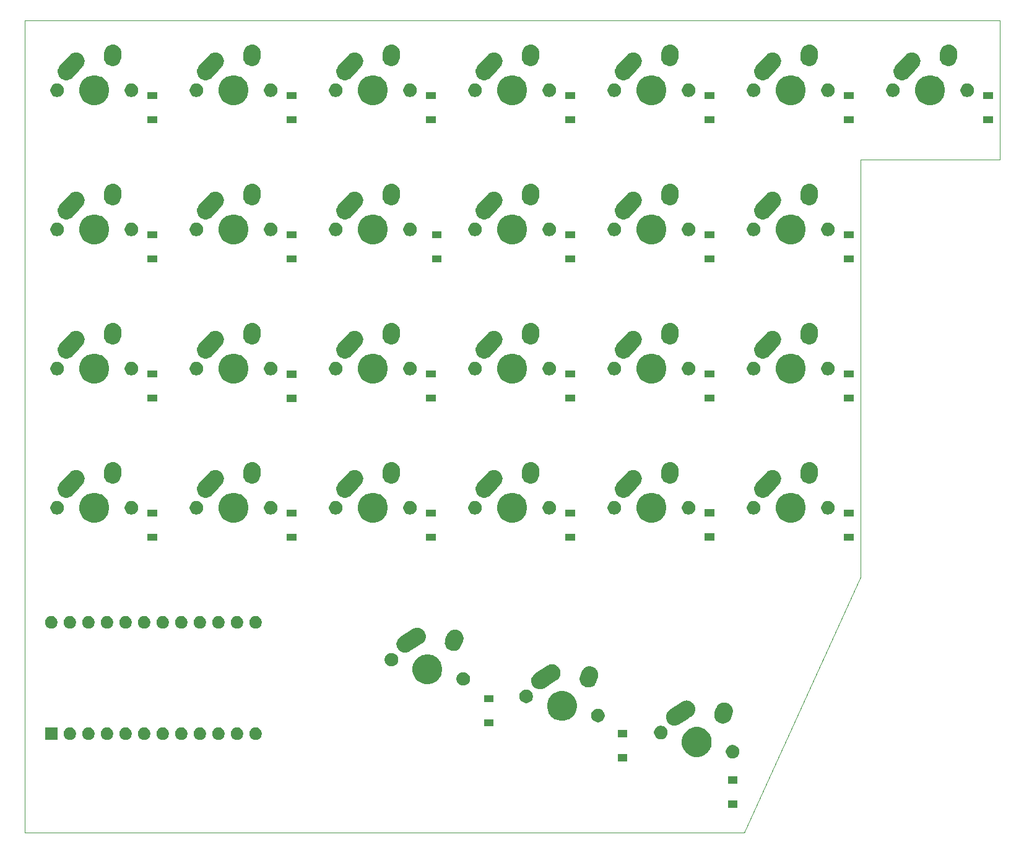
<source format=gbr>
G04 #@! TF.GenerationSoftware,KiCad,Pcbnew,(5.1.4)-1*
G04 #@! TF.CreationDate,2022-03-13T19:48:58-07:00*
G04 #@! TF.ProjectId,Dweebs-Macro-Mini,44776565-6273-42d4-9d61-63726f2d4d69,rev?*
G04 #@! TF.SameCoordinates,Original*
G04 #@! TF.FileFunction,Soldermask,Bot*
G04 #@! TF.FilePolarity,Negative*
%FSLAX46Y46*%
G04 Gerber Fmt 4.6, Leading zero omitted, Abs format (unit mm)*
G04 Created by KiCad (PCBNEW (5.1.4)-1) date 2022-03-13 19:48:58*
%MOMM*%
%LPD*%
G04 APERTURE LIST*
%ADD10C,0.050000*%
%ADD11C,0.100000*%
G04 APERTURE END LIST*
D10*
X188118750Y-58737500D02*
X188118750Y-115887500D01*
X207168750Y-58737500D02*
X188118750Y-58737500D01*
X207168750Y-39687500D02*
X207168750Y-58737500D01*
X73818750Y-39687500D02*
X207168750Y-39687500D01*
X73818750Y-150812500D02*
X73818750Y-39687500D01*
X172243750Y-150812500D02*
X73818750Y-150812500D01*
X188118750Y-115887500D02*
X172243750Y-150812500D01*
D11*
G36*
X171307250Y-147407250D02*
G01*
X170005250Y-147407250D01*
X170005250Y-146405250D01*
X171307250Y-146405250D01*
X171307250Y-147407250D01*
X171307250Y-147407250D01*
G37*
G36*
X171307250Y-144107250D02*
G01*
X170005250Y-144107250D01*
X170005250Y-143105250D01*
X171307250Y-143105250D01*
X171307250Y-144107250D01*
X171307250Y-144107250D01*
G37*
G36*
X156226000Y-141057250D02*
G01*
X154924000Y-141057250D01*
X154924000Y-140055250D01*
X156226000Y-140055250D01*
X156226000Y-141057250D01*
X156226000Y-141057250D01*
G37*
G36*
X170912007Y-138854386D02*
G01*
X171080529Y-138924190D01*
X171232194Y-139025529D01*
X171361175Y-139154510D01*
X171462514Y-139306175D01*
X171532318Y-139474697D01*
X171567903Y-139653598D01*
X171567903Y-139836004D01*
X171532318Y-140014905D01*
X171462514Y-140183427D01*
X171361175Y-140335092D01*
X171232194Y-140464073D01*
X171080529Y-140565412D01*
X170912007Y-140635216D01*
X170733106Y-140670801D01*
X170550700Y-140670801D01*
X170371799Y-140635216D01*
X170203277Y-140565412D01*
X170051612Y-140464073D01*
X169922631Y-140335092D01*
X169821292Y-140183427D01*
X169751488Y-140014905D01*
X169715903Y-139836004D01*
X169715903Y-139653598D01*
X169751488Y-139474697D01*
X169821292Y-139306175D01*
X169922631Y-139154510D01*
X170051612Y-139025529D01*
X170203277Y-138924190D01*
X170371799Y-138854386D01*
X170550700Y-138818801D01*
X170733106Y-138818801D01*
X170912007Y-138854386D01*
X170912007Y-138854386D01*
G37*
G36*
X166331474Y-136463684D02*
G01*
X166479284Y-136524909D01*
X166703623Y-136617833D01*
X167038548Y-136841623D01*
X167323377Y-137126452D01*
X167547167Y-137461377D01*
X167585460Y-137553825D01*
X167701316Y-137833526D01*
X167779900Y-138228594D01*
X167779900Y-138631406D01*
X167701316Y-139026474D01*
X167648281Y-139154511D01*
X167547167Y-139398623D01*
X167323377Y-139733548D01*
X167038548Y-140018377D01*
X166703623Y-140242167D01*
X166549474Y-140306017D01*
X166331474Y-140396316D01*
X165936406Y-140474900D01*
X165533594Y-140474900D01*
X165138526Y-140396316D01*
X164920526Y-140306017D01*
X164766377Y-140242167D01*
X164431452Y-140018377D01*
X164146623Y-139733548D01*
X163922833Y-139398623D01*
X163821719Y-139154511D01*
X163768684Y-139026474D01*
X163690100Y-138631406D01*
X163690100Y-138228594D01*
X163768684Y-137833526D01*
X163884540Y-137553825D01*
X163922833Y-137461377D01*
X164146623Y-137126452D01*
X164431452Y-136841623D01*
X164766377Y-136617833D01*
X164990716Y-136524909D01*
X165138526Y-136463684D01*
X165533594Y-136385100D01*
X165936406Y-136385100D01*
X166331474Y-136463684D01*
X166331474Y-136463684D01*
G37*
G36*
X80258228Y-136468703D02*
G01*
X80413100Y-136532853D01*
X80552481Y-136625985D01*
X80671015Y-136744519D01*
X80764147Y-136883900D01*
X80828297Y-137038772D01*
X80861000Y-137203184D01*
X80861000Y-137370816D01*
X80828297Y-137535228D01*
X80764147Y-137690100D01*
X80671015Y-137829481D01*
X80552481Y-137948015D01*
X80413100Y-138041147D01*
X80258228Y-138105297D01*
X80093816Y-138138000D01*
X79926184Y-138138000D01*
X79761772Y-138105297D01*
X79606900Y-138041147D01*
X79467519Y-137948015D01*
X79348985Y-137829481D01*
X79255853Y-137690100D01*
X79191703Y-137535228D01*
X79159000Y-137370816D01*
X79159000Y-137203184D01*
X79191703Y-137038772D01*
X79255853Y-136883900D01*
X79348985Y-136744519D01*
X79467519Y-136625985D01*
X79606900Y-136532853D01*
X79761772Y-136468703D01*
X79926184Y-136436000D01*
X80093816Y-136436000D01*
X80258228Y-136468703D01*
X80258228Y-136468703D01*
G37*
G36*
X78321000Y-138138000D02*
G01*
X76619000Y-138138000D01*
X76619000Y-136436000D01*
X78321000Y-136436000D01*
X78321000Y-138138000D01*
X78321000Y-138138000D01*
G37*
G36*
X105658228Y-136468703D02*
G01*
X105813100Y-136532853D01*
X105952481Y-136625985D01*
X106071015Y-136744519D01*
X106164147Y-136883900D01*
X106228297Y-137038772D01*
X106261000Y-137203184D01*
X106261000Y-137370816D01*
X106228297Y-137535228D01*
X106164147Y-137690100D01*
X106071015Y-137829481D01*
X105952481Y-137948015D01*
X105813100Y-138041147D01*
X105658228Y-138105297D01*
X105493816Y-138138000D01*
X105326184Y-138138000D01*
X105161772Y-138105297D01*
X105006900Y-138041147D01*
X104867519Y-137948015D01*
X104748985Y-137829481D01*
X104655853Y-137690100D01*
X104591703Y-137535228D01*
X104559000Y-137370816D01*
X104559000Y-137203184D01*
X104591703Y-137038772D01*
X104655853Y-136883900D01*
X104748985Y-136744519D01*
X104867519Y-136625985D01*
X105006900Y-136532853D01*
X105161772Y-136468703D01*
X105326184Y-136436000D01*
X105493816Y-136436000D01*
X105658228Y-136468703D01*
X105658228Y-136468703D01*
G37*
G36*
X103118228Y-136468703D02*
G01*
X103273100Y-136532853D01*
X103412481Y-136625985D01*
X103531015Y-136744519D01*
X103624147Y-136883900D01*
X103688297Y-137038772D01*
X103721000Y-137203184D01*
X103721000Y-137370816D01*
X103688297Y-137535228D01*
X103624147Y-137690100D01*
X103531015Y-137829481D01*
X103412481Y-137948015D01*
X103273100Y-138041147D01*
X103118228Y-138105297D01*
X102953816Y-138138000D01*
X102786184Y-138138000D01*
X102621772Y-138105297D01*
X102466900Y-138041147D01*
X102327519Y-137948015D01*
X102208985Y-137829481D01*
X102115853Y-137690100D01*
X102051703Y-137535228D01*
X102019000Y-137370816D01*
X102019000Y-137203184D01*
X102051703Y-137038772D01*
X102115853Y-136883900D01*
X102208985Y-136744519D01*
X102327519Y-136625985D01*
X102466900Y-136532853D01*
X102621772Y-136468703D01*
X102786184Y-136436000D01*
X102953816Y-136436000D01*
X103118228Y-136468703D01*
X103118228Y-136468703D01*
G37*
G36*
X100578228Y-136468703D02*
G01*
X100733100Y-136532853D01*
X100872481Y-136625985D01*
X100991015Y-136744519D01*
X101084147Y-136883900D01*
X101148297Y-137038772D01*
X101181000Y-137203184D01*
X101181000Y-137370816D01*
X101148297Y-137535228D01*
X101084147Y-137690100D01*
X100991015Y-137829481D01*
X100872481Y-137948015D01*
X100733100Y-138041147D01*
X100578228Y-138105297D01*
X100413816Y-138138000D01*
X100246184Y-138138000D01*
X100081772Y-138105297D01*
X99926900Y-138041147D01*
X99787519Y-137948015D01*
X99668985Y-137829481D01*
X99575853Y-137690100D01*
X99511703Y-137535228D01*
X99479000Y-137370816D01*
X99479000Y-137203184D01*
X99511703Y-137038772D01*
X99575853Y-136883900D01*
X99668985Y-136744519D01*
X99787519Y-136625985D01*
X99926900Y-136532853D01*
X100081772Y-136468703D01*
X100246184Y-136436000D01*
X100413816Y-136436000D01*
X100578228Y-136468703D01*
X100578228Y-136468703D01*
G37*
G36*
X98038228Y-136468703D02*
G01*
X98193100Y-136532853D01*
X98332481Y-136625985D01*
X98451015Y-136744519D01*
X98544147Y-136883900D01*
X98608297Y-137038772D01*
X98641000Y-137203184D01*
X98641000Y-137370816D01*
X98608297Y-137535228D01*
X98544147Y-137690100D01*
X98451015Y-137829481D01*
X98332481Y-137948015D01*
X98193100Y-138041147D01*
X98038228Y-138105297D01*
X97873816Y-138138000D01*
X97706184Y-138138000D01*
X97541772Y-138105297D01*
X97386900Y-138041147D01*
X97247519Y-137948015D01*
X97128985Y-137829481D01*
X97035853Y-137690100D01*
X96971703Y-137535228D01*
X96939000Y-137370816D01*
X96939000Y-137203184D01*
X96971703Y-137038772D01*
X97035853Y-136883900D01*
X97128985Y-136744519D01*
X97247519Y-136625985D01*
X97386900Y-136532853D01*
X97541772Y-136468703D01*
X97706184Y-136436000D01*
X97873816Y-136436000D01*
X98038228Y-136468703D01*
X98038228Y-136468703D01*
G37*
G36*
X92958228Y-136468703D02*
G01*
X93113100Y-136532853D01*
X93252481Y-136625985D01*
X93371015Y-136744519D01*
X93464147Y-136883900D01*
X93528297Y-137038772D01*
X93561000Y-137203184D01*
X93561000Y-137370816D01*
X93528297Y-137535228D01*
X93464147Y-137690100D01*
X93371015Y-137829481D01*
X93252481Y-137948015D01*
X93113100Y-138041147D01*
X92958228Y-138105297D01*
X92793816Y-138138000D01*
X92626184Y-138138000D01*
X92461772Y-138105297D01*
X92306900Y-138041147D01*
X92167519Y-137948015D01*
X92048985Y-137829481D01*
X91955853Y-137690100D01*
X91891703Y-137535228D01*
X91859000Y-137370816D01*
X91859000Y-137203184D01*
X91891703Y-137038772D01*
X91955853Y-136883900D01*
X92048985Y-136744519D01*
X92167519Y-136625985D01*
X92306900Y-136532853D01*
X92461772Y-136468703D01*
X92626184Y-136436000D01*
X92793816Y-136436000D01*
X92958228Y-136468703D01*
X92958228Y-136468703D01*
G37*
G36*
X90418228Y-136468703D02*
G01*
X90573100Y-136532853D01*
X90712481Y-136625985D01*
X90831015Y-136744519D01*
X90924147Y-136883900D01*
X90988297Y-137038772D01*
X91021000Y-137203184D01*
X91021000Y-137370816D01*
X90988297Y-137535228D01*
X90924147Y-137690100D01*
X90831015Y-137829481D01*
X90712481Y-137948015D01*
X90573100Y-138041147D01*
X90418228Y-138105297D01*
X90253816Y-138138000D01*
X90086184Y-138138000D01*
X89921772Y-138105297D01*
X89766900Y-138041147D01*
X89627519Y-137948015D01*
X89508985Y-137829481D01*
X89415853Y-137690100D01*
X89351703Y-137535228D01*
X89319000Y-137370816D01*
X89319000Y-137203184D01*
X89351703Y-137038772D01*
X89415853Y-136883900D01*
X89508985Y-136744519D01*
X89627519Y-136625985D01*
X89766900Y-136532853D01*
X89921772Y-136468703D01*
X90086184Y-136436000D01*
X90253816Y-136436000D01*
X90418228Y-136468703D01*
X90418228Y-136468703D01*
G37*
G36*
X87878228Y-136468703D02*
G01*
X88033100Y-136532853D01*
X88172481Y-136625985D01*
X88291015Y-136744519D01*
X88384147Y-136883900D01*
X88448297Y-137038772D01*
X88481000Y-137203184D01*
X88481000Y-137370816D01*
X88448297Y-137535228D01*
X88384147Y-137690100D01*
X88291015Y-137829481D01*
X88172481Y-137948015D01*
X88033100Y-138041147D01*
X87878228Y-138105297D01*
X87713816Y-138138000D01*
X87546184Y-138138000D01*
X87381772Y-138105297D01*
X87226900Y-138041147D01*
X87087519Y-137948015D01*
X86968985Y-137829481D01*
X86875853Y-137690100D01*
X86811703Y-137535228D01*
X86779000Y-137370816D01*
X86779000Y-137203184D01*
X86811703Y-137038772D01*
X86875853Y-136883900D01*
X86968985Y-136744519D01*
X87087519Y-136625985D01*
X87226900Y-136532853D01*
X87381772Y-136468703D01*
X87546184Y-136436000D01*
X87713816Y-136436000D01*
X87878228Y-136468703D01*
X87878228Y-136468703D01*
G37*
G36*
X85338228Y-136468703D02*
G01*
X85493100Y-136532853D01*
X85632481Y-136625985D01*
X85751015Y-136744519D01*
X85844147Y-136883900D01*
X85908297Y-137038772D01*
X85941000Y-137203184D01*
X85941000Y-137370816D01*
X85908297Y-137535228D01*
X85844147Y-137690100D01*
X85751015Y-137829481D01*
X85632481Y-137948015D01*
X85493100Y-138041147D01*
X85338228Y-138105297D01*
X85173816Y-138138000D01*
X85006184Y-138138000D01*
X84841772Y-138105297D01*
X84686900Y-138041147D01*
X84547519Y-137948015D01*
X84428985Y-137829481D01*
X84335853Y-137690100D01*
X84271703Y-137535228D01*
X84239000Y-137370816D01*
X84239000Y-137203184D01*
X84271703Y-137038772D01*
X84335853Y-136883900D01*
X84428985Y-136744519D01*
X84547519Y-136625985D01*
X84686900Y-136532853D01*
X84841772Y-136468703D01*
X85006184Y-136436000D01*
X85173816Y-136436000D01*
X85338228Y-136468703D01*
X85338228Y-136468703D01*
G37*
G36*
X82798228Y-136468703D02*
G01*
X82953100Y-136532853D01*
X83092481Y-136625985D01*
X83211015Y-136744519D01*
X83304147Y-136883900D01*
X83368297Y-137038772D01*
X83401000Y-137203184D01*
X83401000Y-137370816D01*
X83368297Y-137535228D01*
X83304147Y-137690100D01*
X83211015Y-137829481D01*
X83092481Y-137948015D01*
X82953100Y-138041147D01*
X82798228Y-138105297D01*
X82633816Y-138138000D01*
X82466184Y-138138000D01*
X82301772Y-138105297D01*
X82146900Y-138041147D01*
X82007519Y-137948015D01*
X81888985Y-137829481D01*
X81795853Y-137690100D01*
X81731703Y-137535228D01*
X81699000Y-137370816D01*
X81699000Y-137203184D01*
X81731703Y-137038772D01*
X81795853Y-136883900D01*
X81888985Y-136744519D01*
X82007519Y-136625985D01*
X82146900Y-136532853D01*
X82301772Y-136468703D01*
X82466184Y-136436000D01*
X82633816Y-136436000D01*
X82798228Y-136468703D01*
X82798228Y-136468703D01*
G37*
G36*
X95498228Y-136468703D02*
G01*
X95653100Y-136532853D01*
X95792481Y-136625985D01*
X95911015Y-136744519D01*
X96004147Y-136883900D01*
X96068297Y-137038772D01*
X96101000Y-137203184D01*
X96101000Y-137370816D01*
X96068297Y-137535228D01*
X96004147Y-137690100D01*
X95911015Y-137829481D01*
X95792481Y-137948015D01*
X95653100Y-138041147D01*
X95498228Y-138105297D01*
X95333816Y-138138000D01*
X95166184Y-138138000D01*
X95001772Y-138105297D01*
X94846900Y-138041147D01*
X94707519Y-137948015D01*
X94588985Y-137829481D01*
X94495853Y-137690100D01*
X94431703Y-137535228D01*
X94399000Y-137370816D01*
X94399000Y-137203184D01*
X94431703Y-137038772D01*
X94495853Y-136883900D01*
X94588985Y-136744519D01*
X94707519Y-136625985D01*
X94846900Y-136532853D01*
X95001772Y-136468703D01*
X95166184Y-136436000D01*
X95333816Y-136436000D01*
X95498228Y-136468703D01*
X95498228Y-136468703D01*
G37*
G36*
X161098201Y-136224784D02*
G01*
X161266723Y-136294588D01*
X161418388Y-136395927D01*
X161547369Y-136524908D01*
X161648708Y-136676573D01*
X161718512Y-136845095D01*
X161754097Y-137023996D01*
X161754097Y-137206402D01*
X161718512Y-137385303D01*
X161648708Y-137553825D01*
X161547369Y-137705490D01*
X161418388Y-137834471D01*
X161266723Y-137935810D01*
X161098201Y-138005614D01*
X160919300Y-138041199D01*
X160736894Y-138041199D01*
X160557993Y-138005614D01*
X160389471Y-137935810D01*
X160237806Y-137834471D01*
X160108825Y-137705490D01*
X160007486Y-137553825D01*
X159937682Y-137385303D01*
X159902097Y-137206402D01*
X159902097Y-137023996D01*
X159937682Y-136845095D01*
X160007486Y-136676573D01*
X160108825Y-136524908D01*
X160237806Y-136395927D01*
X160389471Y-136294588D01*
X160557993Y-136224784D01*
X160736894Y-136189199D01*
X160919300Y-136189199D01*
X161098201Y-136224784D01*
X161098201Y-136224784D01*
G37*
G36*
X156226000Y-137757250D02*
G01*
X154924000Y-137757250D01*
X154924000Y-136755250D01*
X156226000Y-136755250D01*
X156226000Y-137757250D01*
X156226000Y-137757250D01*
G37*
G36*
X137969750Y-136294750D02*
G01*
X136667750Y-136294750D01*
X136667750Y-135292750D01*
X137969750Y-135292750D01*
X137969750Y-136294750D01*
X137969750Y-136294750D01*
G37*
G36*
X164413106Y-132742501D02*
G01*
X164426757Y-132743249D01*
X164471288Y-132743249D01*
X164529494Y-132754827D01*
X164540193Y-132756476D01*
X164590018Y-132761955D01*
X164599141Y-132762958D01*
X164641568Y-132776356D01*
X164654819Y-132779756D01*
X164698489Y-132788442D01*
X164753315Y-132811152D01*
X164763487Y-132814857D01*
X164820039Y-132832715D01*
X164859050Y-132854140D01*
X164871363Y-132860049D01*
X164912507Y-132877091D01*
X164919062Y-132881471D01*
X164961847Y-132910059D01*
X164971103Y-132915679D01*
X165023085Y-132944227D01*
X165057159Y-132972844D01*
X165068091Y-132981049D01*
X165100787Y-133002896D01*
X165105118Y-133005790D01*
X165147079Y-133047751D01*
X165155067Y-133055073D01*
X165200475Y-133093209D01*
X165228323Y-133127939D01*
X165237435Y-133138107D01*
X165268923Y-133169595D01*
X165301885Y-133218927D01*
X165308278Y-133227650D01*
X165345391Y-133273934D01*
X165365931Y-133313434D01*
X165372876Y-133325172D01*
X165397620Y-133362204D01*
X165420325Y-133417018D01*
X165424902Y-133426839D01*
X165452264Y-133479459D01*
X165461546Y-133511357D01*
X165464698Y-133522190D01*
X165469231Y-133535088D01*
X165486269Y-133576222D01*
X165497757Y-133633976D01*
X165497842Y-133634406D01*
X165500413Y-133644924D01*
X165516988Y-133701885D01*
X165520847Y-133746224D01*
X165522777Y-133759762D01*
X165531462Y-133803424D01*
X165531462Y-133862747D01*
X165531932Y-133873574D01*
X165537076Y-133932665D01*
X165532210Y-133976911D01*
X165531462Y-133990564D01*
X165531462Y-134035075D01*
X165519891Y-134093246D01*
X165518240Y-134103959D01*
X165513678Y-134145437D01*
X165511755Y-134162929D01*
X165498351Y-134205375D01*
X165494951Y-134218626D01*
X165486269Y-134262276D01*
X165463561Y-134317099D01*
X165459866Y-134327244D01*
X165441998Y-134383827D01*
X165420558Y-134422865D01*
X165414662Y-134435150D01*
X165397620Y-134476294D01*
X165364659Y-134525623D01*
X165359041Y-134534878D01*
X165330486Y-134586873D01*
X165301855Y-134620964D01*
X165293655Y-134631887D01*
X165268921Y-134668905D01*
X165226979Y-134710847D01*
X165219655Y-134718838D01*
X165181504Y-134764263D01*
X165146772Y-134792113D01*
X165136590Y-134801236D01*
X165105117Y-134832709D01*
X165055807Y-134865657D01*
X165047062Y-134872066D01*
X165046066Y-134872865D01*
X165030512Y-134883004D01*
X165003681Y-134900494D01*
X165002669Y-134901163D01*
X164912507Y-134961407D01*
X164912504Y-134961408D01*
X164908896Y-134963819D01*
X164896580Y-134970312D01*
X164407449Y-135289167D01*
X163306035Y-136007158D01*
X163207635Y-136058326D01*
X163152015Y-136087249D01*
X163117457Y-136097305D01*
X162929588Y-136151974D01*
X162698809Y-136172061D01*
X162468546Y-136146740D01*
X162247647Y-136076983D01*
X162044601Y-135965471D01*
X161867211Y-135816489D01*
X161722295Y-135635764D01*
X161642664Y-135482628D01*
X161615422Y-135430240D01*
X161605366Y-135395682D01*
X161550697Y-135207813D01*
X161530610Y-134977034D01*
X161555931Y-134746771D01*
X161625688Y-134525872D01*
X161737200Y-134322826D01*
X161886182Y-134145436D01*
X162021619Y-134036835D01*
X163707120Y-132938087D01*
X163708018Y-132937494D01*
X163798417Y-132877091D01*
X163853250Y-132854378D01*
X163863069Y-132849802D01*
X163915671Y-132822449D01*
X163958396Y-132810016D01*
X163971284Y-132805487D01*
X164012435Y-132788442D01*
X164070639Y-132776865D01*
X164081155Y-132774294D01*
X164138097Y-132757724D01*
X164182430Y-132753865D01*
X164195957Y-132751937D01*
X164239635Y-132743249D01*
X164298981Y-132743249D01*
X164309804Y-132742779D01*
X164368877Y-132737637D01*
X164413106Y-132742501D01*
X164413106Y-132742501D01*
G37*
G36*
X169522204Y-133004416D02*
G01*
X169526691Y-133004497D01*
X169619078Y-133004497D01*
X169630258Y-133006721D01*
X169650118Y-133009039D01*
X169661483Y-133009450D01*
X169751296Y-133030714D01*
X169755666Y-133031666D01*
X169846279Y-133049690D01*
X169853338Y-133052614D01*
X169856800Y-133054048D01*
X169875835Y-133060200D01*
X169886899Y-133062820D01*
X169886903Y-133062821D01*
X169970871Y-133101212D01*
X169974932Y-133102980D01*
X170060297Y-133138339D01*
X170069767Y-133144667D01*
X170087234Y-133154413D01*
X170097579Y-133159143D01*
X170112058Y-133169593D01*
X170172389Y-133213138D01*
X170176098Y-133215715D01*
X170252908Y-133267038D01*
X170260968Y-133275098D01*
X170276193Y-133288059D01*
X170285416Y-133294716D01*
X170348288Y-133362304D01*
X170351367Y-133365497D01*
X170416712Y-133430842D01*
X170423044Y-133440319D01*
X170435443Y-133455997D01*
X170443194Y-133464329D01*
X170491696Y-133542923D01*
X170494049Y-133546586D01*
X170545410Y-133623452D01*
X170545411Y-133623455D01*
X170549769Y-133633976D01*
X170558878Y-133651784D01*
X170564851Y-133661463D01*
X170597078Y-133747980D01*
X170598702Y-133752111D01*
X170634059Y-133837470D01*
X170636282Y-133848648D01*
X170641737Y-133867876D01*
X170645711Y-133878544D01*
X170660438Y-133969673D01*
X170661224Y-133974040D01*
X170673715Y-134036835D01*
X170679252Y-134064672D01*
X170679252Y-134076064D01*
X170680853Y-134096006D01*
X170682667Y-134107232D01*
X170679334Y-134199450D01*
X170679252Y-134203965D01*
X170679252Y-134296321D01*
X170677030Y-134307493D01*
X170674711Y-134327360D01*
X170674300Y-134338727D01*
X170674299Y-134338730D01*
X170653029Y-134428567D01*
X170652078Y-134432937D01*
X170634059Y-134523524D01*
X170605164Y-134593282D01*
X170602451Y-134600454D01*
X170408039Y-135166826D01*
X170335854Y-135324708D01*
X170200282Y-135512545D01*
X170030669Y-135670323D01*
X169833534Y-135791980D01*
X169616453Y-135872840D01*
X169387768Y-135909797D01*
X169274230Y-135905692D01*
X169156270Y-135901429D01*
X169055673Y-135877611D01*
X168930849Y-135848058D01*
X168720173Y-135751735D01*
X168532336Y-135616163D01*
X168374558Y-135446550D01*
X168252901Y-135249415D01*
X168172041Y-135032334D01*
X168135084Y-134803649D01*
X168139955Y-134668905D01*
X168143452Y-134572151D01*
X168166148Y-134476294D01*
X168183449Y-134403219D01*
X168362554Y-133881439D01*
X168366916Y-133865267D01*
X168372445Y-133837470D01*
X168401329Y-133767737D01*
X168404067Y-133760500D01*
X168409711Y-133744058D01*
X168409713Y-133744052D01*
X168423951Y-133712912D01*
X168425750Y-133708781D01*
X168461094Y-133623452D01*
X168467424Y-133613979D01*
X168477168Y-133596515D01*
X168481898Y-133586170D01*
X168535895Y-133511357D01*
X168538472Y-133507648D01*
X168589793Y-133430841D01*
X168597853Y-133422781D01*
X168610813Y-133407558D01*
X168617470Y-133398334D01*
X168685063Y-133335457D01*
X168688258Y-133332376D01*
X168753597Y-133267037D01*
X168763071Y-133260707D01*
X168778748Y-133248308D01*
X168787083Y-133240555D01*
X168865672Y-133192055D01*
X168869360Y-133189687D01*
X168946207Y-133138339D01*
X168956732Y-133133979D01*
X168974536Y-133124873D01*
X168984218Y-133118898D01*
X169070742Y-133086669D01*
X169074866Y-133085047D01*
X169160225Y-133049690D01*
X169171408Y-133047466D01*
X169190627Y-133042013D01*
X169201298Y-133038038D01*
X169292432Y-133023311D01*
X169296818Y-133022520D01*
X169387425Y-133004497D01*
X169398823Y-133004497D01*
X169418751Y-133002897D01*
X169429983Y-133001082D01*
X169522204Y-133004416D01*
X169522204Y-133004416D01*
G37*
G36*
X152497007Y-133901386D02*
G01*
X152665529Y-133971190D01*
X152817194Y-134072529D01*
X152946175Y-134201510D01*
X153047514Y-134353175D01*
X153117318Y-134521697D01*
X153152903Y-134700598D01*
X153152903Y-134883004D01*
X153117318Y-135061905D01*
X153047514Y-135230427D01*
X152946175Y-135382092D01*
X152817194Y-135511073D01*
X152665529Y-135612412D01*
X152497007Y-135682216D01*
X152318106Y-135717801D01*
X152135700Y-135717801D01*
X151956799Y-135682216D01*
X151788277Y-135612412D01*
X151636612Y-135511073D01*
X151507631Y-135382092D01*
X151406292Y-135230427D01*
X151336488Y-135061905D01*
X151300903Y-134883004D01*
X151300903Y-134700598D01*
X151336488Y-134521697D01*
X151406292Y-134353175D01*
X151507631Y-134201510D01*
X151636612Y-134072529D01*
X151788277Y-133971190D01*
X151956799Y-133901386D01*
X152135700Y-133865801D01*
X152318106Y-133865801D01*
X152497007Y-133901386D01*
X152497007Y-133901386D01*
G37*
G36*
X147916474Y-131510684D02*
G01*
X148064284Y-131571909D01*
X148288623Y-131664833D01*
X148623548Y-131888623D01*
X148908377Y-132173452D01*
X149132167Y-132508377D01*
X149170460Y-132600825D01*
X149286316Y-132880526D01*
X149364900Y-133275594D01*
X149364900Y-133678406D01*
X149286316Y-134073474D01*
X149196017Y-134291474D01*
X149132167Y-134445623D01*
X148908377Y-134780548D01*
X148623548Y-135065377D01*
X148288623Y-135289167D01*
X148134474Y-135353017D01*
X147916474Y-135443316D01*
X147521406Y-135521900D01*
X147118594Y-135521900D01*
X146723526Y-135443316D01*
X146505526Y-135353017D01*
X146351377Y-135289167D01*
X146016452Y-135065377D01*
X145731623Y-134780548D01*
X145507833Y-134445623D01*
X145443983Y-134291474D01*
X145353684Y-134073474D01*
X145275100Y-133678406D01*
X145275100Y-133275594D01*
X145353684Y-132880526D01*
X145469540Y-132600825D01*
X145507833Y-132508377D01*
X145731623Y-132173452D01*
X146016452Y-131888623D01*
X146351377Y-131664833D01*
X146575716Y-131571909D01*
X146723526Y-131510684D01*
X147118594Y-131432100D01*
X147521406Y-131432100D01*
X147916474Y-131510684D01*
X147916474Y-131510684D01*
G37*
G36*
X142683201Y-131271784D02*
G01*
X142851723Y-131341588D01*
X143003388Y-131442927D01*
X143132369Y-131571908D01*
X143233708Y-131723573D01*
X143303512Y-131892095D01*
X143339097Y-132070996D01*
X143339097Y-132253402D01*
X143303512Y-132432303D01*
X143233708Y-132600825D01*
X143132369Y-132752490D01*
X143003388Y-132881471D01*
X142851723Y-132982810D01*
X142683201Y-133052614D01*
X142504300Y-133088199D01*
X142321894Y-133088199D01*
X142142993Y-133052614D01*
X141974471Y-132982810D01*
X141822806Y-132881471D01*
X141693825Y-132752490D01*
X141592486Y-132600825D01*
X141522682Y-132432303D01*
X141487097Y-132253402D01*
X141487097Y-132070996D01*
X141522682Y-131892095D01*
X141592486Y-131723573D01*
X141693825Y-131571908D01*
X141822806Y-131442927D01*
X141974471Y-131341588D01*
X142142993Y-131271784D01*
X142321894Y-131236199D01*
X142504300Y-131236199D01*
X142683201Y-131271784D01*
X142683201Y-131271784D01*
G37*
G36*
X137969750Y-132994750D02*
G01*
X136667750Y-132994750D01*
X136667750Y-131992750D01*
X137969750Y-131992750D01*
X137969750Y-132994750D01*
X137969750Y-132994750D01*
G37*
G36*
X145998106Y-127789501D02*
G01*
X146011757Y-127790249D01*
X146056288Y-127790249D01*
X146114494Y-127801827D01*
X146125193Y-127803476D01*
X146175018Y-127808955D01*
X146184141Y-127809958D01*
X146226568Y-127823356D01*
X146239819Y-127826756D01*
X146283489Y-127835442D01*
X146338315Y-127858152D01*
X146348487Y-127861857D01*
X146405039Y-127879715D01*
X146444050Y-127901140D01*
X146456363Y-127907049D01*
X146497507Y-127924091D01*
X146497508Y-127924092D01*
X146546847Y-127957059D01*
X146556103Y-127962679D01*
X146608085Y-127991227D01*
X146642159Y-128019844D01*
X146653091Y-128028049D01*
X146685787Y-128049896D01*
X146690118Y-128052790D01*
X146732079Y-128094751D01*
X146740067Y-128102073D01*
X146785475Y-128140209D01*
X146813323Y-128174939D01*
X146822435Y-128185107D01*
X146853923Y-128216595D01*
X146886885Y-128265927D01*
X146893278Y-128274650D01*
X146930391Y-128320934D01*
X146950931Y-128360434D01*
X146957876Y-128372172D01*
X146982620Y-128409204D01*
X147005325Y-128464018D01*
X147009902Y-128473839D01*
X147037264Y-128526459D01*
X147046546Y-128558357D01*
X147049698Y-128569190D01*
X147054231Y-128582088D01*
X147071269Y-128623222D01*
X147082757Y-128680976D01*
X147082842Y-128681406D01*
X147085413Y-128691924D01*
X147101988Y-128748885D01*
X147105847Y-128793224D01*
X147107777Y-128806762D01*
X147116462Y-128850424D01*
X147116462Y-128909747D01*
X147116932Y-128920574D01*
X147122076Y-128979665D01*
X147117210Y-129023911D01*
X147116462Y-129037564D01*
X147116462Y-129082075D01*
X147104891Y-129140246D01*
X147103240Y-129150959D01*
X147098678Y-129192437D01*
X147096755Y-129209929D01*
X147083351Y-129252375D01*
X147079951Y-129265626D01*
X147071269Y-129309276D01*
X147048561Y-129364099D01*
X147044866Y-129374244D01*
X147026998Y-129430827D01*
X147005558Y-129469865D01*
X146999662Y-129482150D01*
X146982620Y-129523294D01*
X146949659Y-129572623D01*
X146944041Y-129581878D01*
X146915486Y-129633873D01*
X146886855Y-129667964D01*
X146878655Y-129678887D01*
X146853921Y-129715905D01*
X146811979Y-129757847D01*
X146804655Y-129765838D01*
X146766504Y-129811263D01*
X146731772Y-129839113D01*
X146721590Y-129848236D01*
X146690117Y-129879709D01*
X146640807Y-129912657D01*
X146632062Y-129919066D01*
X146631066Y-129919865D01*
X146612161Y-129932189D01*
X146588681Y-129947494D01*
X146587669Y-129948163D01*
X146497507Y-130008407D01*
X146497504Y-130008408D01*
X146493896Y-130010819D01*
X146481580Y-130017312D01*
X145958490Y-130358304D01*
X144891035Y-131054158D01*
X144792635Y-131105326D01*
X144737015Y-131134249D01*
X144702457Y-131144305D01*
X144514588Y-131198974D01*
X144283809Y-131219061D01*
X144053546Y-131193740D01*
X143832647Y-131123983D01*
X143629601Y-131012471D01*
X143452211Y-130863489D01*
X143307295Y-130682764D01*
X143220006Y-130514900D01*
X143200422Y-130477240D01*
X143188513Y-130436315D01*
X143135697Y-130254813D01*
X143115610Y-130024034D01*
X143140931Y-129793771D01*
X143210688Y-129572872D01*
X143322200Y-129369826D01*
X143471182Y-129192436D01*
X143606619Y-129083835D01*
X145292120Y-127985087D01*
X145293018Y-127984494D01*
X145383417Y-127924091D01*
X145438250Y-127901378D01*
X145448069Y-127896802D01*
X145492833Y-127873525D01*
X145500671Y-127869449D01*
X145543396Y-127857016D01*
X145556284Y-127852487D01*
X145597435Y-127835442D01*
X145655639Y-127823865D01*
X145666155Y-127821294D01*
X145723097Y-127804724D01*
X145767430Y-127800865D01*
X145780957Y-127798937D01*
X145824635Y-127790249D01*
X145883981Y-127790249D01*
X145894804Y-127789779D01*
X145953877Y-127784637D01*
X145998106Y-127789501D01*
X145998106Y-127789501D01*
G37*
G36*
X151107204Y-128051416D02*
G01*
X151111691Y-128051497D01*
X151204078Y-128051497D01*
X151215258Y-128053721D01*
X151235118Y-128056039D01*
X151246483Y-128056450D01*
X151336296Y-128077714D01*
X151340666Y-128078666D01*
X151431279Y-128096690D01*
X151441800Y-128101048D01*
X151460835Y-128107200D01*
X151471899Y-128109820D01*
X151471903Y-128109821D01*
X151555871Y-128148212D01*
X151559932Y-128149980D01*
X151645297Y-128185339D01*
X151654767Y-128191667D01*
X151672234Y-128201413D01*
X151682579Y-128206143D01*
X151697058Y-128216593D01*
X151757389Y-128260138D01*
X151761098Y-128262715D01*
X151837908Y-128314038D01*
X151845968Y-128322098D01*
X151861193Y-128335059D01*
X151870416Y-128341716D01*
X151933288Y-128409304D01*
X151936367Y-128412497D01*
X152001712Y-128477842D01*
X152008044Y-128487319D01*
X152020443Y-128502997D01*
X152028194Y-128511329D01*
X152076696Y-128589923D01*
X152079049Y-128593586D01*
X152130410Y-128670452D01*
X152130411Y-128670455D01*
X152134769Y-128680976D01*
X152143878Y-128698784D01*
X152149851Y-128708463D01*
X152182078Y-128794980D01*
X152183702Y-128799111D01*
X152219059Y-128884470D01*
X152221282Y-128895648D01*
X152226737Y-128914876D01*
X152230711Y-128925544D01*
X152245438Y-129016673D01*
X152246224Y-129021040D01*
X152258715Y-129083835D01*
X152264252Y-129111672D01*
X152264252Y-129123064D01*
X152265853Y-129143006D01*
X152267667Y-129154232D01*
X152264334Y-129246450D01*
X152264252Y-129250965D01*
X152264252Y-129343323D01*
X152262030Y-129354493D01*
X152259711Y-129374360D01*
X152259300Y-129385727D01*
X152259299Y-129385730D01*
X152238029Y-129475567D01*
X152237078Y-129479937D01*
X152219059Y-129570524D01*
X152190164Y-129640282D01*
X152187451Y-129647454D01*
X151993039Y-130213826D01*
X151920854Y-130371708D01*
X151785282Y-130559545D01*
X151615669Y-130717323D01*
X151418534Y-130838980D01*
X151201453Y-130919840D01*
X150972768Y-130956797D01*
X150859230Y-130952692D01*
X150741270Y-130948429D01*
X150640673Y-130924611D01*
X150515849Y-130895058D01*
X150305173Y-130798735D01*
X150117336Y-130663163D01*
X149959558Y-130493550D01*
X149837901Y-130296415D01*
X149757041Y-130079334D01*
X149720084Y-129850649D01*
X149724955Y-129715905D01*
X149728452Y-129619151D01*
X149762455Y-129475536D01*
X149768449Y-129450219D01*
X149947554Y-128928439D01*
X149951916Y-128912267D01*
X149957445Y-128884470D01*
X149986329Y-128814737D01*
X149989067Y-128807500D01*
X149994711Y-128791058D01*
X149994713Y-128791052D01*
X150008951Y-128759912D01*
X150010750Y-128755781D01*
X150046094Y-128670452D01*
X150052424Y-128660979D01*
X150062168Y-128643515D01*
X150066898Y-128633170D01*
X150120895Y-128558357D01*
X150123472Y-128554648D01*
X150174793Y-128477841D01*
X150182853Y-128469781D01*
X150195813Y-128454558D01*
X150202470Y-128445334D01*
X150270063Y-128382457D01*
X150273258Y-128379376D01*
X150338597Y-128314037D01*
X150348071Y-128307707D01*
X150363748Y-128295308D01*
X150372083Y-128287555D01*
X150450672Y-128239055D01*
X150454360Y-128236687D01*
X150531207Y-128185339D01*
X150541732Y-128180979D01*
X150559536Y-128171873D01*
X150569218Y-128165898D01*
X150655742Y-128133669D01*
X150659866Y-128132047D01*
X150745225Y-128096690D01*
X150756408Y-128094466D01*
X150775627Y-128089013D01*
X150786298Y-128085038D01*
X150877432Y-128070311D01*
X150881818Y-128069520D01*
X150972425Y-128051497D01*
X150983823Y-128051497D01*
X151003751Y-128049897D01*
X151014983Y-128048082D01*
X151107204Y-128051416D01*
X151107204Y-128051416D01*
G37*
G36*
X134067007Y-128894386D02*
G01*
X134235529Y-128964190D01*
X134387194Y-129065529D01*
X134516175Y-129194510D01*
X134617514Y-129346175D01*
X134687318Y-129514697D01*
X134722903Y-129693598D01*
X134722903Y-129876004D01*
X134687318Y-130054905D01*
X134617514Y-130223427D01*
X134516175Y-130375092D01*
X134387194Y-130504073D01*
X134235529Y-130605412D01*
X134067007Y-130675216D01*
X133888106Y-130710801D01*
X133705700Y-130710801D01*
X133526799Y-130675216D01*
X133358277Y-130605412D01*
X133206612Y-130504073D01*
X133077631Y-130375092D01*
X132976292Y-130223427D01*
X132906488Y-130054905D01*
X132870903Y-129876004D01*
X132870903Y-129693598D01*
X132906488Y-129514697D01*
X132976292Y-129346175D01*
X133077631Y-129194510D01*
X133206612Y-129065529D01*
X133358277Y-128964190D01*
X133526799Y-128894386D01*
X133705700Y-128858801D01*
X133888106Y-128858801D01*
X134067007Y-128894386D01*
X134067007Y-128894386D01*
G37*
G36*
X129486474Y-126503684D02*
G01*
X129634284Y-126564909D01*
X129858623Y-126657833D01*
X130193548Y-126881623D01*
X130478377Y-127166452D01*
X130702167Y-127501377D01*
X130740460Y-127593825D01*
X130856316Y-127873526D01*
X130934900Y-128268594D01*
X130934900Y-128671406D01*
X130856316Y-129066474D01*
X130803281Y-129194511D01*
X130702167Y-129438623D01*
X130478377Y-129773548D01*
X130193548Y-130058377D01*
X129858623Y-130282167D01*
X129704474Y-130346017D01*
X129486474Y-130436316D01*
X129091406Y-130514900D01*
X128688594Y-130514900D01*
X128293526Y-130436316D01*
X128075526Y-130346017D01*
X127921377Y-130282167D01*
X127586452Y-130058377D01*
X127301623Y-129773548D01*
X127077833Y-129438623D01*
X126976719Y-129194511D01*
X126923684Y-129066474D01*
X126845100Y-128671406D01*
X126845100Y-128268594D01*
X126923684Y-127873526D01*
X127039540Y-127593825D01*
X127077833Y-127501377D01*
X127301623Y-127166452D01*
X127586452Y-126881623D01*
X127921377Y-126657833D01*
X128145716Y-126564909D01*
X128293526Y-126503684D01*
X128688594Y-126425100D01*
X129091406Y-126425100D01*
X129486474Y-126503684D01*
X129486474Y-126503684D01*
G37*
G36*
X124253201Y-126264784D02*
G01*
X124421723Y-126334588D01*
X124573388Y-126435927D01*
X124702369Y-126564908D01*
X124803708Y-126716573D01*
X124873512Y-126885095D01*
X124909097Y-127063996D01*
X124909097Y-127246402D01*
X124873512Y-127425303D01*
X124803708Y-127593825D01*
X124702369Y-127745490D01*
X124573388Y-127874471D01*
X124421723Y-127975810D01*
X124253201Y-128045614D01*
X124074300Y-128081199D01*
X123891894Y-128081199D01*
X123712993Y-128045614D01*
X123544471Y-127975810D01*
X123392806Y-127874471D01*
X123263825Y-127745490D01*
X123162486Y-127593825D01*
X123092682Y-127425303D01*
X123057097Y-127246402D01*
X123057097Y-127063996D01*
X123092682Y-126885095D01*
X123162486Y-126716573D01*
X123263825Y-126564908D01*
X123392806Y-126435927D01*
X123544471Y-126334588D01*
X123712993Y-126264784D01*
X123891894Y-126229199D01*
X124074300Y-126229199D01*
X124253201Y-126264784D01*
X124253201Y-126264784D01*
G37*
G36*
X127568106Y-122782501D02*
G01*
X127581757Y-122783249D01*
X127626288Y-122783249D01*
X127684494Y-122794827D01*
X127695193Y-122796476D01*
X127745018Y-122801955D01*
X127754141Y-122802958D01*
X127796568Y-122816356D01*
X127809819Y-122819756D01*
X127853489Y-122828442D01*
X127908315Y-122851152D01*
X127918487Y-122854857D01*
X127975039Y-122872715D01*
X128014050Y-122894140D01*
X128026363Y-122900049D01*
X128067507Y-122917091D01*
X128067508Y-122917092D01*
X128116847Y-122950059D01*
X128126103Y-122955679D01*
X128178085Y-122984227D01*
X128212159Y-123012844D01*
X128223091Y-123021049D01*
X128255787Y-123042896D01*
X128260118Y-123045790D01*
X128302079Y-123087751D01*
X128310067Y-123095073D01*
X128355475Y-123133209D01*
X128383323Y-123167939D01*
X128392435Y-123178107D01*
X128423923Y-123209595D01*
X128456885Y-123258927D01*
X128463278Y-123267650D01*
X128500391Y-123313934D01*
X128520931Y-123353434D01*
X128527876Y-123365172D01*
X128552620Y-123402204D01*
X128575325Y-123457018D01*
X128579902Y-123466839D01*
X128607264Y-123519459D01*
X128616546Y-123551357D01*
X128619698Y-123562190D01*
X128624231Y-123575088D01*
X128641269Y-123616222D01*
X128652757Y-123673976D01*
X128652842Y-123674406D01*
X128655413Y-123684924D01*
X128671988Y-123741885D01*
X128675847Y-123786224D01*
X128677777Y-123799762D01*
X128686462Y-123843424D01*
X128686462Y-123902747D01*
X128686932Y-123913574D01*
X128692076Y-123972665D01*
X128687210Y-124016911D01*
X128686462Y-124030564D01*
X128686462Y-124075075D01*
X128674891Y-124133246D01*
X128673240Y-124143959D01*
X128668678Y-124185437D01*
X128666755Y-124202929D01*
X128653351Y-124245375D01*
X128649951Y-124258626D01*
X128641269Y-124302276D01*
X128618561Y-124357099D01*
X128614866Y-124367244D01*
X128596998Y-124423827D01*
X128575558Y-124462865D01*
X128569662Y-124475150D01*
X128552620Y-124516294D01*
X128519659Y-124565623D01*
X128514041Y-124574878D01*
X128485486Y-124626873D01*
X128456855Y-124660964D01*
X128448655Y-124671887D01*
X128423921Y-124708905D01*
X128381979Y-124750847D01*
X128374655Y-124758838D01*
X128336504Y-124804263D01*
X128301772Y-124832113D01*
X128291590Y-124841236D01*
X128260117Y-124872709D01*
X128210807Y-124905657D01*
X128202062Y-124912066D01*
X128201066Y-124912865D01*
X128182161Y-124925189D01*
X128158681Y-124940494D01*
X128157669Y-124941163D01*
X128067507Y-125001407D01*
X128067504Y-125001408D01*
X128063896Y-125003819D01*
X128051580Y-125010312D01*
X127528490Y-125351304D01*
X126461035Y-126047158D01*
X126362635Y-126098326D01*
X126307015Y-126127249D01*
X126272457Y-126137305D01*
X126084588Y-126191974D01*
X125853809Y-126212061D01*
X125623546Y-126186740D01*
X125402647Y-126116983D01*
X125199601Y-126005471D01*
X125022211Y-125856489D01*
X124877295Y-125675764D01*
X124797664Y-125522628D01*
X124770422Y-125470240D01*
X124760366Y-125435682D01*
X124705697Y-125247813D01*
X124685610Y-125017034D01*
X124710931Y-124786771D01*
X124780688Y-124565872D01*
X124892200Y-124362826D01*
X125041182Y-124185436D01*
X125176619Y-124076835D01*
X126862120Y-122978087D01*
X126863018Y-122977494D01*
X126953417Y-122917091D01*
X127008250Y-122894378D01*
X127018069Y-122889802D01*
X127070671Y-122862449D01*
X127113396Y-122850016D01*
X127126284Y-122845487D01*
X127167435Y-122828442D01*
X127225639Y-122816865D01*
X127236155Y-122814294D01*
X127293097Y-122797724D01*
X127337430Y-122793865D01*
X127350957Y-122791937D01*
X127394635Y-122783249D01*
X127453981Y-122783249D01*
X127464804Y-122782779D01*
X127523877Y-122777637D01*
X127568106Y-122782501D01*
X127568106Y-122782501D01*
G37*
G36*
X132677204Y-123044416D02*
G01*
X132681691Y-123044497D01*
X132774078Y-123044497D01*
X132785258Y-123046721D01*
X132805118Y-123049039D01*
X132816483Y-123049450D01*
X132906296Y-123070714D01*
X132910666Y-123071666D01*
X133001279Y-123089690D01*
X133011800Y-123094048D01*
X133030835Y-123100200D01*
X133041899Y-123102820D01*
X133041903Y-123102821D01*
X133125871Y-123141212D01*
X133129932Y-123142980D01*
X133215297Y-123178339D01*
X133224767Y-123184667D01*
X133242234Y-123194413D01*
X133252579Y-123199143D01*
X133267058Y-123209593D01*
X133327389Y-123253138D01*
X133331098Y-123255715D01*
X133407908Y-123307038D01*
X133415968Y-123315098D01*
X133431193Y-123328059D01*
X133440416Y-123334716D01*
X133503288Y-123402304D01*
X133506367Y-123405497D01*
X133571712Y-123470842D01*
X133578044Y-123480319D01*
X133590443Y-123495997D01*
X133598194Y-123504329D01*
X133646696Y-123582923D01*
X133649049Y-123586586D01*
X133700410Y-123663452D01*
X133700411Y-123663455D01*
X133704769Y-123673976D01*
X133713878Y-123691784D01*
X133719851Y-123701463D01*
X133752078Y-123787980D01*
X133753702Y-123792111D01*
X133789059Y-123877470D01*
X133791282Y-123888648D01*
X133796737Y-123907876D01*
X133800711Y-123918544D01*
X133815438Y-124009673D01*
X133816224Y-124014040D01*
X133828715Y-124076835D01*
X133834252Y-124104672D01*
X133834252Y-124116064D01*
X133835853Y-124136006D01*
X133837667Y-124147232D01*
X133834334Y-124239450D01*
X133834252Y-124243965D01*
X133834252Y-124336321D01*
X133832030Y-124347493D01*
X133829711Y-124367360D01*
X133829300Y-124378727D01*
X133829299Y-124378730D01*
X133808029Y-124468567D01*
X133807078Y-124472937D01*
X133789059Y-124563524D01*
X133760164Y-124633282D01*
X133757451Y-124640454D01*
X133563039Y-125206826D01*
X133490854Y-125364708D01*
X133355282Y-125552545D01*
X133185669Y-125710323D01*
X132988534Y-125831980D01*
X132771453Y-125912840D01*
X132542768Y-125949797D01*
X132429230Y-125945692D01*
X132311270Y-125941429D01*
X132210673Y-125917611D01*
X132085849Y-125888058D01*
X131875173Y-125791735D01*
X131687336Y-125656163D01*
X131529558Y-125486550D01*
X131407901Y-125289415D01*
X131327041Y-125072334D01*
X131290084Y-124843649D01*
X131294955Y-124708905D01*
X131298452Y-124612151D01*
X131332455Y-124468536D01*
X131338449Y-124443219D01*
X131517554Y-123921439D01*
X131521916Y-123905267D01*
X131527445Y-123877470D01*
X131556329Y-123807737D01*
X131559067Y-123800500D01*
X131564711Y-123784058D01*
X131564713Y-123784052D01*
X131578951Y-123752912D01*
X131580750Y-123748781D01*
X131616094Y-123663452D01*
X131622424Y-123653979D01*
X131632168Y-123636515D01*
X131636898Y-123626170D01*
X131690895Y-123551357D01*
X131693472Y-123547648D01*
X131744793Y-123470841D01*
X131752853Y-123462781D01*
X131765813Y-123447558D01*
X131772470Y-123438334D01*
X131840063Y-123375457D01*
X131843258Y-123372376D01*
X131908597Y-123307037D01*
X131918071Y-123300707D01*
X131933748Y-123288308D01*
X131942083Y-123280555D01*
X132020672Y-123232055D01*
X132024360Y-123229687D01*
X132101207Y-123178339D01*
X132111732Y-123173979D01*
X132129536Y-123164873D01*
X132139218Y-123158898D01*
X132225742Y-123126669D01*
X132229866Y-123125047D01*
X132315225Y-123089690D01*
X132326408Y-123087466D01*
X132345627Y-123082013D01*
X132356298Y-123078038D01*
X132447432Y-123063311D01*
X132451818Y-123062520D01*
X132542425Y-123044497D01*
X132553823Y-123044497D01*
X132573751Y-123042897D01*
X132584983Y-123041082D01*
X132677204Y-123044416D01*
X132677204Y-123044416D01*
G37*
G36*
X85338228Y-121228703D02*
G01*
X85493100Y-121292853D01*
X85632481Y-121385985D01*
X85751015Y-121504519D01*
X85844147Y-121643900D01*
X85908297Y-121798772D01*
X85941000Y-121963184D01*
X85941000Y-122130816D01*
X85908297Y-122295228D01*
X85844147Y-122450100D01*
X85751015Y-122589481D01*
X85632481Y-122708015D01*
X85493100Y-122801147D01*
X85338228Y-122865297D01*
X85173816Y-122898000D01*
X85006184Y-122898000D01*
X84841772Y-122865297D01*
X84686900Y-122801147D01*
X84547519Y-122708015D01*
X84428985Y-122589481D01*
X84335853Y-122450100D01*
X84271703Y-122295228D01*
X84239000Y-122130816D01*
X84239000Y-121963184D01*
X84271703Y-121798772D01*
X84335853Y-121643900D01*
X84428985Y-121504519D01*
X84547519Y-121385985D01*
X84686900Y-121292853D01*
X84841772Y-121228703D01*
X85006184Y-121196000D01*
X85173816Y-121196000D01*
X85338228Y-121228703D01*
X85338228Y-121228703D01*
G37*
G36*
X77718228Y-121228703D02*
G01*
X77873100Y-121292853D01*
X78012481Y-121385985D01*
X78131015Y-121504519D01*
X78224147Y-121643900D01*
X78288297Y-121798772D01*
X78321000Y-121963184D01*
X78321000Y-122130816D01*
X78288297Y-122295228D01*
X78224147Y-122450100D01*
X78131015Y-122589481D01*
X78012481Y-122708015D01*
X77873100Y-122801147D01*
X77718228Y-122865297D01*
X77553816Y-122898000D01*
X77386184Y-122898000D01*
X77221772Y-122865297D01*
X77066900Y-122801147D01*
X76927519Y-122708015D01*
X76808985Y-122589481D01*
X76715853Y-122450100D01*
X76651703Y-122295228D01*
X76619000Y-122130816D01*
X76619000Y-121963184D01*
X76651703Y-121798772D01*
X76715853Y-121643900D01*
X76808985Y-121504519D01*
X76927519Y-121385985D01*
X77066900Y-121292853D01*
X77221772Y-121228703D01*
X77386184Y-121196000D01*
X77553816Y-121196000D01*
X77718228Y-121228703D01*
X77718228Y-121228703D01*
G37*
G36*
X80258228Y-121228703D02*
G01*
X80413100Y-121292853D01*
X80552481Y-121385985D01*
X80671015Y-121504519D01*
X80764147Y-121643900D01*
X80828297Y-121798772D01*
X80861000Y-121963184D01*
X80861000Y-122130816D01*
X80828297Y-122295228D01*
X80764147Y-122450100D01*
X80671015Y-122589481D01*
X80552481Y-122708015D01*
X80413100Y-122801147D01*
X80258228Y-122865297D01*
X80093816Y-122898000D01*
X79926184Y-122898000D01*
X79761772Y-122865297D01*
X79606900Y-122801147D01*
X79467519Y-122708015D01*
X79348985Y-122589481D01*
X79255853Y-122450100D01*
X79191703Y-122295228D01*
X79159000Y-122130816D01*
X79159000Y-121963184D01*
X79191703Y-121798772D01*
X79255853Y-121643900D01*
X79348985Y-121504519D01*
X79467519Y-121385985D01*
X79606900Y-121292853D01*
X79761772Y-121228703D01*
X79926184Y-121196000D01*
X80093816Y-121196000D01*
X80258228Y-121228703D01*
X80258228Y-121228703D01*
G37*
G36*
X82798228Y-121228703D02*
G01*
X82953100Y-121292853D01*
X83092481Y-121385985D01*
X83211015Y-121504519D01*
X83304147Y-121643900D01*
X83368297Y-121798772D01*
X83401000Y-121963184D01*
X83401000Y-122130816D01*
X83368297Y-122295228D01*
X83304147Y-122450100D01*
X83211015Y-122589481D01*
X83092481Y-122708015D01*
X82953100Y-122801147D01*
X82798228Y-122865297D01*
X82633816Y-122898000D01*
X82466184Y-122898000D01*
X82301772Y-122865297D01*
X82146900Y-122801147D01*
X82007519Y-122708015D01*
X81888985Y-122589481D01*
X81795853Y-122450100D01*
X81731703Y-122295228D01*
X81699000Y-122130816D01*
X81699000Y-121963184D01*
X81731703Y-121798772D01*
X81795853Y-121643900D01*
X81888985Y-121504519D01*
X82007519Y-121385985D01*
X82146900Y-121292853D01*
X82301772Y-121228703D01*
X82466184Y-121196000D01*
X82633816Y-121196000D01*
X82798228Y-121228703D01*
X82798228Y-121228703D01*
G37*
G36*
X87878228Y-121228703D02*
G01*
X88033100Y-121292853D01*
X88172481Y-121385985D01*
X88291015Y-121504519D01*
X88384147Y-121643900D01*
X88448297Y-121798772D01*
X88481000Y-121963184D01*
X88481000Y-122130816D01*
X88448297Y-122295228D01*
X88384147Y-122450100D01*
X88291015Y-122589481D01*
X88172481Y-122708015D01*
X88033100Y-122801147D01*
X87878228Y-122865297D01*
X87713816Y-122898000D01*
X87546184Y-122898000D01*
X87381772Y-122865297D01*
X87226900Y-122801147D01*
X87087519Y-122708015D01*
X86968985Y-122589481D01*
X86875853Y-122450100D01*
X86811703Y-122295228D01*
X86779000Y-122130816D01*
X86779000Y-121963184D01*
X86811703Y-121798772D01*
X86875853Y-121643900D01*
X86968985Y-121504519D01*
X87087519Y-121385985D01*
X87226900Y-121292853D01*
X87381772Y-121228703D01*
X87546184Y-121196000D01*
X87713816Y-121196000D01*
X87878228Y-121228703D01*
X87878228Y-121228703D01*
G37*
G36*
X90418228Y-121228703D02*
G01*
X90573100Y-121292853D01*
X90712481Y-121385985D01*
X90831015Y-121504519D01*
X90924147Y-121643900D01*
X90988297Y-121798772D01*
X91021000Y-121963184D01*
X91021000Y-122130816D01*
X90988297Y-122295228D01*
X90924147Y-122450100D01*
X90831015Y-122589481D01*
X90712481Y-122708015D01*
X90573100Y-122801147D01*
X90418228Y-122865297D01*
X90253816Y-122898000D01*
X90086184Y-122898000D01*
X89921772Y-122865297D01*
X89766900Y-122801147D01*
X89627519Y-122708015D01*
X89508985Y-122589481D01*
X89415853Y-122450100D01*
X89351703Y-122295228D01*
X89319000Y-122130816D01*
X89319000Y-121963184D01*
X89351703Y-121798772D01*
X89415853Y-121643900D01*
X89508985Y-121504519D01*
X89627519Y-121385985D01*
X89766900Y-121292853D01*
X89921772Y-121228703D01*
X90086184Y-121196000D01*
X90253816Y-121196000D01*
X90418228Y-121228703D01*
X90418228Y-121228703D01*
G37*
G36*
X105658228Y-121228703D02*
G01*
X105813100Y-121292853D01*
X105952481Y-121385985D01*
X106071015Y-121504519D01*
X106164147Y-121643900D01*
X106228297Y-121798772D01*
X106261000Y-121963184D01*
X106261000Y-122130816D01*
X106228297Y-122295228D01*
X106164147Y-122450100D01*
X106071015Y-122589481D01*
X105952481Y-122708015D01*
X105813100Y-122801147D01*
X105658228Y-122865297D01*
X105493816Y-122898000D01*
X105326184Y-122898000D01*
X105161772Y-122865297D01*
X105006900Y-122801147D01*
X104867519Y-122708015D01*
X104748985Y-122589481D01*
X104655853Y-122450100D01*
X104591703Y-122295228D01*
X104559000Y-122130816D01*
X104559000Y-121963184D01*
X104591703Y-121798772D01*
X104655853Y-121643900D01*
X104748985Y-121504519D01*
X104867519Y-121385985D01*
X105006900Y-121292853D01*
X105161772Y-121228703D01*
X105326184Y-121196000D01*
X105493816Y-121196000D01*
X105658228Y-121228703D01*
X105658228Y-121228703D01*
G37*
G36*
X92958228Y-121228703D02*
G01*
X93113100Y-121292853D01*
X93252481Y-121385985D01*
X93371015Y-121504519D01*
X93464147Y-121643900D01*
X93528297Y-121798772D01*
X93561000Y-121963184D01*
X93561000Y-122130816D01*
X93528297Y-122295228D01*
X93464147Y-122450100D01*
X93371015Y-122589481D01*
X93252481Y-122708015D01*
X93113100Y-122801147D01*
X92958228Y-122865297D01*
X92793816Y-122898000D01*
X92626184Y-122898000D01*
X92461772Y-122865297D01*
X92306900Y-122801147D01*
X92167519Y-122708015D01*
X92048985Y-122589481D01*
X91955853Y-122450100D01*
X91891703Y-122295228D01*
X91859000Y-122130816D01*
X91859000Y-121963184D01*
X91891703Y-121798772D01*
X91955853Y-121643900D01*
X92048985Y-121504519D01*
X92167519Y-121385985D01*
X92306900Y-121292853D01*
X92461772Y-121228703D01*
X92626184Y-121196000D01*
X92793816Y-121196000D01*
X92958228Y-121228703D01*
X92958228Y-121228703D01*
G37*
G36*
X103118228Y-121228703D02*
G01*
X103273100Y-121292853D01*
X103412481Y-121385985D01*
X103531015Y-121504519D01*
X103624147Y-121643900D01*
X103688297Y-121798772D01*
X103721000Y-121963184D01*
X103721000Y-122130816D01*
X103688297Y-122295228D01*
X103624147Y-122450100D01*
X103531015Y-122589481D01*
X103412481Y-122708015D01*
X103273100Y-122801147D01*
X103118228Y-122865297D01*
X102953816Y-122898000D01*
X102786184Y-122898000D01*
X102621772Y-122865297D01*
X102466900Y-122801147D01*
X102327519Y-122708015D01*
X102208985Y-122589481D01*
X102115853Y-122450100D01*
X102051703Y-122295228D01*
X102019000Y-122130816D01*
X102019000Y-121963184D01*
X102051703Y-121798772D01*
X102115853Y-121643900D01*
X102208985Y-121504519D01*
X102327519Y-121385985D01*
X102466900Y-121292853D01*
X102621772Y-121228703D01*
X102786184Y-121196000D01*
X102953816Y-121196000D01*
X103118228Y-121228703D01*
X103118228Y-121228703D01*
G37*
G36*
X100578228Y-121228703D02*
G01*
X100733100Y-121292853D01*
X100872481Y-121385985D01*
X100991015Y-121504519D01*
X101084147Y-121643900D01*
X101148297Y-121798772D01*
X101181000Y-121963184D01*
X101181000Y-122130816D01*
X101148297Y-122295228D01*
X101084147Y-122450100D01*
X100991015Y-122589481D01*
X100872481Y-122708015D01*
X100733100Y-122801147D01*
X100578228Y-122865297D01*
X100413816Y-122898000D01*
X100246184Y-122898000D01*
X100081772Y-122865297D01*
X99926900Y-122801147D01*
X99787519Y-122708015D01*
X99668985Y-122589481D01*
X99575853Y-122450100D01*
X99511703Y-122295228D01*
X99479000Y-122130816D01*
X99479000Y-121963184D01*
X99511703Y-121798772D01*
X99575853Y-121643900D01*
X99668985Y-121504519D01*
X99787519Y-121385985D01*
X99926900Y-121292853D01*
X100081772Y-121228703D01*
X100246184Y-121196000D01*
X100413816Y-121196000D01*
X100578228Y-121228703D01*
X100578228Y-121228703D01*
G37*
G36*
X98038228Y-121228703D02*
G01*
X98193100Y-121292853D01*
X98332481Y-121385985D01*
X98451015Y-121504519D01*
X98544147Y-121643900D01*
X98608297Y-121798772D01*
X98641000Y-121963184D01*
X98641000Y-122130816D01*
X98608297Y-122295228D01*
X98544147Y-122450100D01*
X98451015Y-122589481D01*
X98332481Y-122708015D01*
X98193100Y-122801147D01*
X98038228Y-122865297D01*
X97873816Y-122898000D01*
X97706184Y-122898000D01*
X97541772Y-122865297D01*
X97386900Y-122801147D01*
X97247519Y-122708015D01*
X97128985Y-122589481D01*
X97035853Y-122450100D01*
X96971703Y-122295228D01*
X96939000Y-122130816D01*
X96939000Y-121963184D01*
X96971703Y-121798772D01*
X97035853Y-121643900D01*
X97128985Y-121504519D01*
X97247519Y-121385985D01*
X97386900Y-121292853D01*
X97541772Y-121228703D01*
X97706184Y-121196000D01*
X97873816Y-121196000D01*
X98038228Y-121228703D01*
X98038228Y-121228703D01*
G37*
G36*
X95498228Y-121228703D02*
G01*
X95653100Y-121292853D01*
X95792481Y-121385985D01*
X95911015Y-121504519D01*
X96004147Y-121643900D01*
X96068297Y-121798772D01*
X96101000Y-121963184D01*
X96101000Y-122130816D01*
X96068297Y-122295228D01*
X96004147Y-122450100D01*
X95911015Y-122589481D01*
X95792481Y-122708015D01*
X95653100Y-122801147D01*
X95498228Y-122865297D01*
X95333816Y-122898000D01*
X95166184Y-122898000D01*
X95001772Y-122865297D01*
X94846900Y-122801147D01*
X94707519Y-122708015D01*
X94588985Y-122589481D01*
X94495853Y-122450100D01*
X94431703Y-122295228D01*
X94399000Y-122130816D01*
X94399000Y-121963184D01*
X94431703Y-121798772D01*
X94495853Y-121643900D01*
X94588985Y-121504519D01*
X94707519Y-121385985D01*
X94846900Y-121292853D01*
X95001772Y-121228703D01*
X95166184Y-121196000D01*
X95333816Y-121196000D01*
X95498228Y-121228703D01*
X95498228Y-121228703D01*
G37*
G36*
X110982250Y-110894750D02*
G01*
X109680250Y-110894750D01*
X109680250Y-109892750D01*
X110982250Y-109892750D01*
X110982250Y-110894750D01*
X110982250Y-110894750D01*
G37*
G36*
X187182250Y-110894750D02*
G01*
X185880250Y-110894750D01*
X185880250Y-109892750D01*
X187182250Y-109892750D01*
X187182250Y-110894750D01*
X187182250Y-110894750D01*
G37*
G36*
X91932250Y-110894750D02*
G01*
X90630250Y-110894750D01*
X90630250Y-109892750D01*
X91932250Y-109892750D01*
X91932250Y-110894750D01*
X91932250Y-110894750D01*
G37*
G36*
X130032250Y-110894750D02*
G01*
X128730250Y-110894750D01*
X128730250Y-109892750D01*
X130032250Y-109892750D01*
X130032250Y-110894750D01*
X130032250Y-110894750D01*
G37*
G36*
X149082250Y-110894750D02*
G01*
X147780250Y-110894750D01*
X147780250Y-109892750D01*
X149082250Y-109892750D01*
X149082250Y-110894750D01*
X149082250Y-110894750D01*
G37*
G36*
X168132250Y-110832250D02*
G01*
X166830250Y-110832250D01*
X166830250Y-109830250D01*
X168132250Y-109830250D01*
X168132250Y-110832250D01*
X168132250Y-110832250D01*
G37*
G36*
X160140224Y-104396184D02*
G01*
X160358224Y-104486483D01*
X160512373Y-104550333D01*
X160847298Y-104774123D01*
X161132127Y-105058952D01*
X161355917Y-105393877D01*
X161388312Y-105472086D01*
X161510066Y-105766026D01*
X161588650Y-106161094D01*
X161588650Y-106563906D01*
X161510066Y-106958974D01*
X161459201Y-107081772D01*
X161355917Y-107331123D01*
X161132127Y-107666048D01*
X160847298Y-107950877D01*
X160512373Y-108174667D01*
X160358224Y-108238517D01*
X160140224Y-108328816D01*
X159745156Y-108407400D01*
X159342344Y-108407400D01*
X158947276Y-108328816D01*
X158729276Y-108238517D01*
X158575127Y-108174667D01*
X158240202Y-107950877D01*
X157955373Y-107666048D01*
X157731583Y-107331123D01*
X157628299Y-107081772D01*
X157577434Y-106958974D01*
X157498850Y-106563906D01*
X157498850Y-106161094D01*
X157577434Y-105766026D01*
X157699188Y-105472086D01*
X157731583Y-105393877D01*
X157955373Y-105058952D01*
X158240202Y-104774123D01*
X158575127Y-104550333D01*
X158729276Y-104486483D01*
X158947276Y-104396184D01*
X159342344Y-104317600D01*
X159745156Y-104317600D01*
X160140224Y-104396184D01*
X160140224Y-104396184D01*
G37*
G36*
X141090224Y-104396184D02*
G01*
X141308224Y-104486483D01*
X141462373Y-104550333D01*
X141797298Y-104774123D01*
X142082127Y-105058952D01*
X142305917Y-105393877D01*
X142338312Y-105472086D01*
X142460066Y-105766026D01*
X142538650Y-106161094D01*
X142538650Y-106563906D01*
X142460066Y-106958974D01*
X142409201Y-107081772D01*
X142305917Y-107331123D01*
X142082127Y-107666048D01*
X141797298Y-107950877D01*
X141462373Y-108174667D01*
X141308224Y-108238517D01*
X141090224Y-108328816D01*
X140695156Y-108407400D01*
X140292344Y-108407400D01*
X139897276Y-108328816D01*
X139679276Y-108238517D01*
X139525127Y-108174667D01*
X139190202Y-107950877D01*
X138905373Y-107666048D01*
X138681583Y-107331123D01*
X138578299Y-107081772D01*
X138527434Y-106958974D01*
X138448850Y-106563906D01*
X138448850Y-106161094D01*
X138527434Y-105766026D01*
X138649188Y-105472086D01*
X138681583Y-105393877D01*
X138905373Y-105058952D01*
X139190202Y-104774123D01*
X139525127Y-104550333D01*
X139679276Y-104486483D01*
X139897276Y-104396184D01*
X140292344Y-104317600D01*
X140695156Y-104317600D01*
X141090224Y-104396184D01*
X141090224Y-104396184D01*
G37*
G36*
X179190224Y-104396184D02*
G01*
X179408224Y-104486483D01*
X179562373Y-104550333D01*
X179897298Y-104774123D01*
X180182127Y-105058952D01*
X180405917Y-105393877D01*
X180438312Y-105472086D01*
X180560066Y-105766026D01*
X180638650Y-106161094D01*
X180638650Y-106563906D01*
X180560066Y-106958974D01*
X180509201Y-107081772D01*
X180405917Y-107331123D01*
X180182127Y-107666048D01*
X179897298Y-107950877D01*
X179562373Y-108174667D01*
X179408224Y-108238517D01*
X179190224Y-108328816D01*
X178795156Y-108407400D01*
X178392344Y-108407400D01*
X177997276Y-108328816D01*
X177779276Y-108238517D01*
X177625127Y-108174667D01*
X177290202Y-107950877D01*
X177005373Y-107666048D01*
X176781583Y-107331123D01*
X176678299Y-107081772D01*
X176627434Y-106958974D01*
X176548850Y-106563906D01*
X176548850Y-106161094D01*
X176627434Y-105766026D01*
X176749188Y-105472086D01*
X176781583Y-105393877D01*
X177005373Y-105058952D01*
X177290202Y-104774123D01*
X177625127Y-104550333D01*
X177779276Y-104486483D01*
X177997276Y-104396184D01*
X178392344Y-104317600D01*
X178795156Y-104317600D01*
X179190224Y-104396184D01*
X179190224Y-104396184D01*
G37*
G36*
X102990224Y-104396184D02*
G01*
X103208224Y-104486483D01*
X103362373Y-104550333D01*
X103697298Y-104774123D01*
X103982127Y-105058952D01*
X104205917Y-105393877D01*
X104238312Y-105472086D01*
X104360066Y-105766026D01*
X104438650Y-106161094D01*
X104438650Y-106563906D01*
X104360066Y-106958974D01*
X104309201Y-107081772D01*
X104205917Y-107331123D01*
X103982127Y-107666048D01*
X103697298Y-107950877D01*
X103362373Y-108174667D01*
X103208224Y-108238517D01*
X102990224Y-108328816D01*
X102595156Y-108407400D01*
X102192344Y-108407400D01*
X101797276Y-108328816D01*
X101579276Y-108238517D01*
X101425127Y-108174667D01*
X101090202Y-107950877D01*
X100805373Y-107666048D01*
X100581583Y-107331123D01*
X100478299Y-107081772D01*
X100427434Y-106958974D01*
X100348850Y-106563906D01*
X100348850Y-106161094D01*
X100427434Y-105766026D01*
X100549188Y-105472086D01*
X100581583Y-105393877D01*
X100805373Y-105058952D01*
X101090202Y-104774123D01*
X101425127Y-104550333D01*
X101579276Y-104486483D01*
X101797276Y-104396184D01*
X102192344Y-104317600D01*
X102595156Y-104317600D01*
X102990224Y-104396184D01*
X102990224Y-104396184D01*
G37*
G36*
X83940224Y-104396184D02*
G01*
X84158224Y-104486483D01*
X84312373Y-104550333D01*
X84647298Y-104774123D01*
X84932127Y-105058952D01*
X85155917Y-105393877D01*
X85188312Y-105472086D01*
X85310066Y-105766026D01*
X85388650Y-106161094D01*
X85388650Y-106563906D01*
X85310066Y-106958974D01*
X85259201Y-107081772D01*
X85155917Y-107331123D01*
X84932127Y-107666048D01*
X84647298Y-107950877D01*
X84312373Y-108174667D01*
X84158224Y-108238517D01*
X83940224Y-108328816D01*
X83545156Y-108407400D01*
X83142344Y-108407400D01*
X82747276Y-108328816D01*
X82529276Y-108238517D01*
X82375127Y-108174667D01*
X82040202Y-107950877D01*
X81755373Y-107666048D01*
X81531583Y-107331123D01*
X81428299Y-107081772D01*
X81377434Y-106958974D01*
X81298850Y-106563906D01*
X81298850Y-106161094D01*
X81377434Y-105766026D01*
X81499188Y-105472086D01*
X81531583Y-105393877D01*
X81755373Y-105058952D01*
X82040202Y-104774123D01*
X82375127Y-104550333D01*
X82529276Y-104486483D01*
X82747276Y-104396184D01*
X83142344Y-104317600D01*
X83545156Y-104317600D01*
X83940224Y-104396184D01*
X83940224Y-104396184D01*
G37*
G36*
X122040224Y-104396184D02*
G01*
X122258224Y-104486483D01*
X122412373Y-104550333D01*
X122747298Y-104774123D01*
X123032127Y-105058952D01*
X123255917Y-105393877D01*
X123288312Y-105472086D01*
X123410066Y-105766026D01*
X123488650Y-106161094D01*
X123488650Y-106563906D01*
X123410066Y-106958974D01*
X123359201Y-107081772D01*
X123255917Y-107331123D01*
X123032127Y-107666048D01*
X122747298Y-107950877D01*
X122412373Y-108174667D01*
X122258224Y-108238517D01*
X122040224Y-108328816D01*
X121645156Y-108407400D01*
X121242344Y-108407400D01*
X120847276Y-108328816D01*
X120629276Y-108238517D01*
X120475127Y-108174667D01*
X120140202Y-107950877D01*
X119855373Y-107666048D01*
X119631583Y-107331123D01*
X119528299Y-107081772D01*
X119477434Y-106958974D01*
X119398850Y-106563906D01*
X119398850Y-106161094D01*
X119477434Y-105766026D01*
X119599188Y-105472086D01*
X119631583Y-105393877D01*
X119855373Y-105058952D01*
X120140202Y-104774123D01*
X120475127Y-104550333D01*
X120629276Y-104486483D01*
X120847276Y-104396184D01*
X121242344Y-104317600D01*
X121645156Y-104317600D01*
X122040224Y-104396184D01*
X122040224Y-104396184D01*
G37*
G36*
X187182250Y-107594750D02*
G01*
X185880250Y-107594750D01*
X185880250Y-106592750D01*
X187182250Y-106592750D01*
X187182250Y-107594750D01*
X187182250Y-107594750D01*
G37*
G36*
X149082250Y-107594750D02*
G01*
X147780250Y-107594750D01*
X147780250Y-106592750D01*
X149082250Y-106592750D01*
X149082250Y-107594750D01*
X149082250Y-107594750D01*
G37*
G36*
X130032250Y-107594750D02*
G01*
X128730250Y-107594750D01*
X128730250Y-106592750D01*
X130032250Y-106592750D01*
X130032250Y-107594750D01*
X130032250Y-107594750D01*
G37*
G36*
X110982250Y-107594750D02*
G01*
X109680250Y-107594750D01*
X109680250Y-106592750D01*
X110982250Y-106592750D01*
X110982250Y-107594750D01*
X110982250Y-107594750D01*
G37*
G36*
X91932250Y-107594750D02*
G01*
X90630250Y-107594750D01*
X90630250Y-106592750D01*
X91932250Y-106592750D01*
X91932250Y-107594750D01*
X91932250Y-107594750D01*
G37*
G36*
X168132250Y-107532250D02*
G01*
X166830250Y-107532250D01*
X166830250Y-106530250D01*
X168132250Y-106530250D01*
X168132250Y-107532250D01*
X168132250Y-107532250D01*
G37*
G36*
X116633854Y-105472085D02*
G01*
X116802376Y-105541889D01*
X116954041Y-105643228D01*
X117083022Y-105772209D01*
X117184361Y-105923874D01*
X117254165Y-106092396D01*
X117289750Y-106271297D01*
X117289750Y-106453703D01*
X117254165Y-106632604D01*
X117184361Y-106801126D01*
X117083022Y-106952791D01*
X116954041Y-107081772D01*
X116802376Y-107183111D01*
X116633854Y-107252915D01*
X116454953Y-107288500D01*
X116272547Y-107288500D01*
X116093646Y-107252915D01*
X115925124Y-107183111D01*
X115773459Y-107081772D01*
X115644478Y-106952791D01*
X115543139Y-106801126D01*
X115473335Y-106632604D01*
X115437750Y-106453703D01*
X115437750Y-106271297D01*
X115473335Y-106092396D01*
X115543139Y-105923874D01*
X115644478Y-105772209D01*
X115773459Y-105643228D01*
X115925124Y-105541889D01*
X116093646Y-105472085D01*
X116272547Y-105436500D01*
X116454953Y-105436500D01*
X116633854Y-105472085D01*
X116633854Y-105472085D01*
G37*
G36*
X88693854Y-105472085D02*
G01*
X88862376Y-105541889D01*
X89014041Y-105643228D01*
X89143022Y-105772209D01*
X89244361Y-105923874D01*
X89314165Y-106092396D01*
X89349750Y-106271297D01*
X89349750Y-106453703D01*
X89314165Y-106632604D01*
X89244361Y-106801126D01*
X89143022Y-106952791D01*
X89014041Y-107081772D01*
X88862376Y-107183111D01*
X88693854Y-107252915D01*
X88514953Y-107288500D01*
X88332547Y-107288500D01*
X88153646Y-107252915D01*
X87985124Y-107183111D01*
X87833459Y-107081772D01*
X87704478Y-106952791D01*
X87603139Y-106801126D01*
X87533335Y-106632604D01*
X87497750Y-106453703D01*
X87497750Y-106271297D01*
X87533335Y-106092396D01*
X87603139Y-105923874D01*
X87704478Y-105772209D01*
X87833459Y-105643228D01*
X87985124Y-105541889D01*
X88153646Y-105472085D01*
X88332547Y-105436500D01*
X88514953Y-105436500D01*
X88693854Y-105472085D01*
X88693854Y-105472085D01*
G37*
G36*
X78533854Y-105472085D02*
G01*
X78702376Y-105541889D01*
X78854041Y-105643228D01*
X78983022Y-105772209D01*
X79084361Y-105923874D01*
X79154165Y-106092396D01*
X79189750Y-106271297D01*
X79189750Y-106453703D01*
X79154165Y-106632604D01*
X79084361Y-106801126D01*
X78983022Y-106952791D01*
X78854041Y-107081772D01*
X78702376Y-107183111D01*
X78533854Y-107252915D01*
X78354953Y-107288500D01*
X78172547Y-107288500D01*
X77993646Y-107252915D01*
X77825124Y-107183111D01*
X77673459Y-107081772D01*
X77544478Y-106952791D01*
X77443139Y-106801126D01*
X77373335Y-106632604D01*
X77337750Y-106453703D01*
X77337750Y-106271297D01*
X77373335Y-106092396D01*
X77443139Y-105923874D01*
X77544478Y-105772209D01*
X77673459Y-105643228D01*
X77825124Y-105541889D01*
X77993646Y-105472085D01*
X78172547Y-105436500D01*
X78354953Y-105436500D01*
X78533854Y-105472085D01*
X78533854Y-105472085D01*
G37*
G36*
X183943854Y-105472085D02*
G01*
X184112376Y-105541889D01*
X184264041Y-105643228D01*
X184393022Y-105772209D01*
X184494361Y-105923874D01*
X184564165Y-106092396D01*
X184599750Y-106271297D01*
X184599750Y-106453703D01*
X184564165Y-106632604D01*
X184494361Y-106801126D01*
X184393022Y-106952791D01*
X184264041Y-107081772D01*
X184112376Y-107183111D01*
X183943854Y-107252915D01*
X183764953Y-107288500D01*
X183582547Y-107288500D01*
X183403646Y-107252915D01*
X183235124Y-107183111D01*
X183083459Y-107081772D01*
X182954478Y-106952791D01*
X182853139Y-106801126D01*
X182783335Y-106632604D01*
X182747750Y-106453703D01*
X182747750Y-106271297D01*
X182783335Y-106092396D01*
X182853139Y-105923874D01*
X182954478Y-105772209D01*
X183083459Y-105643228D01*
X183235124Y-105541889D01*
X183403646Y-105472085D01*
X183582547Y-105436500D01*
X183764953Y-105436500D01*
X183943854Y-105472085D01*
X183943854Y-105472085D01*
G37*
G36*
X97583854Y-105472085D02*
G01*
X97752376Y-105541889D01*
X97904041Y-105643228D01*
X98033022Y-105772209D01*
X98134361Y-105923874D01*
X98204165Y-106092396D01*
X98239750Y-106271297D01*
X98239750Y-106453703D01*
X98204165Y-106632604D01*
X98134361Y-106801126D01*
X98033022Y-106952791D01*
X97904041Y-107081772D01*
X97752376Y-107183111D01*
X97583854Y-107252915D01*
X97404953Y-107288500D01*
X97222547Y-107288500D01*
X97043646Y-107252915D01*
X96875124Y-107183111D01*
X96723459Y-107081772D01*
X96594478Y-106952791D01*
X96493139Y-106801126D01*
X96423335Y-106632604D01*
X96387750Y-106453703D01*
X96387750Y-106271297D01*
X96423335Y-106092396D01*
X96493139Y-105923874D01*
X96594478Y-105772209D01*
X96723459Y-105643228D01*
X96875124Y-105541889D01*
X97043646Y-105472085D01*
X97222547Y-105436500D01*
X97404953Y-105436500D01*
X97583854Y-105472085D01*
X97583854Y-105472085D01*
G37*
G36*
X107743854Y-105472085D02*
G01*
X107912376Y-105541889D01*
X108064041Y-105643228D01*
X108193022Y-105772209D01*
X108294361Y-105923874D01*
X108364165Y-106092396D01*
X108399750Y-106271297D01*
X108399750Y-106453703D01*
X108364165Y-106632604D01*
X108294361Y-106801126D01*
X108193022Y-106952791D01*
X108064041Y-107081772D01*
X107912376Y-107183111D01*
X107743854Y-107252915D01*
X107564953Y-107288500D01*
X107382547Y-107288500D01*
X107203646Y-107252915D01*
X107035124Y-107183111D01*
X106883459Y-107081772D01*
X106754478Y-106952791D01*
X106653139Y-106801126D01*
X106583335Y-106632604D01*
X106547750Y-106453703D01*
X106547750Y-106271297D01*
X106583335Y-106092396D01*
X106653139Y-105923874D01*
X106754478Y-105772209D01*
X106883459Y-105643228D01*
X107035124Y-105541889D01*
X107203646Y-105472085D01*
X107382547Y-105436500D01*
X107564953Y-105436500D01*
X107743854Y-105472085D01*
X107743854Y-105472085D01*
G37*
G36*
X126793854Y-105472085D02*
G01*
X126962376Y-105541889D01*
X127114041Y-105643228D01*
X127243022Y-105772209D01*
X127344361Y-105923874D01*
X127414165Y-106092396D01*
X127449750Y-106271297D01*
X127449750Y-106453703D01*
X127414165Y-106632604D01*
X127344361Y-106801126D01*
X127243022Y-106952791D01*
X127114041Y-107081772D01*
X126962376Y-107183111D01*
X126793854Y-107252915D01*
X126614953Y-107288500D01*
X126432547Y-107288500D01*
X126253646Y-107252915D01*
X126085124Y-107183111D01*
X125933459Y-107081772D01*
X125804478Y-106952791D01*
X125703139Y-106801126D01*
X125633335Y-106632604D01*
X125597750Y-106453703D01*
X125597750Y-106271297D01*
X125633335Y-106092396D01*
X125703139Y-105923874D01*
X125804478Y-105772209D01*
X125933459Y-105643228D01*
X126085124Y-105541889D01*
X126253646Y-105472085D01*
X126432547Y-105436500D01*
X126614953Y-105436500D01*
X126793854Y-105472085D01*
X126793854Y-105472085D01*
G37*
G36*
X135683854Y-105472085D02*
G01*
X135852376Y-105541889D01*
X136004041Y-105643228D01*
X136133022Y-105772209D01*
X136234361Y-105923874D01*
X136304165Y-106092396D01*
X136339750Y-106271297D01*
X136339750Y-106453703D01*
X136304165Y-106632604D01*
X136234361Y-106801126D01*
X136133022Y-106952791D01*
X136004041Y-107081772D01*
X135852376Y-107183111D01*
X135683854Y-107252915D01*
X135504953Y-107288500D01*
X135322547Y-107288500D01*
X135143646Y-107252915D01*
X134975124Y-107183111D01*
X134823459Y-107081772D01*
X134694478Y-106952791D01*
X134593139Y-106801126D01*
X134523335Y-106632604D01*
X134487750Y-106453703D01*
X134487750Y-106271297D01*
X134523335Y-106092396D01*
X134593139Y-105923874D01*
X134694478Y-105772209D01*
X134823459Y-105643228D01*
X134975124Y-105541889D01*
X135143646Y-105472085D01*
X135322547Y-105436500D01*
X135504953Y-105436500D01*
X135683854Y-105472085D01*
X135683854Y-105472085D01*
G37*
G36*
X145843854Y-105472085D02*
G01*
X146012376Y-105541889D01*
X146164041Y-105643228D01*
X146293022Y-105772209D01*
X146394361Y-105923874D01*
X146464165Y-106092396D01*
X146499750Y-106271297D01*
X146499750Y-106453703D01*
X146464165Y-106632604D01*
X146394361Y-106801126D01*
X146293022Y-106952791D01*
X146164041Y-107081772D01*
X146012376Y-107183111D01*
X145843854Y-107252915D01*
X145664953Y-107288500D01*
X145482547Y-107288500D01*
X145303646Y-107252915D01*
X145135124Y-107183111D01*
X144983459Y-107081772D01*
X144854478Y-106952791D01*
X144753139Y-106801126D01*
X144683335Y-106632604D01*
X144647750Y-106453703D01*
X144647750Y-106271297D01*
X144683335Y-106092396D01*
X144753139Y-105923874D01*
X144854478Y-105772209D01*
X144983459Y-105643228D01*
X145135124Y-105541889D01*
X145303646Y-105472085D01*
X145482547Y-105436500D01*
X145664953Y-105436500D01*
X145843854Y-105472085D01*
X145843854Y-105472085D01*
G37*
G36*
X154733854Y-105472085D02*
G01*
X154902376Y-105541889D01*
X155054041Y-105643228D01*
X155183022Y-105772209D01*
X155284361Y-105923874D01*
X155354165Y-106092396D01*
X155389750Y-106271297D01*
X155389750Y-106453703D01*
X155354165Y-106632604D01*
X155284361Y-106801126D01*
X155183022Y-106952791D01*
X155054041Y-107081772D01*
X154902376Y-107183111D01*
X154733854Y-107252915D01*
X154554953Y-107288500D01*
X154372547Y-107288500D01*
X154193646Y-107252915D01*
X154025124Y-107183111D01*
X153873459Y-107081772D01*
X153744478Y-106952791D01*
X153643139Y-106801126D01*
X153573335Y-106632604D01*
X153537750Y-106453703D01*
X153537750Y-106271297D01*
X153573335Y-106092396D01*
X153643139Y-105923874D01*
X153744478Y-105772209D01*
X153873459Y-105643228D01*
X154025124Y-105541889D01*
X154193646Y-105472085D01*
X154372547Y-105436500D01*
X154554953Y-105436500D01*
X154733854Y-105472085D01*
X154733854Y-105472085D01*
G37*
G36*
X164893854Y-105472085D02*
G01*
X165062376Y-105541889D01*
X165214041Y-105643228D01*
X165343022Y-105772209D01*
X165444361Y-105923874D01*
X165514165Y-106092396D01*
X165549750Y-106271297D01*
X165549750Y-106453703D01*
X165514165Y-106632604D01*
X165444361Y-106801126D01*
X165343022Y-106952791D01*
X165214041Y-107081772D01*
X165062376Y-107183111D01*
X164893854Y-107252915D01*
X164714953Y-107288500D01*
X164532547Y-107288500D01*
X164353646Y-107252915D01*
X164185124Y-107183111D01*
X164033459Y-107081772D01*
X163904478Y-106952791D01*
X163803139Y-106801126D01*
X163733335Y-106632604D01*
X163697750Y-106453703D01*
X163697750Y-106271297D01*
X163733335Y-106092396D01*
X163803139Y-105923874D01*
X163904478Y-105772209D01*
X164033459Y-105643228D01*
X164185124Y-105541889D01*
X164353646Y-105472085D01*
X164532547Y-105436500D01*
X164714953Y-105436500D01*
X164893854Y-105472085D01*
X164893854Y-105472085D01*
G37*
G36*
X173783854Y-105472085D02*
G01*
X173952376Y-105541889D01*
X174104041Y-105643228D01*
X174233022Y-105772209D01*
X174334361Y-105923874D01*
X174404165Y-106092396D01*
X174439750Y-106271297D01*
X174439750Y-106453703D01*
X174404165Y-106632604D01*
X174334361Y-106801126D01*
X174233022Y-106952791D01*
X174104041Y-107081772D01*
X173952376Y-107183111D01*
X173783854Y-107252915D01*
X173604953Y-107288500D01*
X173422547Y-107288500D01*
X173243646Y-107252915D01*
X173075124Y-107183111D01*
X172923459Y-107081772D01*
X172794478Y-106952791D01*
X172693139Y-106801126D01*
X172623335Y-106632604D01*
X172587750Y-106453703D01*
X172587750Y-106271297D01*
X172623335Y-106092396D01*
X172693139Y-105923874D01*
X172794478Y-105772209D01*
X172923459Y-105643228D01*
X173075124Y-105541889D01*
X173243646Y-105472085D01*
X173422547Y-105436500D01*
X173604953Y-105436500D01*
X173783854Y-105472085D01*
X173783854Y-105472085D01*
G37*
G36*
X138016955Y-101186381D02*
G01*
X138022395Y-101186500D01*
X138109578Y-101186500D01*
X138125847Y-101189736D01*
X138144706Y-101192015D01*
X138161282Y-101192746D01*
X138245973Y-101213510D01*
X138251268Y-101214684D01*
X138336777Y-101231693D01*
X138352112Y-101238045D01*
X138370151Y-101243955D01*
X138386271Y-101247907D01*
X138465254Y-101284780D01*
X138470244Y-101286977D01*
X138550795Y-101320342D01*
X138564591Y-101329560D01*
X138581143Y-101338882D01*
X138596176Y-101345900D01*
X138666444Y-101397471D01*
X138670942Y-101400622D01*
X138743406Y-101449041D01*
X138755133Y-101460768D01*
X138769559Y-101473148D01*
X138782929Y-101482961D01*
X138782930Y-101482962D01*
X138841771Y-101547233D01*
X138845579Y-101551214D01*
X138907209Y-101612844D01*
X138916424Y-101626635D01*
X138928146Y-101641578D01*
X138939355Y-101653821D01*
X138984549Y-101728374D01*
X138987496Y-101733001D01*
X139035908Y-101805455D01*
X139042255Y-101820777D01*
X139050842Y-101837731D01*
X139059441Y-101851917D01*
X139089228Y-101933868D01*
X139091202Y-101938948D01*
X139124557Y-102019473D01*
X139124557Y-102019474D01*
X139127791Y-102035733D01*
X139132908Y-102054042D01*
X139138575Y-102069634D01*
X139151805Y-102155845D01*
X139152751Y-102161213D01*
X139169750Y-102246673D01*
X139169750Y-102263252D01*
X139171194Y-102282192D01*
X139173713Y-102298604D01*
X139169870Y-102385749D01*
X139169750Y-102391189D01*
X139169750Y-102478325D01*
X139166516Y-102494583D01*
X139164238Y-102513441D01*
X139163506Y-102530031D01*
X139142738Y-102614737D01*
X139141562Y-102620037D01*
X139124557Y-102705527D01*
X139118207Y-102720857D01*
X139112299Y-102738893D01*
X139108345Y-102755020D01*
X139071461Y-102834026D01*
X139069261Y-102839023D01*
X139035908Y-102919545D01*
X139026694Y-102933335D01*
X139017372Y-102949887D01*
X139010352Y-102964924D01*
X138958761Y-103035220D01*
X138955616Y-103039710D01*
X138907211Y-103112154D01*
X138850210Y-103169155D01*
X138845561Y-103174063D01*
X138414061Y-103654970D01*
X137520473Y-104650876D01*
X137392429Y-104768102D01*
X137293380Y-104828146D01*
X137194333Y-104888189D01*
X136976616Y-104967323D01*
X136747645Y-105002461D01*
X136516220Y-104992254D01*
X136291231Y-104937093D01*
X136186477Y-104888189D01*
X136081329Y-104839102D01*
X135984588Y-104768102D01*
X135894573Y-104702039D01*
X135820144Y-104620741D01*
X135738148Y-104531179D01*
X135656314Y-104396185D01*
X135618061Y-104333083D01*
X135538927Y-104115366D01*
X135503789Y-103886395D01*
X135513996Y-103654970D01*
X135569157Y-103429981D01*
X135620722Y-103319528D01*
X135667148Y-103220080D01*
X135667150Y-103220077D01*
X135769864Y-103080122D01*
X136524995Y-102238527D01*
X137056537Y-101646121D01*
X137067431Y-101632089D01*
X137080289Y-101612846D01*
X137137323Y-101555812D01*
X137141973Y-101550903D01*
X137157028Y-101534124D01*
X137178451Y-101514511D01*
X137182432Y-101510703D01*
X137244096Y-101449039D01*
X137257893Y-101439820D01*
X137272852Y-101428085D01*
X137285071Y-101416898D01*
X137317135Y-101397461D01*
X137359580Y-101371731D01*
X137364171Y-101368808D01*
X137436705Y-101320342D01*
X137452050Y-101313986D01*
X137468998Y-101305401D01*
X137483166Y-101296812D01*
X137483167Y-101296812D01*
X137483168Y-101296811D01*
X137565062Y-101267045D01*
X137570160Y-101265063D01*
X137650723Y-101231693D01*
X137667002Y-101228455D01*
X137685292Y-101223344D01*
X137700885Y-101217677D01*
X137787050Y-101204454D01*
X137792413Y-101203509D01*
X137877923Y-101186500D01*
X137894516Y-101186500D01*
X137913459Y-101185055D01*
X137929856Y-101182539D01*
X138016955Y-101186381D01*
X138016955Y-101186381D01*
G37*
G36*
X99916955Y-101186381D02*
G01*
X99922395Y-101186500D01*
X100009578Y-101186500D01*
X100025847Y-101189736D01*
X100044706Y-101192015D01*
X100061282Y-101192746D01*
X100145973Y-101213510D01*
X100151268Y-101214684D01*
X100236777Y-101231693D01*
X100252112Y-101238045D01*
X100270151Y-101243955D01*
X100286271Y-101247907D01*
X100365254Y-101284780D01*
X100370244Y-101286977D01*
X100450795Y-101320342D01*
X100464591Y-101329560D01*
X100481143Y-101338882D01*
X100496176Y-101345900D01*
X100566444Y-101397471D01*
X100570942Y-101400622D01*
X100643406Y-101449041D01*
X100655133Y-101460768D01*
X100669559Y-101473148D01*
X100682929Y-101482961D01*
X100682930Y-101482962D01*
X100741771Y-101547233D01*
X100745579Y-101551214D01*
X100807209Y-101612844D01*
X100816424Y-101626635D01*
X100828146Y-101641578D01*
X100839355Y-101653821D01*
X100884549Y-101728374D01*
X100887496Y-101733001D01*
X100935908Y-101805455D01*
X100942255Y-101820777D01*
X100950842Y-101837731D01*
X100959441Y-101851917D01*
X100989228Y-101933868D01*
X100991202Y-101938948D01*
X101024557Y-102019473D01*
X101024557Y-102019474D01*
X101027791Y-102035733D01*
X101032908Y-102054042D01*
X101038575Y-102069634D01*
X101051805Y-102155845D01*
X101052751Y-102161213D01*
X101069750Y-102246673D01*
X101069750Y-102263252D01*
X101071194Y-102282192D01*
X101073713Y-102298604D01*
X101069870Y-102385749D01*
X101069750Y-102391189D01*
X101069750Y-102478325D01*
X101066516Y-102494583D01*
X101064238Y-102513441D01*
X101063506Y-102530031D01*
X101042738Y-102614737D01*
X101041562Y-102620037D01*
X101024557Y-102705527D01*
X101018207Y-102720857D01*
X101012299Y-102738893D01*
X101008345Y-102755020D01*
X100971461Y-102834026D01*
X100969261Y-102839023D01*
X100935908Y-102919545D01*
X100926694Y-102933335D01*
X100917372Y-102949887D01*
X100910352Y-102964924D01*
X100858761Y-103035220D01*
X100855616Y-103039710D01*
X100807211Y-103112154D01*
X100750210Y-103169155D01*
X100745561Y-103174063D01*
X100314061Y-103654970D01*
X99420473Y-104650876D01*
X99292429Y-104768102D01*
X99193380Y-104828146D01*
X99094333Y-104888189D01*
X98876616Y-104967323D01*
X98647645Y-105002461D01*
X98416220Y-104992254D01*
X98191231Y-104937093D01*
X98086477Y-104888189D01*
X97981329Y-104839102D01*
X97884588Y-104768102D01*
X97794573Y-104702039D01*
X97720144Y-104620741D01*
X97638148Y-104531179D01*
X97556314Y-104396185D01*
X97518061Y-104333083D01*
X97438927Y-104115366D01*
X97403789Y-103886395D01*
X97413996Y-103654970D01*
X97469157Y-103429981D01*
X97520722Y-103319528D01*
X97567148Y-103220080D01*
X97567150Y-103220077D01*
X97669864Y-103080122D01*
X98424995Y-102238527D01*
X98956537Y-101646121D01*
X98967431Y-101632089D01*
X98980289Y-101612846D01*
X99037323Y-101555812D01*
X99041973Y-101550903D01*
X99057028Y-101534124D01*
X99078451Y-101514511D01*
X99082432Y-101510703D01*
X99144096Y-101449039D01*
X99157893Y-101439820D01*
X99172852Y-101428085D01*
X99185071Y-101416898D01*
X99217135Y-101397461D01*
X99259580Y-101371731D01*
X99264171Y-101368808D01*
X99336705Y-101320342D01*
X99352050Y-101313986D01*
X99368998Y-101305401D01*
X99383166Y-101296812D01*
X99383167Y-101296812D01*
X99383168Y-101296811D01*
X99465062Y-101267045D01*
X99470160Y-101265063D01*
X99550723Y-101231693D01*
X99567002Y-101228455D01*
X99585292Y-101223344D01*
X99600885Y-101217677D01*
X99687050Y-101204454D01*
X99692413Y-101203509D01*
X99777923Y-101186500D01*
X99794516Y-101186500D01*
X99813459Y-101185055D01*
X99829856Y-101182539D01*
X99916955Y-101186381D01*
X99916955Y-101186381D01*
G37*
G36*
X157066955Y-101186381D02*
G01*
X157072395Y-101186500D01*
X157159578Y-101186500D01*
X157175847Y-101189736D01*
X157194706Y-101192015D01*
X157211282Y-101192746D01*
X157295973Y-101213510D01*
X157301268Y-101214684D01*
X157386777Y-101231693D01*
X157402112Y-101238045D01*
X157420151Y-101243955D01*
X157436271Y-101247907D01*
X157515254Y-101284780D01*
X157520244Y-101286977D01*
X157600795Y-101320342D01*
X157614591Y-101329560D01*
X157631143Y-101338882D01*
X157646176Y-101345900D01*
X157716444Y-101397471D01*
X157720942Y-101400622D01*
X157793406Y-101449041D01*
X157805133Y-101460768D01*
X157819559Y-101473148D01*
X157832929Y-101482961D01*
X157832930Y-101482962D01*
X157891771Y-101547233D01*
X157895579Y-101551214D01*
X157957209Y-101612844D01*
X157966424Y-101626635D01*
X157978146Y-101641578D01*
X157989355Y-101653821D01*
X158034549Y-101728374D01*
X158037496Y-101733001D01*
X158085908Y-101805455D01*
X158092255Y-101820777D01*
X158100842Y-101837731D01*
X158109441Y-101851917D01*
X158139228Y-101933868D01*
X158141202Y-101938948D01*
X158174557Y-102019473D01*
X158174557Y-102019474D01*
X158177791Y-102035733D01*
X158182908Y-102054042D01*
X158188575Y-102069634D01*
X158201805Y-102155845D01*
X158202751Y-102161213D01*
X158219750Y-102246673D01*
X158219750Y-102263252D01*
X158221194Y-102282192D01*
X158223713Y-102298604D01*
X158219870Y-102385749D01*
X158219750Y-102391189D01*
X158219750Y-102478325D01*
X158216516Y-102494583D01*
X158214238Y-102513441D01*
X158213506Y-102530031D01*
X158192738Y-102614737D01*
X158191562Y-102620037D01*
X158174557Y-102705527D01*
X158168207Y-102720857D01*
X158162299Y-102738893D01*
X158158345Y-102755020D01*
X158121461Y-102834026D01*
X158119261Y-102839023D01*
X158085908Y-102919545D01*
X158076694Y-102933335D01*
X158067372Y-102949887D01*
X158060352Y-102964924D01*
X158008761Y-103035220D01*
X158005616Y-103039710D01*
X157957211Y-103112154D01*
X157900210Y-103169155D01*
X157895561Y-103174063D01*
X157464061Y-103654970D01*
X156570473Y-104650876D01*
X156442429Y-104768102D01*
X156343380Y-104828146D01*
X156244333Y-104888189D01*
X156026616Y-104967323D01*
X155797645Y-105002461D01*
X155566220Y-104992254D01*
X155341231Y-104937093D01*
X155236477Y-104888189D01*
X155131329Y-104839102D01*
X155034588Y-104768102D01*
X154944573Y-104702039D01*
X154870144Y-104620741D01*
X154788148Y-104531179D01*
X154706314Y-104396185D01*
X154668061Y-104333083D01*
X154588927Y-104115366D01*
X154553789Y-103886395D01*
X154563996Y-103654970D01*
X154619157Y-103429981D01*
X154670722Y-103319528D01*
X154717148Y-103220080D01*
X154717150Y-103220077D01*
X154819864Y-103080122D01*
X155574995Y-102238527D01*
X156106537Y-101646121D01*
X156117431Y-101632089D01*
X156130289Y-101612846D01*
X156187323Y-101555812D01*
X156191973Y-101550903D01*
X156207028Y-101534124D01*
X156228451Y-101514511D01*
X156232432Y-101510703D01*
X156294096Y-101449039D01*
X156307893Y-101439820D01*
X156322852Y-101428085D01*
X156335071Y-101416898D01*
X156367135Y-101397461D01*
X156409580Y-101371731D01*
X156414171Y-101368808D01*
X156486705Y-101320342D01*
X156502050Y-101313986D01*
X156518998Y-101305401D01*
X156533166Y-101296812D01*
X156533167Y-101296812D01*
X156533168Y-101296811D01*
X156615062Y-101267045D01*
X156620160Y-101265063D01*
X156700723Y-101231693D01*
X156717002Y-101228455D01*
X156735292Y-101223344D01*
X156750885Y-101217677D01*
X156837050Y-101204454D01*
X156842413Y-101203509D01*
X156927923Y-101186500D01*
X156944516Y-101186500D01*
X156963459Y-101185055D01*
X156979856Y-101182539D01*
X157066955Y-101186381D01*
X157066955Y-101186381D01*
G37*
G36*
X80866955Y-101186381D02*
G01*
X80872395Y-101186500D01*
X80959578Y-101186500D01*
X80975847Y-101189736D01*
X80994706Y-101192015D01*
X81011282Y-101192746D01*
X81095973Y-101213510D01*
X81101268Y-101214684D01*
X81186777Y-101231693D01*
X81202112Y-101238045D01*
X81220151Y-101243955D01*
X81236271Y-101247907D01*
X81315254Y-101284780D01*
X81320244Y-101286977D01*
X81400795Y-101320342D01*
X81414591Y-101329560D01*
X81431143Y-101338882D01*
X81446176Y-101345900D01*
X81516444Y-101397471D01*
X81520942Y-101400622D01*
X81593406Y-101449041D01*
X81605133Y-101460768D01*
X81619559Y-101473148D01*
X81632929Y-101482961D01*
X81632930Y-101482962D01*
X81691771Y-101547233D01*
X81695579Y-101551214D01*
X81757209Y-101612844D01*
X81766424Y-101626635D01*
X81778146Y-101641578D01*
X81789355Y-101653821D01*
X81834549Y-101728374D01*
X81837496Y-101733001D01*
X81885908Y-101805455D01*
X81892255Y-101820777D01*
X81900842Y-101837731D01*
X81909441Y-101851917D01*
X81939228Y-101933868D01*
X81941202Y-101938948D01*
X81974557Y-102019473D01*
X81974557Y-102019474D01*
X81977791Y-102035733D01*
X81982908Y-102054042D01*
X81988575Y-102069634D01*
X82001805Y-102155845D01*
X82002751Y-102161213D01*
X82019750Y-102246673D01*
X82019750Y-102263252D01*
X82021194Y-102282192D01*
X82023713Y-102298604D01*
X82019870Y-102385749D01*
X82019750Y-102391189D01*
X82019750Y-102478325D01*
X82016516Y-102494583D01*
X82014238Y-102513441D01*
X82013506Y-102530031D01*
X81992738Y-102614737D01*
X81991562Y-102620037D01*
X81974557Y-102705527D01*
X81968207Y-102720857D01*
X81962299Y-102738893D01*
X81958345Y-102755020D01*
X81921461Y-102834026D01*
X81919261Y-102839023D01*
X81885908Y-102919545D01*
X81876694Y-102933335D01*
X81867372Y-102949887D01*
X81860352Y-102964924D01*
X81808761Y-103035220D01*
X81805616Y-103039710D01*
X81757211Y-103112154D01*
X81700210Y-103169155D01*
X81695561Y-103174063D01*
X81264061Y-103654970D01*
X80370473Y-104650876D01*
X80242429Y-104768102D01*
X80143380Y-104828146D01*
X80044333Y-104888189D01*
X79826616Y-104967323D01*
X79597645Y-105002461D01*
X79366220Y-104992254D01*
X79141231Y-104937093D01*
X79036477Y-104888189D01*
X78931329Y-104839102D01*
X78834588Y-104768102D01*
X78744573Y-104702039D01*
X78670144Y-104620741D01*
X78588148Y-104531179D01*
X78506314Y-104396185D01*
X78468061Y-104333083D01*
X78388927Y-104115366D01*
X78353789Y-103886395D01*
X78363996Y-103654970D01*
X78419157Y-103429981D01*
X78470722Y-103319528D01*
X78517148Y-103220080D01*
X78517150Y-103220077D01*
X78619864Y-103080122D01*
X79374995Y-102238527D01*
X79906537Y-101646121D01*
X79917431Y-101632089D01*
X79930289Y-101612846D01*
X79987323Y-101555812D01*
X79991973Y-101550903D01*
X80007028Y-101534124D01*
X80028451Y-101514511D01*
X80032432Y-101510703D01*
X80094096Y-101449039D01*
X80107893Y-101439820D01*
X80122852Y-101428085D01*
X80135071Y-101416898D01*
X80167135Y-101397461D01*
X80209580Y-101371731D01*
X80214171Y-101368808D01*
X80286705Y-101320342D01*
X80302050Y-101313986D01*
X80318998Y-101305401D01*
X80333166Y-101296812D01*
X80333167Y-101296812D01*
X80333168Y-101296811D01*
X80415062Y-101267045D01*
X80420160Y-101265063D01*
X80500723Y-101231693D01*
X80517002Y-101228455D01*
X80535292Y-101223344D01*
X80550885Y-101217677D01*
X80637050Y-101204454D01*
X80642413Y-101203509D01*
X80727923Y-101186500D01*
X80744516Y-101186500D01*
X80763459Y-101185055D01*
X80779856Y-101182539D01*
X80866955Y-101186381D01*
X80866955Y-101186381D01*
G37*
G36*
X176116955Y-101186381D02*
G01*
X176122395Y-101186500D01*
X176209578Y-101186500D01*
X176225847Y-101189736D01*
X176244706Y-101192015D01*
X176261282Y-101192746D01*
X176345973Y-101213510D01*
X176351268Y-101214684D01*
X176436777Y-101231693D01*
X176452112Y-101238045D01*
X176470151Y-101243955D01*
X176486271Y-101247907D01*
X176565254Y-101284780D01*
X176570244Y-101286977D01*
X176650795Y-101320342D01*
X176664591Y-101329560D01*
X176681143Y-101338882D01*
X176696176Y-101345900D01*
X176766444Y-101397471D01*
X176770942Y-101400622D01*
X176843406Y-101449041D01*
X176855133Y-101460768D01*
X176869559Y-101473148D01*
X176882929Y-101482961D01*
X176882930Y-101482962D01*
X176941771Y-101547233D01*
X176945579Y-101551214D01*
X177007209Y-101612844D01*
X177016424Y-101626635D01*
X177028146Y-101641578D01*
X177039355Y-101653821D01*
X177084549Y-101728374D01*
X177087496Y-101733001D01*
X177135908Y-101805455D01*
X177142255Y-101820777D01*
X177150842Y-101837731D01*
X177159441Y-101851917D01*
X177189228Y-101933868D01*
X177191202Y-101938948D01*
X177224557Y-102019473D01*
X177224557Y-102019474D01*
X177227791Y-102035733D01*
X177232908Y-102054042D01*
X177238575Y-102069634D01*
X177251805Y-102155845D01*
X177252751Y-102161213D01*
X177269750Y-102246673D01*
X177269750Y-102263252D01*
X177271194Y-102282192D01*
X177273713Y-102298604D01*
X177269870Y-102385749D01*
X177269750Y-102391189D01*
X177269750Y-102478325D01*
X177266516Y-102494583D01*
X177264238Y-102513441D01*
X177263506Y-102530031D01*
X177242738Y-102614737D01*
X177241562Y-102620037D01*
X177224557Y-102705527D01*
X177218207Y-102720857D01*
X177212299Y-102738893D01*
X177208345Y-102755020D01*
X177171461Y-102834026D01*
X177169261Y-102839023D01*
X177135908Y-102919545D01*
X177126694Y-102933335D01*
X177117372Y-102949887D01*
X177110352Y-102964924D01*
X177058761Y-103035220D01*
X177055616Y-103039710D01*
X177007211Y-103112154D01*
X176950210Y-103169155D01*
X176945561Y-103174063D01*
X176514061Y-103654970D01*
X175620473Y-104650876D01*
X175492429Y-104768102D01*
X175393380Y-104828146D01*
X175294333Y-104888189D01*
X175076616Y-104967323D01*
X174847645Y-105002461D01*
X174616220Y-104992254D01*
X174391231Y-104937093D01*
X174286477Y-104888189D01*
X174181329Y-104839102D01*
X174084588Y-104768102D01*
X173994573Y-104702039D01*
X173920144Y-104620741D01*
X173838148Y-104531179D01*
X173756314Y-104396185D01*
X173718061Y-104333083D01*
X173638927Y-104115366D01*
X173603789Y-103886395D01*
X173613996Y-103654970D01*
X173669157Y-103429981D01*
X173720722Y-103319528D01*
X173767148Y-103220080D01*
X173767150Y-103220077D01*
X173869864Y-103080122D01*
X174624995Y-102238527D01*
X175156537Y-101646121D01*
X175167431Y-101632089D01*
X175180289Y-101612846D01*
X175237323Y-101555812D01*
X175241973Y-101550903D01*
X175257028Y-101534124D01*
X175278451Y-101514511D01*
X175282432Y-101510703D01*
X175344096Y-101449039D01*
X175357893Y-101439820D01*
X175372852Y-101428085D01*
X175385071Y-101416898D01*
X175417135Y-101397461D01*
X175459580Y-101371731D01*
X175464171Y-101368808D01*
X175536705Y-101320342D01*
X175552050Y-101313986D01*
X175568998Y-101305401D01*
X175583166Y-101296812D01*
X175583167Y-101296812D01*
X175583168Y-101296811D01*
X175665062Y-101267045D01*
X175670160Y-101265063D01*
X175750723Y-101231693D01*
X175767002Y-101228455D01*
X175785292Y-101223344D01*
X175800885Y-101217677D01*
X175887050Y-101204454D01*
X175892413Y-101203509D01*
X175977923Y-101186500D01*
X175994516Y-101186500D01*
X176013459Y-101185055D01*
X176029856Y-101182539D01*
X176116955Y-101186381D01*
X176116955Y-101186381D01*
G37*
G36*
X118966955Y-101186381D02*
G01*
X118972395Y-101186500D01*
X119059578Y-101186500D01*
X119075847Y-101189736D01*
X119094706Y-101192015D01*
X119111282Y-101192746D01*
X119195973Y-101213510D01*
X119201268Y-101214684D01*
X119286777Y-101231693D01*
X119302112Y-101238045D01*
X119320151Y-101243955D01*
X119336271Y-101247907D01*
X119415254Y-101284780D01*
X119420244Y-101286977D01*
X119500795Y-101320342D01*
X119514591Y-101329560D01*
X119531143Y-101338882D01*
X119546176Y-101345900D01*
X119616444Y-101397471D01*
X119620942Y-101400622D01*
X119693406Y-101449041D01*
X119705133Y-101460768D01*
X119719559Y-101473148D01*
X119732929Y-101482961D01*
X119732930Y-101482962D01*
X119791771Y-101547233D01*
X119795579Y-101551214D01*
X119857209Y-101612844D01*
X119866424Y-101626635D01*
X119878146Y-101641578D01*
X119889355Y-101653821D01*
X119934549Y-101728374D01*
X119937496Y-101733001D01*
X119985908Y-101805455D01*
X119992255Y-101820777D01*
X120000842Y-101837731D01*
X120009441Y-101851917D01*
X120039228Y-101933868D01*
X120041202Y-101938948D01*
X120074557Y-102019473D01*
X120074557Y-102019474D01*
X120077791Y-102035733D01*
X120082908Y-102054042D01*
X120088575Y-102069634D01*
X120101805Y-102155845D01*
X120102751Y-102161213D01*
X120119750Y-102246673D01*
X120119750Y-102263252D01*
X120121194Y-102282192D01*
X120123713Y-102298604D01*
X120119870Y-102385749D01*
X120119750Y-102391189D01*
X120119750Y-102478325D01*
X120116516Y-102494583D01*
X120114238Y-102513441D01*
X120113506Y-102530031D01*
X120092738Y-102614737D01*
X120091562Y-102620037D01*
X120074557Y-102705527D01*
X120068207Y-102720857D01*
X120062299Y-102738893D01*
X120058345Y-102755020D01*
X120021461Y-102834026D01*
X120019261Y-102839023D01*
X119985908Y-102919545D01*
X119976694Y-102933335D01*
X119967372Y-102949887D01*
X119960352Y-102964924D01*
X119908761Y-103035220D01*
X119905616Y-103039710D01*
X119857211Y-103112154D01*
X119800210Y-103169155D01*
X119795561Y-103174063D01*
X119364061Y-103654970D01*
X118470473Y-104650876D01*
X118342429Y-104768102D01*
X118243380Y-104828146D01*
X118144333Y-104888189D01*
X117926616Y-104967323D01*
X117697645Y-105002461D01*
X117466220Y-104992254D01*
X117241231Y-104937093D01*
X117136477Y-104888189D01*
X117031329Y-104839102D01*
X116934588Y-104768102D01*
X116844573Y-104702039D01*
X116770144Y-104620741D01*
X116688148Y-104531179D01*
X116606314Y-104396185D01*
X116568061Y-104333083D01*
X116488927Y-104115366D01*
X116453789Y-103886395D01*
X116463996Y-103654970D01*
X116519157Y-103429981D01*
X116570722Y-103319528D01*
X116617148Y-103220080D01*
X116617150Y-103220077D01*
X116719864Y-103080122D01*
X117474995Y-102238527D01*
X118006537Y-101646121D01*
X118017431Y-101632089D01*
X118030289Y-101612846D01*
X118087323Y-101555812D01*
X118091973Y-101550903D01*
X118107028Y-101534124D01*
X118128451Y-101514511D01*
X118132432Y-101510703D01*
X118194096Y-101449039D01*
X118207893Y-101439820D01*
X118222852Y-101428085D01*
X118235071Y-101416898D01*
X118267135Y-101397461D01*
X118309580Y-101371731D01*
X118314171Y-101368808D01*
X118386705Y-101320342D01*
X118402050Y-101313986D01*
X118418998Y-101305401D01*
X118433166Y-101296812D01*
X118433167Y-101296812D01*
X118433168Y-101296811D01*
X118515062Y-101267045D01*
X118520160Y-101265063D01*
X118600723Y-101231693D01*
X118617002Y-101228455D01*
X118635292Y-101223344D01*
X118650885Y-101217677D01*
X118737050Y-101204454D01*
X118742413Y-101203509D01*
X118827923Y-101186500D01*
X118844516Y-101186500D01*
X118863459Y-101185055D01*
X118879856Y-101182539D01*
X118966955Y-101186381D01*
X118966955Y-101186381D01*
G37*
G36*
X85971877Y-100104761D02*
G01*
X85992650Y-100106500D01*
X85999577Y-100106500D01*
X86094504Y-100125382D01*
X86098098Y-100126042D01*
X86193480Y-100142124D01*
X86199953Y-100144585D01*
X86219978Y-100150341D01*
X86226777Y-100151693D01*
X86289164Y-100177534D01*
X86316193Y-100188730D01*
X86319594Y-100190081D01*
X86410005Y-100224461D01*
X86415877Y-100228140D01*
X86434386Y-100237687D01*
X86440795Y-100240342D01*
X86521313Y-100294142D01*
X86524304Y-100296078D01*
X86606307Y-100347459D01*
X86611334Y-100352200D01*
X86627646Y-100365191D01*
X86633402Y-100369037D01*
X86701860Y-100437495D01*
X86704439Y-100439999D01*
X86774840Y-100506389D01*
X86778845Y-100512019D01*
X86792309Y-100527944D01*
X86797209Y-100532844D01*
X86850994Y-100613339D01*
X86853041Y-100616307D01*
X86909130Y-100695145D01*
X86911964Y-100701458D01*
X86922058Y-100719693D01*
X86925908Y-100725455D01*
X86962970Y-100814930D01*
X86964374Y-100818185D01*
X87004015Y-100906473D01*
X87005565Y-100913225D01*
X87011902Y-100933062D01*
X87014557Y-100939473D01*
X87033442Y-101034417D01*
X87034188Y-101037901D01*
X87055848Y-101132251D01*
X87055848Y-101132254D01*
X87056050Y-101139154D01*
X87058397Y-101159870D01*
X87059750Y-101166674D01*
X87059750Y-101263486D01*
X87059803Y-101267084D01*
X87060938Y-101305777D01*
X87060045Y-101318725D01*
X87059750Y-101327297D01*
X87059750Y-101398326D01*
X87053831Y-101428085D01*
X87053354Y-101430479D01*
X87051250Y-101446250D01*
X87012988Y-102001045D01*
X86984126Y-102172230D01*
X86901788Y-102388755D01*
X86778791Y-102585057D01*
X86619861Y-102753590D01*
X86431105Y-102887880D01*
X86219777Y-102982765D01*
X85993999Y-103034598D01*
X85762448Y-103041389D01*
X85762447Y-103041389D01*
X85716762Y-103033686D01*
X85534020Y-103002876D01*
X85317495Y-102920538D01*
X85121193Y-102797541D01*
X84952660Y-102638611D01*
X84818370Y-102449855D01*
X84723485Y-102238527D01*
X84671652Y-102012749D01*
X84666562Y-101839223D01*
X84707454Y-101246294D01*
X84707750Y-101237696D01*
X84707750Y-101166675D01*
X84726632Y-101071750D01*
X84727294Y-101068145D01*
X84732981Y-101034417D01*
X84743374Y-100972770D01*
X84745835Y-100966299D01*
X84751592Y-100946267D01*
X84752943Y-100939474D01*
X84755593Y-100933076D01*
X84790014Y-100849976D01*
X84791303Y-100846730D01*
X84825712Y-100756245D01*
X84829386Y-100750381D01*
X84838937Y-100731865D01*
X84841592Y-100725455D01*
X84895407Y-100644915D01*
X84897327Y-100641949D01*
X84948709Y-100559943D01*
X84953461Y-100554904D01*
X84966439Y-100538607D01*
X84970287Y-100532848D01*
X85038743Y-100464392D01*
X85041296Y-100461762D01*
X85061773Y-100440048D01*
X85107639Y-100391410D01*
X85113271Y-100387403D01*
X85129197Y-100373938D01*
X85134096Y-100369039D01*
X85214574Y-100315266D01*
X85217556Y-100313210D01*
X85296395Y-100257120D01*
X85302705Y-100254287D01*
X85320944Y-100244191D01*
X85326701Y-100240344D01*
X85326704Y-100240343D01*
X85326705Y-100240342D01*
X85416179Y-100203281D01*
X85419437Y-100201875D01*
X85507723Y-100162235D01*
X85514475Y-100160685D01*
X85534312Y-100154348D01*
X85540723Y-100151693D01*
X85635649Y-100132811D01*
X85639196Y-100132051D01*
X85733501Y-100110401D01*
X85735880Y-100110331D01*
X85740415Y-100110198D01*
X85761131Y-100107851D01*
X85767924Y-100106500D01*
X85864709Y-100106500D01*
X85868334Y-100106447D01*
X85965052Y-100103610D01*
X85971877Y-100104761D01*
X85971877Y-100104761D01*
G37*
G36*
X105021877Y-100104761D02*
G01*
X105042650Y-100106500D01*
X105049577Y-100106500D01*
X105144504Y-100125382D01*
X105148098Y-100126042D01*
X105243480Y-100142124D01*
X105249953Y-100144585D01*
X105269978Y-100150341D01*
X105276777Y-100151693D01*
X105339164Y-100177534D01*
X105366193Y-100188730D01*
X105369594Y-100190081D01*
X105460005Y-100224461D01*
X105465877Y-100228140D01*
X105484386Y-100237687D01*
X105490795Y-100240342D01*
X105571313Y-100294142D01*
X105574304Y-100296078D01*
X105656307Y-100347459D01*
X105661334Y-100352200D01*
X105677646Y-100365191D01*
X105683402Y-100369037D01*
X105751860Y-100437495D01*
X105754439Y-100439999D01*
X105824840Y-100506389D01*
X105828845Y-100512019D01*
X105842309Y-100527944D01*
X105847209Y-100532844D01*
X105900994Y-100613339D01*
X105903041Y-100616307D01*
X105959130Y-100695145D01*
X105961964Y-100701458D01*
X105972058Y-100719693D01*
X105975908Y-100725455D01*
X106012970Y-100814930D01*
X106014374Y-100818185D01*
X106054015Y-100906473D01*
X106055565Y-100913225D01*
X106061902Y-100933062D01*
X106064557Y-100939473D01*
X106083442Y-101034417D01*
X106084188Y-101037901D01*
X106105848Y-101132251D01*
X106105848Y-101132254D01*
X106106050Y-101139154D01*
X106108397Y-101159870D01*
X106109750Y-101166674D01*
X106109750Y-101263486D01*
X106109803Y-101267084D01*
X106110938Y-101305777D01*
X106110045Y-101318725D01*
X106109750Y-101327297D01*
X106109750Y-101398326D01*
X106103831Y-101428085D01*
X106103354Y-101430479D01*
X106101250Y-101446250D01*
X106062988Y-102001045D01*
X106034126Y-102172230D01*
X105951788Y-102388755D01*
X105828791Y-102585057D01*
X105669861Y-102753590D01*
X105481105Y-102887880D01*
X105269777Y-102982765D01*
X105043999Y-103034598D01*
X104812448Y-103041389D01*
X104812447Y-103041389D01*
X104766762Y-103033686D01*
X104584020Y-103002876D01*
X104367495Y-102920538D01*
X104171193Y-102797541D01*
X104002660Y-102638611D01*
X103868370Y-102449855D01*
X103773485Y-102238527D01*
X103721652Y-102012749D01*
X103716562Y-101839223D01*
X103757454Y-101246294D01*
X103757750Y-101237696D01*
X103757750Y-101166675D01*
X103776632Y-101071750D01*
X103777294Y-101068145D01*
X103782981Y-101034417D01*
X103793374Y-100972770D01*
X103795835Y-100966299D01*
X103801592Y-100946267D01*
X103802943Y-100939474D01*
X103805593Y-100933076D01*
X103840014Y-100849976D01*
X103841303Y-100846730D01*
X103875712Y-100756245D01*
X103879386Y-100750381D01*
X103888937Y-100731865D01*
X103891592Y-100725455D01*
X103945407Y-100644915D01*
X103947327Y-100641949D01*
X103998709Y-100559943D01*
X104003461Y-100554904D01*
X104016439Y-100538607D01*
X104020287Y-100532848D01*
X104088743Y-100464392D01*
X104091296Y-100461762D01*
X104111773Y-100440048D01*
X104157639Y-100391410D01*
X104163271Y-100387403D01*
X104179197Y-100373938D01*
X104184096Y-100369039D01*
X104264574Y-100315266D01*
X104267556Y-100313210D01*
X104346395Y-100257120D01*
X104352705Y-100254287D01*
X104370944Y-100244191D01*
X104376701Y-100240344D01*
X104376704Y-100240343D01*
X104376705Y-100240342D01*
X104466179Y-100203281D01*
X104469437Y-100201875D01*
X104557723Y-100162235D01*
X104564475Y-100160685D01*
X104584312Y-100154348D01*
X104590723Y-100151693D01*
X104685649Y-100132811D01*
X104689196Y-100132051D01*
X104783501Y-100110401D01*
X104785880Y-100110331D01*
X104790415Y-100110198D01*
X104811131Y-100107851D01*
X104817924Y-100106500D01*
X104914709Y-100106500D01*
X104918334Y-100106447D01*
X105015052Y-100103610D01*
X105021877Y-100104761D01*
X105021877Y-100104761D01*
G37*
G36*
X143121877Y-100104761D02*
G01*
X143142650Y-100106500D01*
X143149577Y-100106500D01*
X143244504Y-100125382D01*
X143248098Y-100126042D01*
X143343480Y-100142124D01*
X143349953Y-100144585D01*
X143369978Y-100150341D01*
X143376777Y-100151693D01*
X143439164Y-100177534D01*
X143466193Y-100188730D01*
X143469594Y-100190081D01*
X143560005Y-100224461D01*
X143565877Y-100228140D01*
X143584386Y-100237687D01*
X143590795Y-100240342D01*
X143671313Y-100294142D01*
X143674304Y-100296078D01*
X143756307Y-100347459D01*
X143761334Y-100352200D01*
X143777646Y-100365191D01*
X143783402Y-100369037D01*
X143851860Y-100437495D01*
X143854439Y-100439999D01*
X143924840Y-100506389D01*
X143928845Y-100512019D01*
X143942309Y-100527944D01*
X143947209Y-100532844D01*
X144000994Y-100613339D01*
X144003041Y-100616307D01*
X144059130Y-100695145D01*
X144061964Y-100701458D01*
X144072058Y-100719693D01*
X144075908Y-100725455D01*
X144112970Y-100814930D01*
X144114374Y-100818185D01*
X144154015Y-100906473D01*
X144155565Y-100913225D01*
X144161902Y-100933062D01*
X144164557Y-100939473D01*
X144183442Y-101034417D01*
X144184188Y-101037901D01*
X144205848Y-101132251D01*
X144205848Y-101132254D01*
X144206050Y-101139154D01*
X144208397Y-101159870D01*
X144209750Y-101166674D01*
X144209750Y-101263486D01*
X144209803Y-101267084D01*
X144210938Y-101305777D01*
X144210045Y-101318725D01*
X144209750Y-101327297D01*
X144209750Y-101398326D01*
X144203831Y-101428085D01*
X144203354Y-101430479D01*
X144201250Y-101446250D01*
X144162988Y-102001045D01*
X144134126Y-102172230D01*
X144051788Y-102388755D01*
X143928791Y-102585057D01*
X143769861Y-102753590D01*
X143581105Y-102887880D01*
X143369777Y-102982765D01*
X143143999Y-103034598D01*
X142912448Y-103041389D01*
X142912447Y-103041389D01*
X142866762Y-103033686D01*
X142684020Y-103002876D01*
X142467495Y-102920538D01*
X142271193Y-102797541D01*
X142102660Y-102638611D01*
X141968370Y-102449855D01*
X141873485Y-102238527D01*
X141821652Y-102012749D01*
X141816562Y-101839223D01*
X141857454Y-101246294D01*
X141857750Y-101237696D01*
X141857750Y-101166675D01*
X141876632Y-101071750D01*
X141877294Y-101068145D01*
X141882981Y-101034417D01*
X141893374Y-100972770D01*
X141895835Y-100966299D01*
X141901592Y-100946267D01*
X141902943Y-100939474D01*
X141905593Y-100933076D01*
X141940014Y-100849976D01*
X141941303Y-100846730D01*
X141975712Y-100756245D01*
X141979386Y-100750381D01*
X141988937Y-100731865D01*
X141991592Y-100725455D01*
X142045407Y-100644915D01*
X142047327Y-100641949D01*
X142098709Y-100559943D01*
X142103461Y-100554904D01*
X142116439Y-100538607D01*
X142120287Y-100532848D01*
X142188743Y-100464392D01*
X142191296Y-100461762D01*
X142211773Y-100440048D01*
X142257639Y-100391410D01*
X142263271Y-100387403D01*
X142279197Y-100373938D01*
X142284096Y-100369039D01*
X142364574Y-100315266D01*
X142367556Y-100313210D01*
X142446395Y-100257120D01*
X142452705Y-100254287D01*
X142470944Y-100244191D01*
X142476701Y-100240344D01*
X142476704Y-100240343D01*
X142476705Y-100240342D01*
X142566179Y-100203281D01*
X142569437Y-100201875D01*
X142657723Y-100162235D01*
X142664475Y-100160685D01*
X142684312Y-100154348D01*
X142690723Y-100151693D01*
X142785649Y-100132811D01*
X142789196Y-100132051D01*
X142883501Y-100110401D01*
X142885880Y-100110331D01*
X142890415Y-100110198D01*
X142911131Y-100107851D01*
X142917924Y-100106500D01*
X143014709Y-100106500D01*
X143018334Y-100106447D01*
X143115052Y-100103610D01*
X143121877Y-100104761D01*
X143121877Y-100104761D01*
G37*
G36*
X181221877Y-100104761D02*
G01*
X181242650Y-100106500D01*
X181249577Y-100106500D01*
X181344504Y-100125382D01*
X181348098Y-100126042D01*
X181443480Y-100142124D01*
X181449953Y-100144585D01*
X181469978Y-100150341D01*
X181476777Y-100151693D01*
X181539164Y-100177534D01*
X181566193Y-100188730D01*
X181569594Y-100190081D01*
X181660005Y-100224461D01*
X181665877Y-100228140D01*
X181684386Y-100237687D01*
X181690795Y-100240342D01*
X181771313Y-100294142D01*
X181774304Y-100296078D01*
X181856307Y-100347459D01*
X181861334Y-100352200D01*
X181877646Y-100365191D01*
X181883402Y-100369037D01*
X181951860Y-100437495D01*
X181954439Y-100439999D01*
X182024840Y-100506389D01*
X182028845Y-100512019D01*
X182042309Y-100527944D01*
X182047209Y-100532844D01*
X182100994Y-100613339D01*
X182103041Y-100616307D01*
X182159130Y-100695145D01*
X182161964Y-100701458D01*
X182172058Y-100719693D01*
X182175908Y-100725455D01*
X182212970Y-100814930D01*
X182214374Y-100818185D01*
X182254015Y-100906473D01*
X182255565Y-100913225D01*
X182261902Y-100933062D01*
X182264557Y-100939473D01*
X182283442Y-101034417D01*
X182284188Y-101037901D01*
X182305848Y-101132251D01*
X182305848Y-101132254D01*
X182306050Y-101139154D01*
X182308397Y-101159870D01*
X182309750Y-101166674D01*
X182309750Y-101263486D01*
X182309803Y-101267084D01*
X182310938Y-101305777D01*
X182310045Y-101318725D01*
X182309750Y-101327297D01*
X182309750Y-101398326D01*
X182303831Y-101428085D01*
X182303354Y-101430479D01*
X182301250Y-101446250D01*
X182262988Y-102001045D01*
X182234126Y-102172230D01*
X182151788Y-102388755D01*
X182028791Y-102585057D01*
X181869861Y-102753590D01*
X181681105Y-102887880D01*
X181469777Y-102982765D01*
X181243999Y-103034598D01*
X181012448Y-103041389D01*
X181012447Y-103041389D01*
X180966762Y-103033686D01*
X180784020Y-103002876D01*
X180567495Y-102920538D01*
X180371193Y-102797541D01*
X180202660Y-102638611D01*
X180068370Y-102449855D01*
X179973485Y-102238527D01*
X179921652Y-102012749D01*
X179916562Y-101839223D01*
X179957454Y-101246294D01*
X179957750Y-101237696D01*
X179957750Y-101166675D01*
X179976632Y-101071750D01*
X179977294Y-101068145D01*
X179982981Y-101034417D01*
X179993374Y-100972770D01*
X179995835Y-100966299D01*
X180001592Y-100946267D01*
X180002943Y-100939474D01*
X180005593Y-100933076D01*
X180040014Y-100849976D01*
X180041303Y-100846730D01*
X180075712Y-100756245D01*
X180079386Y-100750381D01*
X180088937Y-100731865D01*
X180091592Y-100725455D01*
X180145407Y-100644915D01*
X180147327Y-100641949D01*
X180198709Y-100559943D01*
X180203461Y-100554904D01*
X180216439Y-100538607D01*
X180220287Y-100532848D01*
X180288743Y-100464392D01*
X180291296Y-100461762D01*
X180311773Y-100440048D01*
X180357639Y-100391410D01*
X180363271Y-100387403D01*
X180379197Y-100373938D01*
X180384096Y-100369039D01*
X180464574Y-100315266D01*
X180467556Y-100313210D01*
X180546395Y-100257120D01*
X180552705Y-100254287D01*
X180570944Y-100244191D01*
X180576701Y-100240344D01*
X180576704Y-100240343D01*
X180576705Y-100240342D01*
X180666179Y-100203281D01*
X180669437Y-100201875D01*
X180757723Y-100162235D01*
X180764475Y-100160685D01*
X180784312Y-100154348D01*
X180790723Y-100151693D01*
X180885649Y-100132811D01*
X180889196Y-100132051D01*
X180983501Y-100110401D01*
X180985880Y-100110331D01*
X180990415Y-100110198D01*
X181011131Y-100107851D01*
X181017924Y-100106500D01*
X181114709Y-100106500D01*
X181118334Y-100106447D01*
X181215052Y-100103610D01*
X181221877Y-100104761D01*
X181221877Y-100104761D01*
G37*
G36*
X124071877Y-100104761D02*
G01*
X124092650Y-100106500D01*
X124099577Y-100106500D01*
X124194504Y-100125382D01*
X124198098Y-100126042D01*
X124293480Y-100142124D01*
X124299953Y-100144585D01*
X124319978Y-100150341D01*
X124326777Y-100151693D01*
X124389164Y-100177534D01*
X124416193Y-100188730D01*
X124419594Y-100190081D01*
X124510005Y-100224461D01*
X124515877Y-100228140D01*
X124534386Y-100237687D01*
X124540795Y-100240342D01*
X124621313Y-100294142D01*
X124624304Y-100296078D01*
X124706307Y-100347459D01*
X124711334Y-100352200D01*
X124727646Y-100365191D01*
X124733402Y-100369037D01*
X124801860Y-100437495D01*
X124804439Y-100439999D01*
X124874840Y-100506389D01*
X124878845Y-100512019D01*
X124892309Y-100527944D01*
X124897209Y-100532844D01*
X124950994Y-100613339D01*
X124953041Y-100616307D01*
X125009130Y-100695145D01*
X125011964Y-100701458D01*
X125022058Y-100719693D01*
X125025908Y-100725455D01*
X125062970Y-100814930D01*
X125064374Y-100818185D01*
X125104015Y-100906473D01*
X125105565Y-100913225D01*
X125111902Y-100933062D01*
X125114557Y-100939473D01*
X125133442Y-101034417D01*
X125134188Y-101037901D01*
X125155848Y-101132251D01*
X125155848Y-101132254D01*
X125156050Y-101139154D01*
X125158397Y-101159870D01*
X125159750Y-101166674D01*
X125159750Y-101263486D01*
X125159803Y-101267084D01*
X125160938Y-101305777D01*
X125160045Y-101318725D01*
X125159750Y-101327297D01*
X125159750Y-101398326D01*
X125153831Y-101428085D01*
X125153354Y-101430479D01*
X125151250Y-101446250D01*
X125112988Y-102001045D01*
X125084126Y-102172230D01*
X125001788Y-102388755D01*
X124878791Y-102585057D01*
X124719861Y-102753590D01*
X124531105Y-102887880D01*
X124319777Y-102982765D01*
X124093999Y-103034598D01*
X123862448Y-103041389D01*
X123862447Y-103041389D01*
X123816762Y-103033686D01*
X123634020Y-103002876D01*
X123417495Y-102920538D01*
X123221193Y-102797541D01*
X123052660Y-102638611D01*
X122918370Y-102449855D01*
X122823485Y-102238527D01*
X122771652Y-102012749D01*
X122766562Y-101839223D01*
X122807454Y-101246294D01*
X122807750Y-101237696D01*
X122807750Y-101166675D01*
X122826632Y-101071750D01*
X122827294Y-101068145D01*
X122832981Y-101034417D01*
X122843374Y-100972770D01*
X122845835Y-100966299D01*
X122851592Y-100946267D01*
X122852943Y-100939474D01*
X122855593Y-100933076D01*
X122890014Y-100849976D01*
X122891303Y-100846730D01*
X122925712Y-100756245D01*
X122929386Y-100750381D01*
X122938937Y-100731865D01*
X122941592Y-100725455D01*
X122995407Y-100644915D01*
X122997327Y-100641949D01*
X123048709Y-100559943D01*
X123053461Y-100554904D01*
X123066439Y-100538607D01*
X123070287Y-100532848D01*
X123138743Y-100464392D01*
X123141296Y-100461762D01*
X123161773Y-100440048D01*
X123207639Y-100391410D01*
X123213271Y-100387403D01*
X123229197Y-100373938D01*
X123234096Y-100369039D01*
X123314574Y-100315266D01*
X123317556Y-100313210D01*
X123396395Y-100257120D01*
X123402705Y-100254287D01*
X123420944Y-100244191D01*
X123426701Y-100240344D01*
X123426704Y-100240343D01*
X123426705Y-100240342D01*
X123516179Y-100203281D01*
X123519437Y-100201875D01*
X123607723Y-100162235D01*
X123614475Y-100160685D01*
X123634312Y-100154348D01*
X123640723Y-100151693D01*
X123735649Y-100132811D01*
X123739196Y-100132051D01*
X123833501Y-100110401D01*
X123835880Y-100110331D01*
X123840415Y-100110198D01*
X123861131Y-100107851D01*
X123867924Y-100106500D01*
X123964709Y-100106500D01*
X123968334Y-100106447D01*
X124065052Y-100103610D01*
X124071877Y-100104761D01*
X124071877Y-100104761D01*
G37*
G36*
X162171877Y-100104761D02*
G01*
X162192650Y-100106500D01*
X162199577Y-100106500D01*
X162294504Y-100125382D01*
X162298098Y-100126042D01*
X162393480Y-100142124D01*
X162399953Y-100144585D01*
X162419978Y-100150341D01*
X162426777Y-100151693D01*
X162489164Y-100177534D01*
X162516193Y-100188730D01*
X162519594Y-100190081D01*
X162610005Y-100224461D01*
X162615877Y-100228140D01*
X162634386Y-100237687D01*
X162640795Y-100240342D01*
X162721313Y-100294142D01*
X162724304Y-100296078D01*
X162806307Y-100347459D01*
X162811334Y-100352200D01*
X162827646Y-100365191D01*
X162833402Y-100369037D01*
X162901860Y-100437495D01*
X162904439Y-100439999D01*
X162974840Y-100506389D01*
X162978845Y-100512019D01*
X162992309Y-100527944D01*
X162997209Y-100532844D01*
X163050994Y-100613339D01*
X163053041Y-100616307D01*
X163109130Y-100695145D01*
X163111964Y-100701458D01*
X163122058Y-100719693D01*
X163125908Y-100725455D01*
X163162970Y-100814930D01*
X163164374Y-100818185D01*
X163204015Y-100906473D01*
X163205565Y-100913225D01*
X163211902Y-100933062D01*
X163214557Y-100939473D01*
X163233442Y-101034417D01*
X163234188Y-101037901D01*
X163255848Y-101132251D01*
X163255848Y-101132254D01*
X163256050Y-101139154D01*
X163258397Y-101159870D01*
X163259750Y-101166674D01*
X163259750Y-101263486D01*
X163259803Y-101267084D01*
X163260938Y-101305777D01*
X163260045Y-101318725D01*
X163259750Y-101327297D01*
X163259750Y-101398326D01*
X163253831Y-101428085D01*
X163253354Y-101430479D01*
X163251250Y-101446250D01*
X163212988Y-102001045D01*
X163184126Y-102172230D01*
X163101788Y-102388755D01*
X162978791Y-102585057D01*
X162819861Y-102753590D01*
X162631105Y-102887880D01*
X162419777Y-102982765D01*
X162193999Y-103034598D01*
X161962448Y-103041389D01*
X161962447Y-103041389D01*
X161916762Y-103033686D01*
X161734020Y-103002876D01*
X161517495Y-102920538D01*
X161321193Y-102797541D01*
X161152660Y-102638611D01*
X161018370Y-102449855D01*
X160923485Y-102238527D01*
X160871652Y-102012749D01*
X160866562Y-101839223D01*
X160907454Y-101246294D01*
X160907750Y-101237696D01*
X160907750Y-101166675D01*
X160926632Y-101071750D01*
X160927294Y-101068145D01*
X160932981Y-101034417D01*
X160943374Y-100972770D01*
X160945835Y-100966299D01*
X160951592Y-100946267D01*
X160952943Y-100939474D01*
X160955593Y-100933076D01*
X160990014Y-100849976D01*
X160991303Y-100846730D01*
X161025712Y-100756245D01*
X161029386Y-100750381D01*
X161038937Y-100731865D01*
X161041592Y-100725455D01*
X161095407Y-100644915D01*
X161097327Y-100641949D01*
X161148709Y-100559943D01*
X161153461Y-100554904D01*
X161166439Y-100538607D01*
X161170287Y-100532848D01*
X161238743Y-100464392D01*
X161241296Y-100461762D01*
X161261773Y-100440048D01*
X161307639Y-100391410D01*
X161313271Y-100387403D01*
X161329197Y-100373938D01*
X161334096Y-100369039D01*
X161414574Y-100315266D01*
X161417556Y-100313210D01*
X161496395Y-100257120D01*
X161502705Y-100254287D01*
X161520944Y-100244191D01*
X161526701Y-100240344D01*
X161526704Y-100240343D01*
X161526705Y-100240342D01*
X161616179Y-100203281D01*
X161619437Y-100201875D01*
X161707723Y-100162235D01*
X161714475Y-100160685D01*
X161734312Y-100154348D01*
X161740723Y-100151693D01*
X161835649Y-100132811D01*
X161839196Y-100132051D01*
X161933501Y-100110401D01*
X161935880Y-100110331D01*
X161940415Y-100110198D01*
X161961131Y-100107851D01*
X161967924Y-100106500D01*
X162064709Y-100106500D01*
X162068334Y-100106447D01*
X162165052Y-100103610D01*
X162171877Y-100104761D01*
X162171877Y-100104761D01*
G37*
G36*
X110982250Y-91877250D02*
G01*
X109680250Y-91877250D01*
X109680250Y-90875250D01*
X110982250Y-90875250D01*
X110982250Y-91877250D01*
X110982250Y-91877250D01*
G37*
G36*
X187182250Y-91844750D02*
G01*
X185880250Y-91844750D01*
X185880250Y-90842750D01*
X187182250Y-90842750D01*
X187182250Y-91844750D01*
X187182250Y-91844750D01*
G37*
G36*
X91932250Y-91844750D02*
G01*
X90630250Y-91844750D01*
X90630250Y-90842750D01*
X91932250Y-90842750D01*
X91932250Y-91844750D01*
X91932250Y-91844750D01*
G37*
G36*
X130032250Y-91844750D02*
G01*
X128730250Y-91844750D01*
X128730250Y-90842750D01*
X130032250Y-90842750D01*
X130032250Y-91844750D01*
X130032250Y-91844750D01*
G37*
G36*
X149082250Y-91844750D02*
G01*
X147780250Y-91844750D01*
X147780250Y-90842750D01*
X149082250Y-90842750D01*
X149082250Y-91844750D01*
X149082250Y-91844750D01*
G37*
G36*
X168132250Y-91844750D02*
G01*
X166830250Y-91844750D01*
X166830250Y-90842750D01*
X168132250Y-90842750D01*
X168132250Y-91844750D01*
X168132250Y-91844750D01*
G37*
G36*
X122040224Y-85346184D02*
G01*
X122258224Y-85436483D01*
X122412373Y-85500333D01*
X122747298Y-85724123D01*
X123032127Y-86008952D01*
X123255917Y-86343877D01*
X123288312Y-86422086D01*
X123410066Y-86716026D01*
X123488650Y-87111094D01*
X123488650Y-87513906D01*
X123410066Y-87908974D01*
X123359201Y-88031772D01*
X123255917Y-88281123D01*
X123032127Y-88616048D01*
X122747298Y-88900877D01*
X122412373Y-89124667D01*
X122258224Y-89188517D01*
X122040224Y-89278816D01*
X121645156Y-89357400D01*
X121242344Y-89357400D01*
X120847276Y-89278816D01*
X120629276Y-89188517D01*
X120475127Y-89124667D01*
X120140202Y-88900877D01*
X119855373Y-88616048D01*
X119631583Y-88281123D01*
X119528299Y-88031772D01*
X119477434Y-87908974D01*
X119398850Y-87513906D01*
X119398850Y-87111094D01*
X119477434Y-86716026D01*
X119599188Y-86422086D01*
X119631583Y-86343877D01*
X119855373Y-86008952D01*
X120140202Y-85724123D01*
X120475127Y-85500333D01*
X120629276Y-85436483D01*
X120847276Y-85346184D01*
X121242344Y-85267600D01*
X121645156Y-85267600D01*
X122040224Y-85346184D01*
X122040224Y-85346184D01*
G37*
G36*
X102990224Y-85346184D02*
G01*
X103208224Y-85436483D01*
X103362373Y-85500333D01*
X103697298Y-85724123D01*
X103982127Y-86008952D01*
X104205917Y-86343877D01*
X104238312Y-86422086D01*
X104360066Y-86716026D01*
X104438650Y-87111094D01*
X104438650Y-87513906D01*
X104360066Y-87908974D01*
X104309201Y-88031772D01*
X104205917Y-88281123D01*
X103982127Y-88616048D01*
X103697298Y-88900877D01*
X103362373Y-89124667D01*
X103208224Y-89188517D01*
X102990224Y-89278816D01*
X102595156Y-89357400D01*
X102192344Y-89357400D01*
X101797276Y-89278816D01*
X101579276Y-89188517D01*
X101425127Y-89124667D01*
X101090202Y-88900877D01*
X100805373Y-88616048D01*
X100581583Y-88281123D01*
X100478299Y-88031772D01*
X100427434Y-87908974D01*
X100348850Y-87513906D01*
X100348850Y-87111094D01*
X100427434Y-86716026D01*
X100549188Y-86422086D01*
X100581583Y-86343877D01*
X100805373Y-86008952D01*
X101090202Y-85724123D01*
X101425127Y-85500333D01*
X101579276Y-85436483D01*
X101797276Y-85346184D01*
X102192344Y-85267600D01*
X102595156Y-85267600D01*
X102990224Y-85346184D01*
X102990224Y-85346184D01*
G37*
G36*
X179190224Y-85346184D02*
G01*
X179408224Y-85436483D01*
X179562373Y-85500333D01*
X179897298Y-85724123D01*
X180182127Y-86008952D01*
X180405917Y-86343877D01*
X180438312Y-86422086D01*
X180560066Y-86716026D01*
X180638650Y-87111094D01*
X180638650Y-87513906D01*
X180560066Y-87908974D01*
X180509201Y-88031772D01*
X180405917Y-88281123D01*
X180182127Y-88616048D01*
X179897298Y-88900877D01*
X179562373Y-89124667D01*
X179408224Y-89188517D01*
X179190224Y-89278816D01*
X178795156Y-89357400D01*
X178392344Y-89357400D01*
X177997276Y-89278816D01*
X177779276Y-89188517D01*
X177625127Y-89124667D01*
X177290202Y-88900877D01*
X177005373Y-88616048D01*
X176781583Y-88281123D01*
X176678299Y-88031772D01*
X176627434Y-87908974D01*
X176548850Y-87513906D01*
X176548850Y-87111094D01*
X176627434Y-86716026D01*
X176749188Y-86422086D01*
X176781583Y-86343877D01*
X177005373Y-86008952D01*
X177290202Y-85724123D01*
X177625127Y-85500333D01*
X177779276Y-85436483D01*
X177997276Y-85346184D01*
X178392344Y-85267600D01*
X178795156Y-85267600D01*
X179190224Y-85346184D01*
X179190224Y-85346184D01*
G37*
G36*
X141090224Y-85346184D02*
G01*
X141308224Y-85436483D01*
X141462373Y-85500333D01*
X141797298Y-85724123D01*
X142082127Y-86008952D01*
X142305917Y-86343877D01*
X142338312Y-86422086D01*
X142460066Y-86716026D01*
X142538650Y-87111094D01*
X142538650Y-87513906D01*
X142460066Y-87908974D01*
X142409201Y-88031772D01*
X142305917Y-88281123D01*
X142082127Y-88616048D01*
X141797298Y-88900877D01*
X141462373Y-89124667D01*
X141308224Y-89188517D01*
X141090224Y-89278816D01*
X140695156Y-89357400D01*
X140292344Y-89357400D01*
X139897276Y-89278816D01*
X139679276Y-89188517D01*
X139525127Y-89124667D01*
X139190202Y-88900877D01*
X138905373Y-88616048D01*
X138681583Y-88281123D01*
X138578299Y-88031772D01*
X138527434Y-87908974D01*
X138448850Y-87513906D01*
X138448850Y-87111094D01*
X138527434Y-86716026D01*
X138649188Y-86422086D01*
X138681583Y-86343877D01*
X138905373Y-86008952D01*
X139190202Y-85724123D01*
X139525127Y-85500333D01*
X139679276Y-85436483D01*
X139897276Y-85346184D01*
X140292344Y-85267600D01*
X140695156Y-85267600D01*
X141090224Y-85346184D01*
X141090224Y-85346184D01*
G37*
G36*
X83940224Y-85346184D02*
G01*
X84158224Y-85436483D01*
X84312373Y-85500333D01*
X84647298Y-85724123D01*
X84932127Y-86008952D01*
X85155917Y-86343877D01*
X85188312Y-86422086D01*
X85310066Y-86716026D01*
X85388650Y-87111094D01*
X85388650Y-87513906D01*
X85310066Y-87908974D01*
X85259201Y-88031772D01*
X85155917Y-88281123D01*
X84932127Y-88616048D01*
X84647298Y-88900877D01*
X84312373Y-89124667D01*
X84158224Y-89188517D01*
X83940224Y-89278816D01*
X83545156Y-89357400D01*
X83142344Y-89357400D01*
X82747276Y-89278816D01*
X82529276Y-89188517D01*
X82375127Y-89124667D01*
X82040202Y-88900877D01*
X81755373Y-88616048D01*
X81531583Y-88281123D01*
X81428299Y-88031772D01*
X81377434Y-87908974D01*
X81298850Y-87513906D01*
X81298850Y-87111094D01*
X81377434Y-86716026D01*
X81499188Y-86422086D01*
X81531583Y-86343877D01*
X81755373Y-86008952D01*
X82040202Y-85724123D01*
X82375127Y-85500333D01*
X82529276Y-85436483D01*
X82747276Y-85346184D01*
X83142344Y-85267600D01*
X83545156Y-85267600D01*
X83940224Y-85346184D01*
X83940224Y-85346184D01*
G37*
G36*
X160140224Y-85346184D02*
G01*
X160358224Y-85436483D01*
X160512373Y-85500333D01*
X160847298Y-85724123D01*
X161132127Y-86008952D01*
X161355917Y-86343877D01*
X161388312Y-86422086D01*
X161510066Y-86716026D01*
X161588650Y-87111094D01*
X161588650Y-87513906D01*
X161510066Y-87908974D01*
X161459201Y-88031772D01*
X161355917Y-88281123D01*
X161132127Y-88616048D01*
X160847298Y-88900877D01*
X160512373Y-89124667D01*
X160358224Y-89188517D01*
X160140224Y-89278816D01*
X159745156Y-89357400D01*
X159342344Y-89357400D01*
X158947276Y-89278816D01*
X158729276Y-89188517D01*
X158575127Y-89124667D01*
X158240202Y-88900877D01*
X157955373Y-88616048D01*
X157731583Y-88281123D01*
X157628299Y-88031772D01*
X157577434Y-87908974D01*
X157498850Y-87513906D01*
X157498850Y-87111094D01*
X157577434Y-86716026D01*
X157699188Y-86422086D01*
X157731583Y-86343877D01*
X157955373Y-86008952D01*
X158240202Y-85724123D01*
X158575127Y-85500333D01*
X158729276Y-85436483D01*
X158947276Y-85346184D01*
X159342344Y-85267600D01*
X159745156Y-85267600D01*
X160140224Y-85346184D01*
X160140224Y-85346184D01*
G37*
G36*
X110982250Y-88577250D02*
G01*
X109680250Y-88577250D01*
X109680250Y-87575250D01*
X110982250Y-87575250D01*
X110982250Y-88577250D01*
X110982250Y-88577250D01*
G37*
G36*
X130032250Y-88544750D02*
G01*
X128730250Y-88544750D01*
X128730250Y-87542750D01*
X130032250Y-87542750D01*
X130032250Y-88544750D01*
X130032250Y-88544750D01*
G37*
G36*
X91932250Y-88544750D02*
G01*
X90630250Y-88544750D01*
X90630250Y-87542750D01*
X91932250Y-87542750D01*
X91932250Y-88544750D01*
X91932250Y-88544750D01*
G37*
G36*
X149082250Y-88544750D02*
G01*
X147780250Y-88544750D01*
X147780250Y-87542750D01*
X149082250Y-87542750D01*
X149082250Y-88544750D01*
X149082250Y-88544750D01*
G37*
G36*
X168132250Y-88544750D02*
G01*
X166830250Y-88544750D01*
X166830250Y-87542750D01*
X168132250Y-87542750D01*
X168132250Y-88544750D01*
X168132250Y-88544750D01*
G37*
G36*
X187182250Y-88544750D02*
G01*
X185880250Y-88544750D01*
X185880250Y-87542750D01*
X187182250Y-87542750D01*
X187182250Y-88544750D01*
X187182250Y-88544750D01*
G37*
G36*
X145843854Y-86422085D02*
G01*
X146012376Y-86491889D01*
X146164041Y-86593228D01*
X146293022Y-86722209D01*
X146394361Y-86873874D01*
X146464165Y-87042396D01*
X146499750Y-87221297D01*
X146499750Y-87403703D01*
X146464165Y-87582604D01*
X146394361Y-87751126D01*
X146293022Y-87902791D01*
X146164041Y-88031772D01*
X146012376Y-88133111D01*
X145843854Y-88202915D01*
X145664953Y-88238500D01*
X145482547Y-88238500D01*
X145303646Y-88202915D01*
X145135124Y-88133111D01*
X144983459Y-88031772D01*
X144854478Y-87902791D01*
X144753139Y-87751126D01*
X144683335Y-87582604D01*
X144647750Y-87403703D01*
X144647750Y-87221297D01*
X144683335Y-87042396D01*
X144753139Y-86873874D01*
X144854478Y-86722209D01*
X144983459Y-86593228D01*
X145135124Y-86491889D01*
X145303646Y-86422085D01*
X145482547Y-86386500D01*
X145664953Y-86386500D01*
X145843854Y-86422085D01*
X145843854Y-86422085D01*
G37*
G36*
X135683854Y-86422085D02*
G01*
X135852376Y-86491889D01*
X136004041Y-86593228D01*
X136133022Y-86722209D01*
X136234361Y-86873874D01*
X136304165Y-87042396D01*
X136339750Y-87221297D01*
X136339750Y-87403703D01*
X136304165Y-87582604D01*
X136234361Y-87751126D01*
X136133022Y-87902791D01*
X136004041Y-88031772D01*
X135852376Y-88133111D01*
X135683854Y-88202915D01*
X135504953Y-88238500D01*
X135322547Y-88238500D01*
X135143646Y-88202915D01*
X134975124Y-88133111D01*
X134823459Y-88031772D01*
X134694478Y-87902791D01*
X134593139Y-87751126D01*
X134523335Y-87582604D01*
X134487750Y-87403703D01*
X134487750Y-87221297D01*
X134523335Y-87042396D01*
X134593139Y-86873874D01*
X134694478Y-86722209D01*
X134823459Y-86593228D01*
X134975124Y-86491889D01*
X135143646Y-86422085D01*
X135322547Y-86386500D01*
X135504953Y-86386500D01*
X135683854Y-86422085D01*
X135683854Y-86422085D01*
G37*
G36*
X154733854Y-86422085D02*
G01*
X154902376Y-86491889D01*
X155054041Y-86593228D01*
X155183022Y-86722209D01*
X155284361Y-86873874D01*
X155354165Y-87042396D01*
X155389750Y-87221297D01*
X155389750Y-87403703D01*
X155354165Y-87582604D01*
X155284361Y-87751126D01*
X155183022Y-87902791D01*
X155054041Y-88031772D01*
X154902376Y-88133111D01*
X154733854Y-88202915D01*
X154554953Y-88238500D01*
X154372547Y-88238500D01*
X154193646Y-88202915D01*
X154025124Y-88133111D01*
X153873459Y-88031772D01*
X153744478Y-87902791D01*
X153643139Y-87751126D01*
X153573335Y-87582604D01*
X153537750Y-87403703D01*
X153537750Y-87221297D01*
X153573335Y-87042396D01*
X153643139Y-86873874D01*
X153744478Y-86722209D01*
X153873459Y-86593228D01*
X154025124Y-86491889D01*
X154193646Y-86422085D01*
X154372547Y-86386500D01*
X154554953Y-86386500D01*
X154733854Y-86422085D01*
X154733854Y-86422085D01*
G37*
G36*
X164893854Y-86422085D02*
G01*
X165062376Y-86491889D01*
X165214041Y-86593228D01*
X165343022Y-86722209D01*
X165444361Y-86873874D01*
X165514165Y-87042396D01*
X165549750Y-87221297D01*
X165549750Y-87403703D01*
X165514165Y-87582604D01*
X165444361Y-87751126D01*
X165343022Y-87902791D01*
X165214041Y-88031772D01*
X165062376Y-88133111D01*
X164893854Y-88202915D01*
X164714953Y-88238500D01*
X164532547Y-88238500D01*
X164353646Y-88202915D01*
X164185124Y-88133111D01*
X164033459Y-88031772D01*
X163904478Y-87902791D01*
X163803139Y-87751126D01*
X163733335Y-87582604D01*
X163697750Y-87403703D01*
X163697750Y-87221297D01*
X163733335Y-87042396D01*
X163803139Y-86873874D01*
X163904478Y-86722209D01*
X164033459Y-86593228D01*
X164185124Y-86491889D01*
X164353646Y-86422085D01*
X164532547Y-86386500D01*
X164714953Y-86386500D01*
X164893854Y-86422085D01*
X164893854Y-86422085D01*
G37*
G36*
X126793854Y-86422085D02*
G01*
X126962376Y-86491889D01*
X127114041Y-86593228D01*
X127243022Y-86722209D01*
X127344361Y-86873874D01*
X127414165Y-87042396D01*
X127449750Y-87221297D01*
X127449750Y-87403703D01*
X127414165Y-87582604D01*
X127344361Y-87751126D01*
X127243022Y-87902791D01*
X127114041Y-88031772D01*
X126962376Y-88133111D01*
X126793854Y-88202915D01*
X126614953Y-88238500D01*
X126432547Y-88238500D01*
X126253646Y-88202915D01*
X126085124Y-88133111D01*
X125933459Y-88031772D01*
X125804478Y-87902791D01*
X125703139Y-87751126D01*
X125633335Y-87582604D01*
X125597750Y-87403703D01*
X125597750Y-87221297D01*
X125633335Y-87042396D01*
X125703139Y-86873874D01*
X125804478Y-86722209D01*
X125933459Y-86593228D01*
X126085124Y-86491889D01*
X126253646Y-86422085D01*
X126432547Y-86386500D01*
X126614953Y-86386500D01*
X126793854Y-86422085D01*
X126793854Y-86422085D01*
G37*
G36*
X116633854Y-86422085D02*
G01*
X116802376Y-86491889D01*
X116954041Y-86593228D01*
X117083022Y-86722209D01*
X117184361Y-86873874D01*
X117254165Y-87042396D01*
X117289750Y-87221297D01*
X117289750Y-87403703D01*
X117254165Y-87582604D01*
X117184361Y-87751126D01*
X117083022Y-87902791D01*
X116954041Y-88031772D01*
X116802376Y-88133111D01*
X116633854Y-88202915D01*
X116454953Y-88238500D01*
X116272547Y-88238500D01*
X116093646Y-88202915D01*
X115925124Y-88133111D01*
X115773459Y-88031772D01*
X115644478Y-87902791D01*
X115543139Y-87751126D01*
X115473335Y-87582604D01*
X115437750Y-87403703D01*
X115437750Y-87221297D01*
X115473335Y-87042396D01*
X115543139Y-86873874D01*
X115644478Y-86722209D01*
X115773459Y-86593228D01*
X115925124Y-86491889D01*
X116093646Y-86422085D01*
X116272547Y-86386500D01*
X116454953Y-86386500D01*
X116633854Y-86422085D01*
X116633854Y-86422085D01*
G37*
G36*
X107743854Y-86422085D02*
G01*
X107912376Y-86491889D01*
X108064041Y-86593228D01*
X108193022Y-86722209D01*
X108294361Y-86873874D01*
X108364165Y-87042396D01*
X108399750Y-87221297D01*
X108399750Y-87403703D01*
X108364165Y-87582604D01*
X108294361Y-87751126D01*
X108193022Y-87902791D01*
X108064041Y-88031772D01*
X107912376Y-88133111D01*
X107743854Y-88202915D01*
X107564953Y-88238500D01*
X107382547Y-88238500D01*
X107203646Y-88202915D01*
X107035124Y-88133111D01*
X106883459Y-88031772D01*
X106754478Y-87902791D01*
X106653139Y-87751126D01*
X106583335Y-87582604D01*
X106547750Y-87403703D01*
X106547750Y-87221297D01*
X106583335Y-87042396D01*
X106653139Y-86873874D01*
X106754478Y-86722209D01*
X106883459Y-86593228D01*
X107035124Y-86491889D01*
X107203646Y-86422085D01*
X107382547Y-86386500D01*
X107564953Y-86386500D01*
X107743854Y-86422085D01*
X107743854Y-86422085D01*
G37*
G36*
X78533854Y-86422085D02*
G01*
X78702376Y-86491889D01*
X78854041Y-86593228D01*
X78983022Y-86722209D01*
X79084361Y-86873874D01*
X79154165Y-87042396D01*
X79189750Y-87221297D01*
X79189750Y-87403703D01*
X79154165Y-87582604D01*
X79084361Y-87751126D01*
X78983022Y-87902791D01*
X78854041Y-88031772D01*
X78702376Y-88133111D01*
X78533854Y-88202915D01*
X78354953Y-88238500D01*
X78172547Y-88238500D01*
X77993646Y-88202915D01*
X77825124Y-88133111D01*
X77673459Y-88031772D01*
X77544478Y-87902791D01*
X77443139Y-87751126D01*
X77373335Y-87582604D01*
X77337750Y-87403703D01*
X77337750Y-87221297D01*
X77373335Y-87042396D01*
X77443139Y-86873874D01*
X77544478Y-86722209D01*
X77673459Y-86593228D01*
X77825124Y-86491889D01*
X77993646Y-86422085D01*
X78172547Y-86386500D01*
X78354953Y-86386500D01*
X78533854Y-86422085D01*
X78533854Y-86422085D01*
G37*
G36*
X88693854Y-86422085D02*
G01*
X88862376Y-86491889D01*
X89014041Y-86593228D01*
X89143022Y-86722209D01*
X89244361Y-86873874D01*
X89314165Y-87042396D01*
X89349750Y-87221297D01*
X89349750Y-87403703D01*
X89314165Y-87582604D01*
X89244361Y-87751126D01*
X89143022Y-87902791D01*
X89014041Y-88031772D01*
X88862376Y-88133111D01*
X88693854Y-88202915D01*
X88514953Y-88238500D01*
X88332547Y-88238500D01*
X88153646Y-88202915D01*
X87985124Y-88133111D01*
X87833459Y-88031772D01*
X87704478Y-87902791D01*
X87603139Y-87751126D01*
X87533335Y-87582604D01*
X87497750Y-87403703D01*
X87497750Y-87221297D01*
X87533335Y-87042396D01*
X87603139Y-86873874D01*
X87704478Y-86722209D01*
X87833459Y-86593228D01*
X87985124Y-86491889D01*
X88153646Y-86422085D01*
X88332547Y-86386500D01*
X88514953Y-86386500D01*
X88693854Y-86422085D01*
X88693854Y-86422085D01*
G37*
G36*
X183943854Y-86422085D02*
G01*
X184112376Y-86491889D01*
X184264041Y-86593228D01*
X184393022Y-86722209D01*
X184494361Y-86873874D01*
X184564165Y-87042396D01*
X184599750Y-87221297D01*
X184599750Y-87403703D01*
X184564165Y-87582604D01*
X184494361Y-87751126D01*
X184393022Y-87902791D01*
X184264041Y-88031772D01*
X184112376Y-88133111D01*
X183943854Y-88202915D01*
X183764953Y-88238500D01*
X183582547Y-88238500D01*
X183403646Y-88202915D01*
X183235124Y-88133111D01*
X183083459Y-88031772D01*
X182954478Y-87902791D01*
X182853139Y-87751126D01*
X182783335Y-87582604D01*
X182747750Y-87403703D01*
X182747750Y-87221297D01*
X182783335Y-87042396D01*
X182853139Y-86873874D01*
X182954478Y-86722209D01*
X183083459Y-86593228D01*
X183235124Y-86491889D01*
X183403646Y-86422085D01*
X183582547Y-86386500D01*
X183764953Y-86386500D01*
X183943854Y-86422085D01*
X183943854Y-86422085D01*
G37*
G36*
X97583854Y-86422085D02*
G01*
X97752376Y-86491889D01*
X97904041Y-86593228D01*
X98033022Y-86722209D01*
X98134361Y-86873874D01*
X98204165Y-87042396D01*
X98239750Y-87221297D01*
X98239750Y-87403703D01*
X98204165Y-87582604D01*
X98134361Y-87751126D01*
X98033022Y-87902791D01*
X97904041Y-88031772D01*
X97752376Y-88133111D01*
X97583854Y-88202915D01*
X97404953Y-88238500D01*
X97222547Y-88238500D01*
X97043646Y-88202915D01*
X96875124Y-88133111D01*
X96723459Y-88031772D01*
X96594478Y-87902791D01*
X96493139Y-87751126D01*
X96423335Y-87582604D01*
X96387750Y-87403703D01*
X96387750Y-87221297D01*
X96423335Y-87042396D01*
X96493139Y-86873874D01*
X96594478Y-86722209D01*
X96723459Y-86593228D01*
X96875124Y-86491889D01*
X97043646Y-86422085D01*
X97222547Y-86386500D01*
X97404953Y-86386500D01*
X97583854Y-86422085D01*
X97583854Y-86422085D01*
G37*
G36*
X173783854Y-86422085D02*
G01*
X173952376Y-86491889D01*
X174104041Y-86593228D01*
X174233022Y-86722209D01*
X174334361Y-86873874D01*
X174404165Y-87042396D01*
X174439750Y-87221297D01*
X174439750Y-87403703D01*
X174404165Y-87582604D01*
X174334361Y-87751126D01*
X174233022Y-87902791D01*
X174104041Y-88031772D01*
X173952376Y-88133111D01*
X173783854Y-88202915D01*
X173604953Y-88238500D01*
X173422547Y-88238500D01*
X173243646Y-88202915D01*
X173075124Y-88133111D01*
X172923459Y-88031772D01*
X172794478Y-87902791D01*
X172693139Y-87751126D01*
X172623335Y-87582604D01*
X172587750Y-87403703D01*
X172587750Y-87221297D01*
X172623335Y-87042396D01*
X172693139Y-86873874D01*
X172794478Y-86722209D01*
X172923459Y-86593228D01*
X173075124Y-86491889D01*
X173243646Y-86422085D01*
X173422547Y-86386500D01*
X173604953Y-86386500D01*
X173783854Y-86422085D01*
X173783854Y-86422085D01*
G37*
G36*
X138016955Y-82136381D02*
G01*
X138022395Y-82136500D01*
X138109578Y-82136500D01*
X138125847Y-82139736D01*
X138144706Y-82142015D01*
X138161282Y-82142746D01*
X138245973Y-82163510D01*
X138251268Y-82164684D01*
X138336777Y-82181693D01*
X138352112Y-82188045D01*
X138370151Y-82193955D01*
X138386271Y-82197907D01*
X138465254Y-82234780D01*
X138470244Y-82236977D01*
X138550795Y-82270342D01*
X138564591Y-82279560D01*
X138581143Y-82288882D01*
X138596176Y-82295900D01*
X138666444Y-82347471D01*
X138670942Y-82350622D01*
X138743406Y-82399041D01*
X138755133Y-82410768D01*
X138769559Y-82423148D01*
X138782929Y-82432961D01*
X138782930Y-82432962D01*
X138841771Y-82497233D01*
X138845579Y-82501214D01*
X138907209Y-82562844D01*
X138916424Y-82576635D01*
X138928146Y-82591578D01*
X138939355Y-82603821D01*
X138984549Y-82678374D01*
X138987496Y-82683001D01*
X139035908Y-82755455D01*
X139042255Y-82770777D01*
X139050842Y-82787731D01*
X139059441Y-82801917D01*
X139089228Y-82883868D01*
X139091202Y-82888948D01*
X139124557Y-82969473D01*
X139124557Y-82969474D01*
X139127791Y-82985733D01*
X139132908Y-83004042D01*
X139138575Y-83019634D01*
X139151805Y-83105845D01*
X139152751Y-83111213D01*
X139169750Y-83196673D01*
X139169750Y-83213252D01*
X139171194Y-83232192D01*
X139173713Y-83248604D01*
X139169870Y-83335749D01*
X139169750Y-83341189D01*
X139169750Y-83428325D01*
X139166516Y-83444583D01*
X139164238Y-83463441D01*
X139163506Y-83480031D01*
X139142738Y-83564737D01*
X139141562Y-83570037D01*
X139124557Y-83655527D01*
X139118207Y-83670857D01*
X139112299Y-83688893D01*
X139108345Y-83705020D01*
X139071461Y-83784026D01*
X139069261Y-83789023D01*
X139035908Y-83869545D01*
X139026694Y-83883335D01*
X139017372Y-83899887D01*
X139010352Y-83914924D01*
X138958761Y-83985220D01*
X138955616Y-83989710D01*
X138907211Y-84062154D01*
X138850210Y-84119155D01*
X138845561Y-84124063D01*
X138414061Y-84604970D01*
X137520473Y-85600876D01*
X137392429Y-85718102D01*
X137293380Y-85778146D01*
X137194333Y-85838189D01*
X136976616Y-85917323D01*
X136747645Y-85952461D01*
X136516220Y-85942254D01*
X136291231Y-85887093D01*
X136186477Y-85838189D01*
X136081329Y-85789102D01*
X135984588Y-85718102D01*
X135894573Y-85652039D01*
X135820144Y-85570741D01*
X135738148Y-85481179D01*
X135656314Y-85346185D01*
X135618061Y-85283083D01*
X135538927Y-85065366D01*
X135503789Y-84836395D01*
X135513996Y-84604970D01*
X135569157Y-84379981D01*
X135620722Y-84269528D01*
X135667148Y-84170080D01*
X135667150Y-84170077D01*
X135769864Y-84030122D01*
X136524995Y-83188527D01*
X137056537Y-82596121D01*
X137067431Y-82582089D01*
X137080289Y-82562846D01*
X137137323Y-82505812D01*
X137141973Y-82500903D01*
X137157028Y-82484124D01*
X137178451Y-82464511D01*
X137182432Y-82460703D01*
X137244096Y-82399039D01*
X137257893Y-82389820D01*
X137272852Y-82378085D01*
X137285071Y-82366898D01*
X137317135Y-82347461D01*
X137359580Y-82321731D01*
X137364171Y-82318808D01*
X137436705Y-82270342D01*
X137452050Y-82263986D01*
X137468998Y-82255401D01*
X137483166Y-82246812D01*
X137483167Y-82246812D01*
X137483168Y-82246811D01*
X137565062Y-82217045D01*
X137570160Y-82215063D01*
X137650723Y-82181693D01*
X137667002Y-82178455D01*
X137685292Y-82173344D01*
X137700885Y-82167677D01*
X137787050Y-82154454D01*
X137792413Y-82153509D01*
X137877923Y-82136500D01*
X137894516Y-82136500D01*
X137913459Y-82135055D01*
X137929856Y-82132539D01*
X138016955Y-82136381D01*
X138016955Y-82136381D01*
G37*
G36*
X176116955Y-82136381D02*
G01*
X176122395Y-82136500D01*
X176209578Y-82136500D01*
X176225847Y-82139736D01*
X176244706Y-82142015D01*
X176261282Y-82142746D01*
X176345973Y-82163510D01*
X176351268Y-82164684D01*
X176436777Y-82181693D01*
X176452112Y-82188045D01*
X176470151Y-82193955D01*
X176486271Y-82197907D01*
X176565254Y-82234780D01*
X176570244Y-82236977D01*
X176650795Y-82270342D01*
X176664591Y-82279560D01*
X176681143Y-82288882D01*
X176696176Y-82295900D01*
X176766444Y-82347471D01*
X176770942Y-82350622D01*
X176843406Y-82399041D01*
X176855133Y-82410768D01*
X176869559Y-82423148D01*
X176882929Y-82432961D01*
X176882930Y-82432962D01*
X176941771Y-82497233D01*
X176945579Y-82501214D01*
X177007209Y-82562844D01*
X177016424Y-82576635D01*
X177028146Y-82591578D01*
X177039355Y-82603821D01*
X177084549Y-82678374D01*
X177087496Y-82683001D01*
X177135908Y-82755455D01*
X177142255Y-82770777D01*
X177150842Y-82787731D01*
X177159441Y-82801917D01*
X177189228Y-82883868D01*
X177191202Y-82888948D01*
X177224557Y-82969473D01*
X177224557Y-82969474D01*
X177227791Y-82985733D01*
X177232908Y-83004042D01*
X177238575Y-83019634D01*
X177251805Y-83105845D01*
X177252751Y-83111213D01*
X177269750Y-83196673D01*
X177269750Y-83213252D01*
X177271194Y-83232192D01*
X177273713Y-83248604D01*
X177269870Y-83335749D01*
X177269750Y-83341189D01*
X177269750Y-83428325D01*
X177266516Y-83444583D01*
X177264238Y-83463441D01*
X177263506Y-83480031D01*
X177242738Y-83564737D01*
X177241562Y-83570037D01*
X177224557Y-83655527D01*
X177218207Y-83670857D01*
X177212299Y-83688893D01*
X177208345Y-83705020D01*
X177171461Y-83784026D01*
X177169261Y-83789023D01*
X177135908Y-83869545D01*
X177126694Y-83883335D01*
X177117372Y-83899887D01*
X177110352Y-83914924D01*
X177058761Y-83985220D01*
X177055616Y-83989710D01*
X177007211Y-84062154D01*
X176950210Y-84119155D01*
X176945561Y-84124063D01*
X176514061Y-84604970D01*
X175620473Y-85600876D01*
X175492429Y-85718102D01*
X175393380Y-85778146D01*
X175294333Y-85838189D01*
X175076616Y-85917323D01*
X174847645Y-85952461D01*
X174616220Y-85942254D01*
X174391231Y-85887093D01*
X174286477Y-85838189D01*
X174181329Y-85789102D01*
X174084588Y-85718102D01*
X173994573Y-85652039D01*
X173920144Y-85570741D01*
X173838148Y-85481179D01*
X173756314Y-85346185D01*
X173718061Y-85283083D01*
X173638927Y-85065366D01*
X173603789Y-84836395D01*
X173613996Y-84604970D01*
X173669157Y-84379981D01*
X173720722Y-84269528D01*
X173767148Y-84170080D01*
X173767150Y-84170077D01*
X173869864Y-84030122D01*
X174624995Y-83188527D01*
X175156537Y-82596121D01*
X175167431Y-82582089D01*
X175180289Y-82562846D01*
X175237323Y-82505812D01*
X175241973Y-82500903D01*
X175257028Y-82484124D01*
X175278451Y-82464511D01*
X175282432Y-82460703D01*
X175344096Y-82399039D01*
X175357893Y-82389820D01*
X175372852Y-82378085D01*
X175385071Y-82366898D01*
X175417135Y-82347461D01*
X175459580Y-82321731D01*
X175464171Y-82318808D01*
X175536705Y-82270342D01*
X175552050Y-82263986D01*
X175568998Y-82255401D01*
X175583166Y-82246812D01*
X175583167Y-82246812D01*
X175583168Y-82246811D01*
X175665062Y-82217045D01*
X175670160Y-82215063D01*
X175750723Y-82181693D01*
X175767002Y-82178455D01*
X175785292Y-82173344D01*
X175800885Y-82167677D01*
X175887050Y-82154454D01*
X175892413Y-82153509D01*
X175977923Y-82136500D01*
X175994516Y-82136500D01*
X176013459Y-82135055D01*
X176029856Y-82132539D01*
X176116955Y-82136381D01*
X176116955Y-82136381D01*
G37*
G36*
X99916955Y-82136381D02*
G01*
X99922395Y-82136500D01*
X100009578Y-82136500D01*
X100025847Y-82139736D01*
X100044706Y-82142015D01*
X100061282Y-82142746D01*
X100145973Y-82163510D01*
X100151268Y-82164684D01*
X100236777Y-82181693D01*
X100252112Y-82188045D01*
X100270151Y-82193955D01*
X100286271Y-82197907D01*
X100365254Y-82234780D01*
X100370244Y-82236977D01*
X100450795Y-82270342D01*
X100464591Y-82279560D01*
X100481143Y-82288882D01*
X100496176Y-82295900D01*
X100566444Y-82347471D01*
X100570942Y-82350622D01*
X100643406Y-82399041D01*
X100655133Y-82410768D01*
X100669559Y-82423148D01*
X100682929Y-82432961D01*
X100682930Y-82432962D01*
X100741771Y-82497233D01*
X100745579Y-82501214D01*
X100807209Y-82562844D01*
X100816424Y-82576635D01*
X100828146Y-82591578D01*
X100839355Y-82603821D01*
X100884549Y-82678374D01*
X100887496Y-82683001D01*
X100935908Y-82755455D01*
X100942255Y-82770777D01*
X100950842Y-82787731D01*
X100959441Y-82801917D01*
X100989228Y-82883868D01*
X100991202Y-82888948D01*
X101024557Y-82969473D01*
X101024557Y-82969474D01*
X101027791Y-82985733D01*
X101032908Y-83004042D01*
X101038575Y-83019634D01*
X101051805Y-83105845D01*
X101052751Y-83111213D01*
X101069750Y-83196673D01*
X101069750Y-83213252D01*
X101071194Y-83232192D01*
X101073713Y-83248604D01*
X101069870Y-83335749D01*
X101069750Y-83341189D01*
X101069750Y-83428325D01*
X101066516Y-83444583D01*
X101064238Y-83463441D01*
X101063506Y-83480031D01*
X101042738Y-83564737D01*
X101041562Y-83570037D01*
X101024557Y-83655527D01*
X101018207Y-83670857D01*
X101012299Y-83688893D01*
X101008345Y-83705020D01*
X100971461Y-83784026D01*
X100969261Y-83789023D01*
X100935908Y-83869545D01*
X100926694Y-83883335D01*
X100917372Y-83899887D01*
X100910352Y-83914924D01*
X100858761Y-83985220D01*
X100855616Y-83989710D01*
X100807211Y-84062154D01*
X100750210Y-84119155D01*
X100745561Y-84124063D01*
X100314061Y-84604970D01*
X99420473Y-85600876D01*
X99292429Y-85718102D01*
X99193381Y-85778145D01*
X99094333Y-85838189D01*
X98876616Y-85917323D01*
X98647645Y-85952461D01*
X98416220Y-85942254D01*
X98191231Y-85887093D01*
X98086477Y-85838189D01*
X97981329Y-85789102D01*
X97884588Y-85718102D01*
X97794573Y-85652039D01*
X97720144Y-85570741D01*
X97638148Y-85481179D01*
X97556314Y-85346185D01*
X97518061Y-85283083D01*
X97438927Y-85065366D01*
X97403789Y-84836395D01*
X97413996Y-84604970D01*
X97469157Y-84379981D01*
X97520722Y-84269528D01*
X97567148Y-84170080D01*
X97567150Y-84170077D01*
X97669864Y-84030122D01*
X98424995Y-83188527D01*
X98956537Y-82596121D01*
X98967431Y-82582089D01*
X98980289Y-82562846D01*
X99037323Y-82505812D01*
X99041973Y-82500903D01*
X99057028Y-82484124D01*
X99078451Y-82464511D01*
X99082432Y-82460703D01*
X99144096Y-82399039D01*
X99157893Y-82389820D01*
X99172852Y-82378085D01*
X99185071Y-82366898D01*
X99217135Y-82347461D01*
X99259580Y-82321731D01*
X99264171Y-82318808D01*
X99336705Y-82270342D01*
X99352050Y-82263986D01*
X99368998Y-82255401D01*
X99383166Y-82246812D01*
X99383167Y-82246812D01*
X99383168Y-82246811D01*
X99465062Y-82217045D01*
X99470160Y-82215063D01*
X99550723Y-82181693D01*
X99567002Y-82178455D01*
X99585292Y-82173344D01*
X99600885Y-82167677D01*
X99687050Y-82154454D01*
X99692413Y-82153509D01*
X99777923Y-82136500D01*
X99794516Y-82136500D01*
X99813459Y-82135055D01*
X99829856Y-82132539D01*
X99916955Y-82136381D01*
X99916955Y-82136381D01*
G37*
G36*
X118966955Y-82136381D02*
G01*
X118972395Y-82136500D01*
X119059578Y-82136500D01*
X119075847Y-82139736D01*
X119094706Y-82142015D01*
X119111282Y-82142746D01*
X119195973Y-82163510D01*
X119201268Y-82164684D01*
X119286777Y-82181693D01*
X119302112Y-82188045D01*
X119320151Y-82193955D01*
X119336271Y-82197907D01*
X119415254Y-82234780D01*
X119420244Y-82236977D01*
X119500795Y-82270342D01*
X119514591Y-82279560D01*
X119531143Y-82288882D01*
X119546176Y-82295900D01*
X119616444Y-82347471D01*
X119620942Y-82350622D01*
X119693406Y-82399041D01*
X119705133Y-82410768D01*
X119719559Y-82423148D01*
X119732929Y-82432961D01*
X119732930Y-82432962D01*
X119791771Y-82497233D01*
X119795579Y-82501214D01*
X119857209Y-82562844D01*
X119866424Y-82576635D01*
X119878146Y-82591578D01*
X119889355Y-82603821D01*
X119934549Y-82678374D01*
X119937496Y-82683001D01*
X119985908Y-82755455D01*
X119992255Y-82770777D01*
X120000842Y-82787731D01*
X120009441Y-82801917D01*
X120039228Y-82883868D01*
X120041202Y-82888948D01*
X120074557Y-82969473D01*
X120074557Y-82969474D01*
X120077791Y-82985733D01*
X120082908Y-83004042D01*
X120088575Y-83019634D01*
X120101805Y-83105845D01*
X120102751Y-83111213D01*
X120119750Y-83196673D01*
X120119750Y-83213252D01*
X120121194Y-83232192D01*
X120123713Y-83248604D01*
X120119870Y-83335749D01*
X120119750Y-83341189D01*
X120119750Y-83428325D01*
X120116516Y-83444583D01*
X120114238Y-83463441D01*
X120113506Y-83480031D01*
X120092738Y-83564737D01*
X120091562Y-83570037D01*
X120074557Y-83655527D01*
X120068207Y-83670857D01*
X120062299Y-83688893D01*
X120058345Y-83705020D01*
X120021461Y-83784026D01*
X120019261Y-83789023D01*
X119985908Y-83869545D01*
X119976694Y-83883335D01*
X119967372Y-83899887D01*
X119960352Y-83914924D01*
X119908761Y-83985220D01*
X119905616Y-83989710D01*
X119857211Y-84062154D01*
X119800210Y-84119155D01*
X119795561Y-84124063D01*
X119364061Y-84604970D01*
X118470473Y-85600876D01*
X118342429Y-85718102D01*
X118243381Y-85778145D01*
X118144333Y-85838189D01*
X117926616Y-85917323D01*
X117697645Y-85952461D01*
X117466220Y-85942254D01*
X117241231Y-85887093D01*
X117136477Y-85838189D01*
X117031329Y-85789102D01*
X116934588Y-85718102D01*
X116844573Y-85652039D01*
X116770144Y-85570741D01*
X116688148Y-85481179D01*
X116606314Y-85346185D01*
X116568061Y-85283083D01*
X116488927Y-85065366D01*
X116453789Y-84836395D01*
X116463996Y-84604970D01*
X116519157Y-84379981D01*
X116570722Y-84269528D01*
X116617148Y-84170080D01*
X116617150Y-84170077D01*
X116719864Y-84030122D01*
X117474995Y-83188527D01*
X118006537Y-82596121D01*
X118017431Y-82582089D01*
X118030289Y-82562846D01*
X118087323Y-82505812D01*
X118091973Y-82500903D01*
X118107028Y-82484124D01*
X118128451Y-82464511D01*
X118132432Y-82460703D01*
X118194096Y-82399039D01*
X118207893Y-82389820D01*
X118222852Y-82378085D01*
X118235071Y-82366898D01*
X118267135Y-82347461D01*
X118309580Y-82321731D01*
X118314171Y-82318808D01*
X118386705Y-82270342D01*
X118402050Y-82263986D01*
X118418998Y-82255401D01*
X118433166Y-82246812D01*
X118433167Y-82246812D01*
X118433168Y-82246811D01*
X118515062Y-82217045D01*
X118520160Y-82215063D01*
X118600723Y-82181693D01*
X118617002Y-82178455D01*
X118635292Y-82173344D01*
X118650885Y-82167677D01*
X118737050Y-82154454D01*
X118742413Y-82153509D01*
X118827923Y-82136500D01*
X118844516Y-82136500D01*
X118863459Y-82135055D01*
X118879856Y-82132539D01*
X118966955Y-82136381D01*
X118966955Y-82136381D01*
G37*
G36*
X80866955Y-82136381D02*
G01*
X80872395Y-82136500D01*
X80959578Y-82136500D01*
X80975847Y-82139736D01*
X80994706Y-82142015D01*
X81011282Y-82142746D01*
X81095973Y-82163510D01*
X81101268Y-82164684D01*
X81186777Y-82181693D01*
X81202112Y-82188045D01*
X81220151Y-82193955D01*
X81236271Y-82197907D01*
X81315254Y-82234780D01*
X81320244Y-82236977D01*
X81400795Y-82270342D01*
X81414591Y-82279560D01*
X81431143Y-82288882D01*
X81446176Y-82295900D01*
X81516444Y-82347471D01*
X81520942Y-82350622D01*
X81593406Y-82399041D01*
X81605133Y-82410768D01*
X81619559Y-82423148D01*
X81632929Y-82432961D01*
X81632930Y-82432962D01*
X81691771Y-82497233D01*
X81695579Y-82501214D01*
X81757209Y-82562844D01*
X81766424Y-82576635D01*
X81778146Y-82591578D01*
X81789355Y-82603821D01*
X81834549Y-82678374D01*
X81837496Y-82683001D01*
X81885908Y-82755455D01*
X81892255Y-82770777D01*
X81900842Y-82787731D01*
X81909441Y-82801917D01*
X81939228Y-82883868D01*
X81941202Y-82888948D01*
X81974557Y-82969473D01*
X81974557Y-82969474D01*
X81977791Y-82985733D01*
X81982908Y-83004042D01*
X81988575Y-83019634D01*
X82001805Y-83105845D01*
X82002751Y-83111213D01*
X82019750Y-83196673D01*
X82019750Y-83213252D01*
X82021194Y-83232192D01*
X82023713Y-83248604D01*
X82019870Y-83335749D01*
X82019750Y-83341189D01*
X82019750Y-83428325D01*
X82016516Y-83444583D01*
X82014238Y-83463441D01*
X82013506Y-83480031D01*
X81992738Y-83564737D01*
X81991562Y-83570037D01*
X81974557Y-83655527D01*
X81968207Y-83670857D01*
X81962299Y-83688893D01*
X81958345Y-83705020D01*
X81921461Y-83784026D01*
X81919261Y-83789023D01*
X81885908Y-83869545D01*
X81876694Y-83883335D01*
X81867372Y-83899887D01*
X81860352Y-83914924D01*
X81808761Y-83985220D01*
X81805616Y-83989710D01*
X81757211Y-84062154D01*
X81700210Y-84119155D01*
X81695561Y-84124063D01*
X81264061Y-84604970D01*
X80370473Y-85600876D01*
X80242429Y-85718102D01*
X80143381Y-85778145D01*
X80044333Y-85838189D01*
X79826616Y-85917323D01*
X79597645Y-85952461D01*
X79366220Y-85942254D01*
X79141231Y-85887093D01*
X79036477Y-85838189D01*
X78931329Y-85789102D01*
X78834588Y-85718102D01*
X78744573Y-85652039D01*
X78670144Y-85570741D01*
X78588148Y-85481179D01*
X78506314Y-85346185D01*
X78468061Y-85283083D01*
X78388927Y-85065366D01*
X78353789Y-84836395D01*
X78363996Y-84604970D01*
X78419157Y-84379981D01*
X78470722Y-84269528D01*
X78517148Y-84170080D01*
X78517150Y-84170077D01*
X78619864Y-84030122D01*
X79374995Y-83188527D01*
X79906537Y-82596121D01*
X79917431Y-82582089D01*
X79930289Y-82562846D01*
X79987323Y-82505812D01*
X79991973Y-82500903D01*
X80007028Y-82484124D01*
X80028451Y-82464511D01*
X80032432Y-82460703D01*
X80094096Y-82399039D01*
X80107893Y-82389820D01*
X80122852Y-82378085D01*
X80135071Y-82366898D01*
X80167135Y-82347461D01*
X80209580Y-82321731D01*
X80214171Y-82318808D01*
X80286705Y-82270342D01*
X80302050Y-82263986D01*
X80318998Y-82255401D01*
X80333166Y-82246812D01*
X80333167Y-82246812D01*
X80333168Y-82246811D01*
X80415062Y-82217045D01*
X80420160Y-82215063D01*
X80500723Y-82181693D01*
X80517002Y-82178455D01*
X80535292Y-82173344D01*
X80550885Y-82167677D01*
X80637050Y-82154454D01*
X80642413Y-82153509D01*
X80727923Y-82136500D01*
X80744516Y-82136500D01*
X80763459Y-82135055D01*
X80779856Y-82132539D01*
X80866955Y-82136381D01*
X80866955Y-82136381D01*
G37*
G36*
X157066955Y-82136381D02*
G01*
X157072395Y-82136500D01*
X157159578Y-82136500D01*
X157175847Y-82139736D01*
X157194706Y-82142015D01*
X157211282Y-82142746D01*
X157295973Y-82163510D01*
X157301268Y-82164684D01*
X157386777Y-82181693D01*
X157402112Y-82188045D01*
X157420151Y-82193955D01*
X157436271Y-82197907D01*
X157515254Y-82234780D01*
X157520244Y-82236977D01*
X157600795Y-82270342D01*
X157614591Y-82279560D01*
X157631143Y-82288882D01*
X157646176Y-82295900D01*
X157716444Y-82347471D01*
X157720942Y-82350622D01*
X157793406Y-82399041D01*
X157805133Y-82410768D01*
X157819559Y-82423148D01*
X157832929Y-82432961D01*
X157832930Y-82432962D01*
X157891771Y-82497233D01*
X157895579Y-82501214D01*
X157957209Y-82562844D01*
X157966424Y-82576635D01*
X157978146Y-82591578D01*
X157989355Y-82603821D01*
X158034549Y-82678374D01*
X158037496Y-82683001D01*
X158085908Y-82755455D01*
X158092255Y-82770777D01*
X158100842Y-82787731D01*
X158109441Y-82801917D01*
X158139228Y-82883868D01*
X158141202Y-82888948D01*
X158174557Y-82969473D01*
X158174557Y-82969474D01*
X158177791Y-82985733D01*
X158182908Y-83004042D01*
X158188575Y-83019634D01*
X158201805Y-83105845D01*
X158202751Y-83111213D01*
X158219750Y-83196673D01*
X158219750Y-83213252D01*
X158221194Y-83232192D01*
X158223713Y-83248604D01*
X158219870Y-83335749D01*
X158219750Y-83341189D01*
X158219750Y-83428325D01*
X158216516Y-83444583D01*
X158214238Y-83463441D01*
X158213506Y-83480031D01*
X158192738Y-83564737D01*
X158191562Y-83570037D01*
X158174557Y-83655527D01*
X158168207Y-83670857D01*
X158162299Y-83688893D01*
X158158345Y-83705020D01*
X158121461Y-83784026D01*
X158119261Y-83789023D01*
X158085908Y-83869545D01*
X158076694Y-83883335D01*
X158067372Y-83899887D01*
X158060352Y-83914924D01*
X158008761Y-83985220D01*
X158005616Y-83989710D01*
X157957211Y-84062154D01*
X157900210Y-84119155D01*
X157895561Y-84124063D01*
X157464061Y-84604970D01*
X156570473Y-85600876D01*
X156442429Y-85718102D01*
X156343380Y-85778146D01*
X156244333Y-85838189D01*
X156026616Y-85917323D01*
X155797645Y-85952461D01*
X155566220Y-85942254D01*
X155341231Y-85887093D01*
X155236477Y-85838189D01*
X155131329Y-85789102D01*
X155034588Y-85718102D01*
X154944573Y-85652039D01*
X154870144Y-85570741D01*
X154788148Y-85481179D01*
X154706314Y-85346185D01*
X154668061Y-85283083D01*
X154588927Y-85065366D01*
X154553789Y-84836395D01*
X154563996Y-84604970D01*
X154619157Y-84379981D01*
X154670722Y-84269528D01*
X154717148Y-84170080D01*
X154717150Y-84170077D01*
X154819864Y-84030122D01*
X155574995Y-83188527D01*
X156106537Y-82596121D01*
X156117431Y-82582089D01*
X156130289Y-82562846D01*
X156187323Y-82505812D01*
X156191973Y-82500903D01*
X156207028Y-82484124D01*
X156228451Y-82464511D01*
X156232432Y-82460703D01*
X156294096Y-82399039D01*
X156307893Y-82389820D01*
X156322852Y-82378085D01*
X156335071Y-82366898D01*
X156367135Y-82347461D01*
X156409580Y-82321731D01*
X156414171Y-82318808D01*
X156486705Y-82270342D01*
X156502050Y-82263986D01*
X156518998Y-82255401D01*
X156533166Y-82246812D01*
X156533167Y-82246812D01*
X156533168Y-82246811D01*
X156615062Y-82217045D01*
X156620160Y-82215063D01*
X156700723Y-82181693D01*
X156717002Y-82178455D01*
X156735292Y-82173344D01*
X156750885Y-82167677D01*
X156837050Y-82154454D01*
X156842413Y-82153509D01*
X156927923Y-82136500D01*
X156944516Y-82136500D01*
X156963459Y-82135055D01*
X156979856Y-82132539D01*
X157066955Y-82136381D01*
X157066955Y-82136381D01*
G37*
G36*
X105021877Y-81054761D02*
G01*
X105042650Y-81056500D01*
X105049577Y-81056500D01*
X105144504Y-81075382D01*
X105148098Y-81076042D01*
X105243480Y-81092124D01*
X105249953Y-81094585D01*
X105269978Y-81100341D01*
X105276777Y-81101693D01*
X105339164Y-81127534D01*
X105366193Y-81138730D01*
X105369594Y-81140081D01*
X105460005Y-81174461D01*
X105465877Y-81178140D01*
X105484386Y-81187687D01*
X105490795Y-81190342D01*
X105571313Y-81244142D01*
X105574304Y-81246078D01*
X105656307Y-81297459D01*
X105661334Y-81302200D01*
X105677646Y-81315191D01*
X105683402Y-81319037D01*
X105751860Y-81387495D01*
X105754439Y-81389999D01*
X105824840Y-81456389D01*
X105828845Y-81462019D01*
X105842309Y-81477944D01*
X105847209Y-81482844D01*
X105900994Y-81563339D01*
X105903041Y-81566307D01*
X105959130Y-81645145D01*
X105961964Y-81651458D01*
X105972058Y-81669693D01*
X105975908Y-81675455D01*
X106012970Y-81764930D01*
X106014374Y-81768185D01*
X106054015Y-81856473D01*
X106055565Y-81863225D01*
X106061902Y-81883062D01*
X106064557Y-81889473D01*
X106083442Y-81984417D01*
X106084188Y-81987901D01*
X106105848Y-82082251D01*
X106105848Y-82082254D01*
X106106050Y-82089154D01*
X106108397Y-82109870D01*
X106109750Y-82116674D01*
X106109750Y-82213486D01*
X106109803Y-82217084D01*
X106110938Y-82255777D01*
X106110045Y-82268725D01*
X106109750Y-82277297D01*
X106109750Y-82348326D01*
X106103831Y-82378085D01*
X106103354Y-82380479D01*
X106101250Y-82396250D01*
X106062988Y-82951045D01*
X106034126Y-83122230D01*
X105951788Y-83338755D01*
X105828791Y-83535057D01*
X105669861Y-83703590D01*
X105481105Y-83837880D01*
X105269777Y-83932765D01*
X105043999Y-83984598D01*
X104812448Y-83991389D01*
X104812447Y-83991389D01*
X104766762Y-83983686D01*
X104584020Y-83952876D01*
X104367495Y-83870538D01*
X104171193Y-83747541D01*
X104002660Y-83588611D01*
X103868370Y-83399855D01*
X103773485Y-83188527D01*
X103721652Y-82962749D01*
X103716562Y-82789223D01*
X103757454Y-82196294D01*
X103757750Y-82187696D01*
X103757750Y-82116675D01*
X103776632Y-82021750D01*
X103777294Y-82018145D01*
X103782981Y-81984417D01*
X103793374Y-81922770D01*
X103795835Y-81916299D01*
X103801592Y-81896267D01*
X103802943Y-81889474D01*
X103805593Y-81883076D01*
X103840014Y-81799976D01*
X103841303Y-81796730D01*
X103875712Y-81706245D01*
X103879386Y-81700381D01*
X103888937Y-81681865D01*
X103891592Y-81675455D01*
X103945407Y-81594915D01*
X103947327Y-81591949D01*
X103998709Y-81509943D01*
X104003461Y-81504904D01*
X104016439Y-81488607D01*
X104020287Y-81482848D01*
X104088743Y-81414392D01*
X104091296Y-81411762D01*
X104111773Y-81390048D01*
X104157639Y-81341410D01*
X104163271Y-81337403D01*
X104179197Y-81323938D01*
X104184096Y-81319039D01*
X104264574Y-81265266D01*
X104267556Y-81263210D01*
X104346395Y-81207120D01*
X104352705Y-81204287D01*
X104370944Y-81194191D01*
X104376701Y-81190344D01*
X104376704Y-81190343D01*
X104376705Y-81190342D01*
X104466179Y-81153281D01*
X104469437Y-81151875D01*
X104557723Y-81112235D01*
X104564475Y-81110685D01*
X104584312Y-81104348D01*
X104590723Y-81101693D01*
X104685649Y-81082811D01*
X104689196Y-81082051D01*
X104783501Y-81060401D01*
X104785880Y-81060331D01*
X104790415Y-81060198D01*
X104811131Y-81057851D01*
X104817924Y-81056500D01*
X104914709Y-81056500D01*
X104918334Y-81056447D01*
X105015052Y-81053610D01*
X105021877Y-81054761D01*
X105021877Y-81054761D01*
G37*
G36*
X181221877Y-81054761D02*
G01*
X181242650Y-81056500D01*
X181249577Y-81056500D01*
X181344504Y-81075382D01*
X181348098Y-81076042D01*
X181443480Y-81092124D01*
X181449953Y-81094585D01*
X181469978Y-81100341D01*
X181476777Y-81101693D01*
X181539164Y-81127534D01*
X181566193Y-81138730D01*
X181569594Y-81140081D01*
X181660005Y-81174461D01*
X181665877Y-81178140D01*
X181684386Y-81187687D01*
X181690795Y-81190342D01*
X181771313Y-81244142D01*
X181774304Y-81246078D01*
X181856307Y-81297459D01*
X181861334Y-81302200D01*
X181877646Y-81315191D01*
X181883402Y-81319037D01*
X181951860Y-81387495D01*
X181954439Y-81389999D01*
X182024840Y-81456389D01*
X182028845Y-81462019D01*
X182042309Y-81477944D01*
X182047209Y-81482844D01*
X182100994Y-81563339D01*
X182103041Y-81566307D01*
X182159130Y-81645145D01*
X182161964Y-81651458D01*
X182172058Y-81669693D01*
X182175908Y-81675455D01*
X182212970Y-81764930D01*
X182214374Y-81768185D01*
X182254015Y-81856473D01*
X182255565Y-81863225D01*
X182261902Y-81883062D01*
X182264557Y-81889473D01*
X182283442Y-81984417D01*
X182284188Y-81987901D01*
X182305848Y-82082251D01*
X182305848Y-82082254D01*
X182306050Y-82089154D01*
X182308397Y-82109870D01*
X182309750Y-82116674D01*
X182309750Y-82213486D01*
X182309803Y-82217084D01*
X182310938Y-82255777D01*
X182310045Y-82268725D01*
X182309750Y-82277297D01*
X182309750Y-82348326D01*
X182303831Y-82378085D01*
X182303354Y-82380479D01*
X182301250Y-82396250D01*
X182262988Y-82951045D01*
X182234126Y-83122230D01*
X182151788Y-83338755D01*
X182028791Y-83535057D01*
X181869861Y-83703590D01*
X181681105Y-83837880D01*
X181469777Y-83932765D01*
X181243999Y-83984598D01*
X181012448Y-83991389D01*
X181012447Y-83991389D01*
X180966762Y-83983686D01*
X180784020Y-83952876D01*
X180567495Y-83870538D01*
X180371193Y-83747541D01*
X180202660Y-83588611D01*
X180068370Y-83399855D01*
X179973485Y-83188527D01*
X179921652Y-82962749D01*
X179916562Y-82789223D01*
X179957454Y-82196294D01*
X179957750Y-82187696D01*
X179957750Y-82116675D01*
X179976632Y-82021750D01*
X179977294Y-82018145D01*
X179982981Y-81984417D01*
X179993374Y-81922770D01*
X179995835Y-81916299D01*
X180001592Y-81896267D01*
X180002943Y-81889474D01*
X180005593Y-81883076D01*
X180040014Y-81799976D01*
X180041303Y-81796730D01*
X180075712Y-81706245D01*
X180079386Y-81700381D01*
X180088937Y-81681865D01*
X180091592Y-81675455D01*
X180145407Y-81594915D01*
X180147327Y-81591949D01*
X180198709Y-81509943D01*
X180203461Y-81504904D01*
X180216439Y-81488607D01*
X180220287Y-81482848D01*
X180288743Y-81414392D01*
X180291296Y-81411762D01*
X180311773Y-81390048D01*
X180357639Y-81341410D01*
X180363271Y-81337403D01*
X180379197Y-81323938D01*
X180384096Y-81319039D01*
X180464574Y-81265266D01*
X180467556Y-81263210D01*
X180546395Y-81207120D01*
X180552705Y-81204287D01*
X180570944Y-81194191D01*
X180576701Y-81190344D01*
X180576704Y-81190343D01*
X180576705Y-81190342D01*
X180666179Y-81153281D01*
X180669437Y-81151875D01*
X180757723Y-81112235D01*
X180764475Y-81110685D01*
X180784312Y-81104348D01*
X180790723Y-81101693D01*
X180885649Y-81082811D01*
X180889196Y-81082051D01*
X180983501Y-81060401D01*
X180985880Y-81060331D01*
X180990415Y-81060198D01*
X181011131Y-81057851D01*
X181017924Y-81056500D01*
X181114709Y-81056500D01*
X181118334Y-81056447D01*
X181215052Y-81053610D01*
X181221877Y-81054761D01*
X181221877Y-81054761D01*
G37*
G36*
X143121877Y-81054761D02*
G01*
X143142650Y-81056500D01*
X143149577Y-81056500D01*
X143244504Y-81075382D01*
X143248098Y-81076042D01*
X143343480Y-81092124D01*
X143349953Y-81094585D01*
X143369978Y-81100341D01*
X143376777Y-81101693D01*
X143439164Y-81127534D01*
X143466193Y-81138730D01*
X143469594Y-81140081D01*
X143560005Y-81174461D01*
X143565877Y-81178140D01*
X143584386Y-81187687D01*
X143590795Y-81190342D01*
X143671313Y-81244142D01*
X143674304Y-81246078D01*
X143756307Y-81297459D01*
X143761334Y-81302200D01*
X143777646Y-81315191D01*
X143783402Y-81319037D01*
X143851860Y-81387495D01*
X143854439Y-81389999D01*
X143924840Y-81456389D01*
X143928845Y-81462019D01*
X143942309Y-81477944D01*
X143947209Y-81482844D01*
X144000994Y-81563339D01*
X144003041Y-81566307D01*
X144059130Y-81645145D01*
X144061964Y-81651458D01*
X144072058Y-81669693D01*
X144075908Y-81675455D01*
X144112970Y-81764930D01*
X144114374Y-81768185D01*
X144154015Y-81856473D01*
X144155565Y-81863225D01*
X144161902Y-81883062D01*
X144164557Y-81889473D01*
X144183442Y-81984417D01*
X144184188Y-81987901D01*
X144205848Y-82082251D01*
X144205848Y-82082254D01*
X144206050Y-82089154D01*
X144208397Y-82109870D01*
X144209750Y-82116674D01*
X144209750Y-82213486D01*
X144209803Y-82217084D01*
X144210938Y-82255777D01*
X144210045Y-82268725D01*
X144209750Y-82277297D01*
X144209750Y-82348326D01*
X144203831Y-82378085D01*
X144203354Y-82380479D01*
X144201250Y-82396250D01*
X144162988Y-82951045D01*
X144134126Y-83122230D01*
X144051788Y-83338755D01*
X143928791Y-83535057D01*
X143769861Y-83703590D01*
X143581105Y-83837880D01*
X143369777Y-83932765D01*
X143143999Y-83984598D01*
X142912448Y-83991389D01*
X142912447Y-83991389D01*
X142866762Y-83983686D01*
X142684020Y-83952876D01*
X142467495Y-83870538D01*
X142271193Y-83747541D01*
X142102660Y-83588611D01*
X141968370Y-83399855D01*
X141873485Y-83188527D01*
X141821652Y-82962749D01*
X141816562Y-82789223D01*
X141857454Y-82196294D01*
X141857750Y-82187696D01*
X141857750Y-82116675D01*
X141876632Y-82021750D01*
X141877294Y-82018145D01*
X141882981Y-81984417D01*
X141893374Y-81922770D01*
X141895835Y-81916299D01*
X141901592Y-81896267D01*
X141902943Y-81889474D01*
X141905593Y-81883076D01*
X141940014Y-81799976D01*
X141941303Y-81796730D01*
X141975712Y-81706245D01*
X141979386Y-81700381D01*
X141988937Y-81681865D01*
X141991592Y-81675455D01*
X142045407Y-81594915D01*
X142047327Y-81591949D01*
X142098709Y-81509943D01*
X142103461Y-81504904D01*
X142116439Y-81488607D01*
X142120287Y-81482848D01*
X142188743Y-81414392D01*
X142191296Y-81411762D01*
X142211773Y-81390048D01*
X142257639Y-81341410D01*
X142263271Y-81337403D01*
X142279197Y-81323938D01*
X142284096Y-81319039D01*
X142364574Y-81265266D01*
X142367556Y-81263210D01*
X142446395Y-81207120D01*
X142452705Y-81204287D01*
X142470944Y-81194191D01*
X142476701Y-81190344D01*
X142476704Y-81190343D01*
X142476705Y-81190342D01*
X142566179Y-81153281D01*
X142569437Y-81151875D01*
X142657723Y-81112235D01*
X142664475Y-81110685D01*
X142684312Y-81104348D01*
X142690723Y-81101693D01*
X142785649Y-81082811D01*
X142789196Y-81082051D01*
X142883501Y-81060401D01*
X142885880Y-81060331D01*
X142890415Y-81060198D01*
X142911131Y-81057851D01*
X142917924Y-81056500D01*
X143014709Y-81056500D01*
X143018334Y-81056447D01*
X143115052Y-81053610D01*
X143121877Y-81054761D01*
X143121877Y-81054761D01*
G37*
G36*
X124071877Y-81054761D02*
G01*
X124092650Y-81056500D01*
X124099577Y-81056500D01*
X124194504Y-81075382D01*
X124198098Y-81076042D01*
X124293480Y-81092124D01*
X124299953Y-81094585D01*
X124319978Y-81100341D01*
X124326777Y-81101693D01*
X124389164Y-81127534D01*
X124416193Y-81138730D01*
X124419594Y-81140081D01*
X124510005Y-81174461D01*
X124515877Y-81178140D01*
X124534386Y-81187687D01*
X124540795Y-81190342D01*
X124621313Y-81244142D01*
X124624304Y-81246078D01*
X124706307Y-81297459D01*
X124711334Y-81302200D01*
X124727646Y-81315191D01*
X124733402Y-81319037D01*
X124801860Y-81387495D01*
X124804439Y-81389999D01*
X124874840Y-81456389D01*
X124878845Y-81462019D01*
X124892309Y-81477944D01*
X124897209Y-81482844D01*
X124950994Y-81563339D01*
X124953041Y-81566307D01*
X125009130Y-81645145D01*
X125011964Y-81651458D01*
X125022058Y-81669693D01*
X125025908Y-81675455D01*
X125062970Y-81764930D01*
X125064374Y-81768185D01*
X125104015Y-81856473D01*
X125105565Y-81863225D01*
X125111902Y-81883062D01*
X125114557Y-81889473D01*
X125133442Y-81984417D01*
X125134188Y-81987901D01*
X125155848Y-82082251D01*
X125155848Y-82082254D01*
X125156050Y-82089154D01*
X125158397Y-82109870D01*
X125159750Y-82116674D01*
X125159750Y-82213486D01*
X125159803Y-82217084D01*
X125160938Y-82255777D01*
X125160045Y-82268725D01*
X125159750Y-82277297D01*
X125159750Y-82348326D01*
X125153831Y-82378085D01*
X125153354Y-82380479D01*
X125151250Y-82396250D01*
X125112988Y-82951045D01*
X125084126Y-83122230D01*
X125001788Y-83338755D01*
X124878791Y-83535057D01*
X124719861Y-83703590D01*
X124531105Y-83837880D01*
X124319777Y-83932765D01*
X124093999Y-83984598D01*
X123862448Y-83991389D01*
X123862447Y-83991389D01*
X123816762Y-83983686D01*
X123634020Y-83952876D01*
X123417495Y-83870538D01*
X123221193Y-83747541D01*
X123052660Y-83588611D01*
X122918370Y-83399855D01*
X122823485Y-83188527D01*
X122771652Y-82962749D01*
X122766562Y-82789223D01*
X122807454Y-82196294D01*
X122807750Y-82187696D01*
X122807750Y-82116675D01*
X122826632Y-82021750D01*
X122827294Y-82018145D01*
X122832981Y-81984417D01*
X122843374Y-81922770D01*
X122845835Y-81916299D01*
X122851592Y-81896267D01*
X122852943Y-81889474D01*
X122855593Y-81883076D01*
X122890014Y-81799976D01*
X122891303Y-81796730D01*
X122925712Y-81706245D01*
X122929386Y-81700381D01*
X122938937Y-81681865D01*
X122941592Y-81675455D01*
X122995407Y-81594915D01*
X122997327Y-81591949D01*
X123048709Y-81509943D01*
X123053461Y-81504904D01*
X123066439Y-81488607D01*
X123070287Y-81482848D01*
X123138743Y-81414392D01*
X123141296Y-81411762D01*
X123161773Y-81390048D01*
X123207639Y-81341410D01*
X123213271Y-81337403D01*
X123229197Y-81323938D01*
X123234096Y-81319039D01*
X123314574Y-81265266D01*
X123317556Y-81263210D01*
X123396395Y-81207120D01*
X123402705Y-81204287D01*
X123420944Y-81194191D01*
X123426701Y-81190344D01*
X123426704Y-81190343D01*
X123426705Y-81190342D01*
X123516179Y-81153281D01*
X123519437Y-81151875D01*
X123607723Y-81112235D01*
X123614475Y-81110685D01*
X123634312Y-81104348D01*
X123640723Y-81101693D01*
X123735649Y-81082811D01*
X123739196Y-81082051D01*
X123833501Y-81060401D01*
X123835880Y-81060331D01*
X123840415Y-81060198D01*
X123861131Y-81057851D01*
X123867924Y-81056500D01*
X123964709Y-81056500D01*
X123968334Y-81056447D01*
X124065052Y-81053610D01*
X124071877Y-81054761D01*
X124071877Y-81054761D01*
G37*
G36*
X85971877Y-81054761D02*
G01*
X85992650Y-81056500D01*
X85999577Y-81056500D01*
X86094504Y-81075382D01*
X86098098Y-81076042D01*
X86193480Y-81092124D01*
X86199953Y-81094585D01*
X86219978Y-81100341D01*
X86226777Y-81101693D01*
X86289164Y-81127534D01*
X86316193Y-81138730D01*
X86319594Y-81140081D01*
X86410005Y-81174461D01*
X86415877Y-81178140D01*
X86434386Y-81187687D01*
X86440795Y-81190342D01*
X86521313Y-81244142D01*
X86524304Y-81246078D01*
X86606307Y-81297459D01*
X86611334Y-81302200D01*
X86627646Y-81315191D01*
X86633402Y-81319037D01*
X86701860Y-81387495D01*
X86704439Y-81389999D01*
X86774840Y-81456389D01*
X86778845Y-81462019D01*
X86792309Y-81477944D01*
X86797209Y-81482844D01*
X86850994Y-81563339D01*
X86853041Y-81566307D01*
X86909130Y-81645145D01*
X86911964Y-81651458D01*
X86922058Y-81669693D01*
X86925908Y-81675455D01*
X86962970Y-81764930D01*
X86964374Y-81768185D01*
X87004015Y-81856473D01*
X87005565Y-81863225D01*
X87011902Y-81883062D01*
X87014557Y-81889473D01*
X87033442Y-81984417D01*
X87034188Y-81987901D01*
X87055848Y-82082251D01*
X87055848Y-82082254D01*
X87056050Y-82089154D01*
X87058397Y-82109870D01*
X87059750Y-82116674D01*
X87059750Y-82213486D01*
X87059803Y-82217084D01*
X87060938Y-82255777D01*
X87060045Y-82268725D01*
X87059750Y-82277297D01*
X87059750Y-82348326D01*
X87053831Y-82378085D01*
X87053354Y-82380479D01*
X87051250Y-82396250D01*
X87012988Y-82951045D01*
X86984126Y-83122230D01*
X86901788Y-83338755D01*
X86778791Y-83535057D01*
X86619861Y-83703590D01*
X86431105Y-83837880D01*
X86219777Y-83932765D01*
X85993999Y-83984598D01*
X85762448Y-83991389D01*
X85762447Y-83991389D01*
X85716762Y-83983686D01*
X85534020Y-83952876D01*
X85317495Y-83870538D01*
X85121193Y-83747541D01*
X84952660Y-83588611D01*
X84818370Y-83399855D01*
X84723485Y-83188527D01*
X84671652Y-82962749D01*
X84666562Y-82789223D01*
X84707454Y-82196294D01*
X84707750Y-82187696D01*
X84707750Y-82116675D01*
X84726632Y-82021750D01*
X84727294Y-82018145D01*
X84732981Y-81984417D01*
X84743374Y-81922770D01*
X84745835Y-81916299D01*
X84751592Y-81896267D01*
X84752943Y-81889474D01*
X84755593Y-81883076D01*
X84790014Y-81799976D01*
X84791303Y-81796730D01*
X84825712Y-81706245D01*
X84829386Y-81700381D01*
X84838937Y-81681865D01*
X84841592Y-81675455D01*
X84895407Y-81594915D01*
X84897327Y-81591949D01*
X84948709Y-81509943D01*
X84953461Y-81504904D01*
X84966439Y-81488607D01*
X84970287Y-81482848D01*
X85038743Y-81414392D01*
X85041296Y-81411762D01*
X85061773Y-81390048D01*
X85107639Y-81341410D01*
X85113271Y-81337403D01*
X85129197Y-81323938D01*
X85134096Y-81319039D01*
X85214574Y-81265266D01*
X85217556Y-81263210D01*
X85296395Y-81207120D01*
X85302705Y-81204287D01*
X85320944Y-81194191D01*
X85326701Y-81190344D01*
X85326704Y-81190343D01*
X85326705Y-81190342D01*
X85416179Y-81153281D01*
X85419437Y-81151875D01*
X85507723Y-81112235D01*
X85514475Y-81110685D01*
X85534312Y-81104348D01*
X85540723Y-81101693D01*
X85635649Y-81082811D01*
X85639196Y-81082051D01*
X85733501Y-81060401D01*
X85735880Y-81060331D01*
X85740415Y-81060198D01*
X85761131Y-81057851D01*
X85767924Y-81056500D01*
X85864709Y-81056500D01*
X85868334Y-81056447D01*
X85965052Y-81053610D01*
X85971877Y-81054761D01*
X85971877Y-81054761D01*
G37*
G36*
X162171877Y-81054761D02*
G01*
X162192650Y-81056500D01*
X162199577Y-81056500D01*
X162294504Y-81075382D01*
X162298098Y-81076042D01*
X162393480Y-81092124D01*
X162399953Y-81094585D01*
X162419978Y-81100341D01*
X162426777Y-81101693D01*
X162489164Y-81127534D01*
X162516193Y-81138730D01*
X162519594Y-81140081D01*
X162610005Y-81174461D01*
X162615877Y-81178140D01*
X162634386Y-81187687D01*
X162640795Y-81190342D01*
X162721313Y-81244142D01*
X162724304Y-81246078D01*
X162806307Y-81297459D01*
X162811334Y-81302200D01*
X162827646Y-81315191D01*
X162833402Y-81319037D01*
X162901860Y-81387495D01*
X162904439Y-81389999D01*
X162974840Y-81456389D01*
X162978845Y-81462019D01*
X162992309Y-81477944D01*
X162997209Y-81482844D01*
X163050994Y-81563339D01*
X163053041Y-81566307D01*
X163109130Y-81645145D01*
X163111964Y-81651458D01*
X163122058Y-81669693D01*
X163125908Y-81675455D01*
X163162970Y-81764930D01*
X163164374Y-81768185D01*
X163204015Y-81856473D01*
X163205565Y-81863225D01*
X163211902Y-81883062D01*
X163214557Y-81889473D01*
X163233442Y-81984417D01*
X163234188Y-81987901D01*
X163255848Y-82082251D01*
X163255848Y-82082254D01*
X163256050Y-82089154D01*
X163258397Y-82109870D01*
X163259750Y-82116674D01*
X163259750Y-82213486D01*
X163259803Y-82217084D01*
X163260938Y-82255777D01*
X163260045Y-82268725D01*
X163259750Y-82277297D01*
X163259750Y-82348326D01*
X163253831Y-82378085D01*
X163253354Y-82380479D01*
X163251250Y-82396250D01*
X163212988Y-82951045D01*
X163184126Y-83122230D01*
X163101788Y-83338755D01*
X162978791Y-83535057D01*
X162819861Y-83703590D01*
X162631105Y-83837880D01*
X162419777Y-83932765D01*
X162193999Y-83984598D01*
X161962448Y-83991389D01*
X161962447Y-83991389D01*
X161916762Y-83983686D01*
X161734020Y-83952876D01*
X161517495Y-83870538D01*
X161321193Y-83747541D01*
X161152660Y-83588611D01*
X161018370Y-83399855D01*
X160923485Y-83188527D01*
X160871652Y-82962749D01*
X160866562Y-82789223D01*
X160907454Y-82196294D01*
X160907750Y-82187696D01*
X160907750Y-82116675D01*
X160926632Y-82021750D01*
X160927294Y-82018145D01*
X160932981Y-81984417D01*
X160943374Y-81922770D01*
X160945835Y-81916299D01*
X160951592Y-81896267D01*
X160952943Y-81889474D01*
X160955593Y-81883076D01*
X160990014Y-81799976D01*
X160991303Y-81796730D01*
X161025712Y-81706245D01*
X161029386Y-81700381D01*
X161038937Y-81681865D01*
X161041592Y-81675455D01*
X161095407Y-81594915D01*
X161097327Y-81591949D01*
X161148709Y-81509943D01*
X161153461Y-81504904D01*
X161166439Y-81488607D01*
X161170287Y-81482848D01*
X161238743Y-81414392D01*
X161241296Y-81411762D01*
X161261773Y-81390048D01*
X161307639Y-81341410D01*
X161313271Y-81337403D01*
X161329197Y-81323938D01*
X161334096Y-81319039D01*
X161414574Y-81265266D01*
X161417556Y-81263210D01*
X161496395Y-81207120D01*
X161502705Y-81204287D01*
X161520944Y-81194191D01*
X161526701Y-81190344D01*
X161526704Y-81190343D01*
X161526705Y-81190342D01*
X161616179Y-81153281D01*
X161619437Y-81151875D01*
X161707723Y-81112235D01*
X161714475Y-81110685D01*
X161734312Y-81104348D01*
X161740723Y-81101693D01*
X161835649Y-81082811D01*
X161839196Y-81082051D01*
X161933501Y-81060401D01*
X161935880Y-81060331D01*
X161940415Y-81060198D01*
X161961131Y-81057851D01*
X161967924Y-81056500D01*
X162064709Y-81056500D01*
X162068334Y-81056447D01*
X162165052Y-81053610D01*
X162171877Y-81054761D01*
X162171877Y-81054761D01*
G37*
G36*
X91932250Y-72794750D02*
G01*
X90630250Y-72794750D01*
X90630250Y-71792750D01*
X91932250Y-71792750D01*
X91932250Y-72794750D01*
X91932250Y-72794750D01*
G37*
G36*
X168132250Y-72794750D02*
G01*
X166830250Y-72794750D01*
X166830250Y-71792750D01*
X168132250Y-71792750D01*
X168132250Y-72794750D01*
X168132250Y-72794750D01*
G37*
G36*
X149082250Y-72794750D02*
G01*
X147780250Y-72794750D01*
X147780250Y-71792750D01*
X149082250Y-71792750D01*
X149082250Y-72794750D01*
X149082250Y-72794750D01*
G37*
G36*
X130826000Y-72794750D02*
G01*
X129524000Y-72794750D01*
X129524000Y-71792750D01*
X130826000Y-71792750D01*
X130826000Y-72794750D01*
X130826000Y-72794750D01*
G37*
G36*
X110982250Y-72794750D02*
G01*
X109680250Y-72794750D01*
X109680250Y-71792750D01*
X110982250Y-71792750D01*
X110982250Y-72794750D01*
X110982250Y-72794750D01*
G37*
G36*
X187182250Y-72794750D02*
G01*
X185880250Y-72794750D01*
X185880250Y-71792750D01*
X187182250Y-71792750D01*
X187182250Y-72794750D01*
X187182250Y-72794750D01*
G37*
G36*
X160140224Y-66296184D02*
G01*
X160358224Y-66386483D01*
X160512373Y-66450333D01*
X160847298Y-66674123D01*
X161132127Y-66958952D01*
X161355917Y-67293877D01*
X161388312Y-67372086D01*
X161510066Y-67666026D01*
X161588650Y-68061094D01*
X161588650Y-68463906D01*
X161510066Y-68858974D01*
X161459201Y-68981772D01*
X161355917Y-69231123D01*
X161132127Y-69566048D01*
X160847298Y-69850877D01*
X160512373Y-70074667D01*
X160358224Y-70138517D01*
X160140224Y-70228816D01*
X159745156Y-70307400D01*
X159342344Y-70307400D01*
X158947276Y-70228816D01*
X158729276Y-70138517D01*
X158575127Y-70074667D01*
X158240202Y-69850877D01*
X157955373Y-69566048D01*
X157731583Y-69231123D01*
X157628299Y-68981772D01*
X157577434Y-68858974D01*
X157498850Y-68463906D01*
X157498850Y-68061094D01*
X157577434Y-67666026D01*
X157699188Y-67372086D01*
X157731583Y-67293877D01*
X157955373Y-66958952D01*
X158240202Y-66674123D01*
X158575127Y-66450333D01*
X158729276Y-66386483D01*
X158947276Y-66296184D01*
X159342344Y-66217600D01*
X159745156Y-66217600D01*
X160140224Y-66296184D01*
X160140224Y-66296184D01*
G37*
G36*
X179190224Y-66296184D02*
G01*
X179408224Y-66386483D01*
X179562373Y-66450333D01*
X179897298Y-66674123D01*
X180182127Y-66958952D01*
X180405917Y-67293877D01*
X180438312Y-67372086D01*
X180560066Y-67666026D01*
X180638650Y-68061094D01*
X180638650Y-68463906D01*
X180560066Y-68858974D01*
X180509201Y-68981772D01*
X180405917Y-69231123D01*
X180182127Y-69566048D01*
X179897298Y-69850877D01*
X179562373Y-70074667D01*
X179408224Y-70138517D01*
X179190224Y-70228816D01*
X178795156Y-70307400D01*
X178392344Y-70307400D01*
X177997276Y-70228816D01*
X177779276Y-70138517D01*
X177625127Y-70074667D01*
X177290202Y-69850877D01*
X177005373Y-69566048D01*
X176781583Y-69231123D01*
X176678299Y-68981772D01*
X176627434Y-68858974D01*
X176548850Y-68463906D01*
X176548850Y-68061094D01*
X176627434Y-67666026D01*
X176749188Y-67372086D01*
X176781583Y-67293877D01*
X177005373Y-66958952D01*
X177290202Y-66674123D01*
X177625127Y-66450333D01*
X177779276Y-66386483D01*
X177997276Y-66296184D01*
X178392344Y-66217600D01*
X178795156Y-66217600D01*
X179190224Y-66296184D01*
X179190224Y-66296184D01*
G37*
G36*
X141090224Y-66296184D02*
G01*
X141308224Y-66386483D01*
X141462373Y-66450333D01*
X141797298Y-66674123D01*
X142082127Y-66958952D01*
X142305917Y-67293877D01*
X142338312Y-67372086D01*
X142460066Y-67666026D01*
X142538650Y-68061094D01*
X142538650Y-68463906D01*
X142460066Y-68858974D01*
X142409201Y-68981772D01*
X142305917Y-69231123D01*
X142082127Y-69566048D01*
X141797298Y-69850877D01*
X141462373Y-70074667D01*
X141308224Y-70138517D01*
X141090224Y-70228816D01*
X140695156Y-70307400D01*
X140292344Y-70307400D01*
X139897276Y-70228816D01*
X139679276Y-70138517D01*
X139525127Y-70074667D01*
X139190202Y-69850877D01*
X138905373Y-69566048D01*
X138681583Y-69231123D01*
X138578299Y-68981772D01*
X138527434Y-68858974D01*
X138448850Y-68463906D01*
X138448850Y-68061094D01*
X138527434Y-67666026D01*
X138649188Y-67372086D01*
X138681583Y-67293877D01*
X138905373Y-66958952D01*
X139190202Y-66674123D01*
X139525127Y-66450333D01*
X139679276Y-66386483D01*
X139897276Y-66296184D01*
X140292344Y-66217600D01*
X140695156Y-66217600D01*
X141090224Y-66296184D01*
X141090224Y-66296184D01*
G37*
G36*
X102990224Y-66296184D02*
G01*
X103208224Y-66386483D01*
X103362373Y-66450333D01*
X103697298Y-66674123D01*
X103982127Y-66958952D01*
X104205917Y-67293877D01*
X104238312Y-67372086D01*
X104360066Y-67666026D01*
X104438650Y-68061094D01*
X104438650Y-68463906D01*
X104360066Y-68858974D01*
X104309201Y-68981772D01*
X104205917Y-69231123D01*
X103982127Y-69566048D01*
X103697298Y-69850877D01*
X103362373Y-70074667D01*
X103208224Y-70138517D01*
X102990224Y-70228816D01*
X102595156Y-70307400D01*
X102192344Y-70307400D01*
X101797276Y-70228816D01*
X101579276Y-70138517D01*
X101425127Y-70074667D01*
X101090202Y-69850877D01*
X100805373Y-69566048D01*
X100581583Y-69231123D01*
X100478299Y-68981772D01*
X100427434Y-68858974D01*
X100348850Y-68463906D01*
X100348850Y-68061094D01*
X100427434Y-67666026D01*
X100549188Y-67372086D01*
X100581583Y-67293877D01*
X100805373Y-66958952D01*
X101090202Y-66674123D01*
X101425127Y-66450333D01*
X101579276Y-66386483D01*
X101797276Y-66296184D01*
X102192344Y-66217600D01*
X102595156Y-66217600D01*
X102990224Y-66296184D01*
X102990224Y-66296184D01*
G37*
G36*
X122040224Y-66296184D02*
G01*
X122258224Y-66386483D01*
X122412373Y-66450333D01*
X122747298Y-66674123D01*
X123032127Y-66958952D01*
X123255917Y-67293877D01*
X123288312Y-67372086D01*
X123410066Y-67666026D01*
X123488650Y-68061094D01*
X123488650Y-68463906D01*
X123410066Y-68858974D01*
X123359201Y-68981772D01*
X123255917Y-69231123D01*
X123032127Y-69566048D01*
X122747298Y-69850877D01*
X122412373Y-70074667D01*
X122258224Y-70138517D01*
X122040224Y-70228816D01*
X121645156Y-70307400D01*
X121242344Y-70307400D01*
X120847276Y-70228816D01*
X120629276Y-70138517D01*
X120475127Y-70074667D01*
X120140202Y-69850877D01*
X119855373Y-69566048D01*
X119631583Y-69231123D01*
X119528299Y-68981772D01*
X119477434Y-68858974D01*
X119398850Y-68463906D01*
X119398850Y-68061094D01*
X119477434Y-67666026D01*
X119599188Y-67372086D01*
X119631583Y-67293877D01*
X119855373Y-66958952D01*
X120140202Y-66674123D01*
X120475127Y-66450333D01*
X120629276Y-66386483D01*
X120847276Y-66296184D01*
X121242344Y-66217600D01*
X121645156Y-66217600D01*
X122040224Y-66296184D01*
X122040224Y-66296184D01*
G37*
G36*
X83940224Y-66296184D02*
G01*
X84158224Y-66386483D01*
X84312373Y-66450333D01*
X84647298Y-66674123D01*
X84932127Y-66958952D01*
X85155917Y-67293877D01*
X85188312Y-67372086D01*
X85310066Y-67666026D01*
X85388650Y-68061094D01*
X85388650Y-68463906D01*
X85310066Y-68858974D01*
X85259201Y-68981772D01*
X85155917Y-69231123D01*
X84932127Y-69566048D01*
X84647298Y-69850877D01*
X84312373Y-70074667D01*
X84158224Y-70138517D01*
X83940224Y-70228816D01*
X83545156Y-70307400D01*
X83142344Y-70307400D01*
X82747276Y-70228816D01*
X82529276Y-70138517D01*
X82375127Y-70074667D01*
X82040202Y-69850877D01*
X81755373Y-69566048D01*
X81531583Y-69231123D01*
X81428299Y-68981772D01*
X81377434Y-68858974D01*
X81298850Y-68463906D01*
X81298850Y-68061094D01*
X81377434Y-67666026D01*
X81499188Y-67372086D01*
X81531583Y-67293877D01*
X81755373Y-66958952D01*
X82040202Y-66674123D01*
X82375127Y-66450333D01*
X82529276Y-66386483D01*
X82747276Y-66296184D01*
X83142344Y-66217600D01*
X83545156Y-66217600D01*
X83940224Y-66296184D01*
X83940224Y-66296184D01*
G37*
G36*
X187182250Y-69494750D02*
G01*
X185880250Y-69494750D01*
X185880250Y-68492750D01*
X187182250Y-68492750D01*
X187182250Y-69494750D01*
X187182250Y-69494750D01*
G37*
G36*
X168132250Y-69494750D02*
G01*
X166830250Y-69494750D01*
X166830250Y-68492750D01*
X168132250Y-68492750D01*
X168132250Y-69494750D01*
X168132250Y-69494750D01*
G37*
G36*
X149082250Y-69494750D02*
G01*
X147780250Y-69494750D01*
X147780250Y-68492750D01*
X149082250Y-68492750D01*
X149082250Y-69494750D01*
X149082250Y-69494750D01*
G37*
G36*
X130826000Y-69494750D02*
G01*
X129524000Y-69494750D01*
X129524000Y-68492750D01*
X130826000Y-68492750D01*
X130826000Y-69494750D01*
X130826000Y-69494750D01*
G37*
G36*
X110982250Y-69494750D02*
G01*
X109680250Y-69494750D01*
X109680250Y-68492750D01*
X110982250Y-68492750D01*
X110982250Y-69494750D01*
X110982250Y-69494750D01*
G37*
G36*
X91932250Y-69494750D02*
G01*
X90630250Y-69494750D01*
X90630250Y-68492750D01*
X91932250Y-68492750D01*
X91932250Y-69494750D01*
X91932250Y-69494750D01*
G37*
G36*
X183943854Y-67372085D02*
G01*
X184112376Y-67441889D01*
X184264041Y-67543228D01*
X184393022Y-67672209D01*
X184494361Y-67823874D01*
X184564165Y-67992396D01*
X184599750Y-68171297D01*
X184599750Y-68353703D01*
X184564165Y-68532604D01*
X184494361Y-68701126D01*
X184393022Y-68852791D01*
X184264041Y-68981772D01*
X184112376Y-69083111D01*
X183943854Y-69152915D01*
X183764953Y-69188500D01*
X183582547Y-69188500D01*
X183403646Y-69152915D01*
X183235124Y-69083111D01*
X183083459Y-68981772D01*
X182954478Y-68852791D01*
X182853139Y-68701126D01*
X182783335Y-68532604D01*
X182747750Y-68353703D01*
X182747750Y-68171297D01*
X182783335Y-67992396D01*
X182853139Y-67823874D01*
X182954478Y-67672209D01*
X183083459Y-67543228D01*
X183235124Y-67441889D01*
X183403646Y-67372085D01*
X183582547Y-67336500D01*
X183764953Y-67336500D01*
X183943854Y-67372085D01*
X183943854Y-67372085D01*
G37*
G36*
X135683854Y-67372085D02*
G01*
X135852376Y-67441889D01*
X136004041Y-67543228D01*
X136133022Y-67672209D01*
X136234361Y-67823874D01*
X136304165Y-67992396D01*
X136339750Y-68171297D01*
X136339750Y-68353703D01*
X136304165Y-68532604D01*
X136234361Y-68701126D01*
X136133022Y-68852791D01*
X136004041Y-68981772D01*
X135852376Y-69083111D01*
X135683854Y-69152915D01*
X135504953Y-69188500D01*
X135322547Y-69188500D01*
X135143646Y-69152915D01*
X134975124Y-69083111D01*
X134823459Y-68981772D01*
X134694478Y-68852791D01*
X134593139Y-68701126D01*
X134523335Y-68532604D01*
X134487750Y-68353703D01*
X134487750Y-68171297D01*
X134523335Y-67992396D01*
X134593139Y-67823874D01*
X134694478Y-67672209D01*
X134823459Y-67543228D01*
X134975124Y-67441889D01*
X135143646Y-67372085D01*
X135322547Y-67336500D01*
X135504953Y-67336500D01*
X135683854Y-67372085D01*
X135683854Y-67372085D01*
G37*
G36*
X145843854Y-67372085D02*
G01*
X146012376Y-67441889D01*
X146164041Y-67543228D01*
X146293022Y-67672209D01*
X146394361Y-67823874D01*
X146464165Y-67992396D01*
X146499750Y-68171297D01*
X146499750Y-68353703D01*
X146464165Y-68532604D01*
X146394361Y-68701126D01*
X146293022Y-68852791D01*
X146164041Y-68981772D01*
X146012376Y-69083111D01*
X145843854Y-69152915D01*
X145664953Y-69188500D01*
X145482547Y-69188500D01*
X145303646Y-69152915D01*
X145135124Y-69083111D01*
X144983459Y-68981772D01*
X144854478Y-68852791D01*
X144753139Y-68701126D01*
X144683335Y-68532604D01*
X144647750Y-68353703D01*
X144647750Y-68171297D01*
X144683335Y-67992396D01*
X144753139Y-67823874D01*
X144854478Y-67672209D01*
X144983459Y-67543228D01*
X145135124Y-67441889D01*
X145303646Y-67372085D01*
X145482547Y-67336500D01*
X145664953Y-67336500D01*
X145843854Y-67372085D01*
X145843854Y-67372085D01*
G37*
G36*
X154733854Y-67372085D02*
G01*
X154902376Y-67441889D01*
X155054041Y-67543228D01*
X155183022Y-67672209D01*
X155284361Y-67823874D01*
X155354165Y-67992396D01*
X155389750Y-68171297D01*
X155389750Y-68353703D01*
X155354165Y-68532604D01*
X155284361Y-68701126D01*
X155183022Y-68852791D01*
X155054041Y-68981772D01*
X154902376Y-69083111D01*
X154733854Y-69152915D01*
X154554953Y-69188500D01*
X154372547Y-69188500D01*
X154193646Y-69152915D01*
X154025124Y-69083111D01*
X153873459Y-68981772D01*
X153744478Y-68852791D01*
X153643139Y-68701126D01*
X153573335Y-68532604D01*
X153537750Y-68353703D01*
X153537750Y-68171297D01*
X153573335Y-67992396D01*
X153643139Y-67823874D01*
X153744478Y-67672209D01*
X153873459Y-67543228D01*
X154025124Y-67441889D01*
X154193646Y-67372085D01*
X154372547Y-67336500D01*
X154554953Y-67336500D01*
X154733854Y-67372085D01*
X154733854Y-67372085D01*
G37*
G36*
X164893854Y-67372085D02*
G01*
X165062376Y-67441889D01*
X165214041Y-67543228D01*
X165343022Y-67672209D01*
X165444361Y-67823874D01*
X165514165Y-67992396D01*
X165549750Y-68171297D01*
X165549750Y-68353703D01*
X165514165Y-68532604D01*
X165444361Y-68701126D01*
X165343022Y-68852791D01*
X165214041Y-68981772D01*
X165062376Y-69083111D01*
X164893854Y-69152915D01*
X164714953Y-69188500D01*
X164532547Y-69188500D01*
X164353646Y-69152915D01*
X164185124Y-69083111D01*
X164033459Y-68981772D01*
X163904478Y-68852791D01*
X163803139Y-68701126D01*
X163733335Y-68532604D01*
X163697750Y-68353703D01*
X163697750Y-68171297D01*
X163733335Y-67992396D01*
X163803139Y-67823874D01*
X163904478Y-67672209D01*
X164033459Y-67543228D01*
X164185124Y-67441889D01*
X164353646Y-67372085D01*
X164532547Y-67336500D01*
X164714953Y-67336500D01*
X164893854Y-67372085D01*
X164893854Y-67372085D01*
G37*
G36*
X173783854Y-67372085D02*
G01*
X173952376Y-67441889D01*
X174104041Y-67543228D01*
X174233022Y-67672209D01*
X174334361Y-67823874D01*
X174404165Y-67992396D01*
X174439750Y-68171297D01*
X174439750Y-68353703D01*
X174404165Y-68532604D01*
X174334361Y-68701126D01*
X174233022Y-68852791D01*
X174104041Y-68981772D01*
X173952376Y-69083111D01*
X173783854Y-69152915D01*
X173604953Y-69188500D01*
X173422547Y-69188500D01*
X173243646Y-69152915D01*
X173075124Y-69083111D01*
X172923459Y-68981772D01*
X172794478Y-68852791D01*
X172693139Y-68701126D01*
X172623335Y-68532604D01*
X172587750Y-68353703D01*
X172587750Y-68171297D01*
X172623335Y-67992396D01*
X172693139Y-67823874D01*
X172794478Y-67672209D01*
X172923459Y-67543228D01*
X173075124Y-67441889D01*
X173243646Y-67372085D01*
X173422547Y-67336500D01*
X173604953Y-67336500D01*
X173783854Y-67372085D01*
X173783854Y-67372085D01*
G37*
G36*
X88693854Y-67372085D02*
G01*
X88862376Y-67441889D01*
X89014041Y-67543228D01*
X89143022Y-67672209D01*
X89244361Y-67823874D01*
X89314165Y-67992396D01*
X89349750Y-68171297D01*
X89349750Y-68353703D01*
X89314165Y-68532604D01*
X89244361Y-68701126D01*
X89143022Y-68852791D01*
X89014041Y-68981772D01*
X88862376Y-69083111D01*
X88693854Y-69152915D01*
X88514953Y-69188500D01*
X88332547Y-69188500D01*
X88153646Y-69152915D01*
X87985124Y-69083111D01*
X87833459Y-68981772D01*
X87704478Y-68852791D01*
X87603139Y-68701126D01*
X87533335Y-68532604D01*
X87497750Y-68353703D01*
X87497750Y-68171297D01*
X87533335Y-67992396D01*
X87603139Y-67823874D01*
X87704478Y-67672209D01*
X87833459Y-67543228D01*
X87985124Y-67441889D01*
X88153646Y-67372085D01*
X88332547Y-67336500D01*
X88514953Y-67336500D01*
X88693854Y-67372085D01*
X88693854Y-67372085D01*
G37*
G36*
X97583854Y-67372085D02*
G01*
X97752376Y-67441889D01*
X97904041Y-67543228D01*
X98033022Y-67672209D01*
X98134361Y-67823874D01*
X98204165Y-67992396D01*
X98239750Y-68171297D01*
X98239750Y-68353703D01*
X98204165Y-68532604D01*
X98134361Y-68701126D01*
X98033022Y-68852791D01*
X97904041Y-68981772D01*
X97752376Y-69083111D01*
X97583854Y-69152915D01*
X97404953Y-69188500D01*
X97222547Y-69188500D01*
X97043646Y-69152915D01*
X96875124Y-69083111D01*
X96723459Y-68981772D01*
X96594478Y-68852791D01*
X96493139Y-68701126D01*
X96423335Y-68532604D01*
X96387750Y-68353703D01*
X96387750Y-68171297D01*
X96423335Y-67992396D01*
X96493139Y-67823874D01*
X96594478Y-67672209D01*
X96723459Y-67543228D01*
X96875124Y-67441889D01*
X97043646Y-67372085D01*
X97222547Y-67336500D01*
X97404953Y-67336500D01*
X97583854Y-67372085D01*
X97583854Y-67372085D01*
G37*
G36*
X107743854Y-67372085D02*
G01*
X107912376Y-67441889D01*
X108064041Y-67543228D01*
X108193022Y-67672209D01*
X108294361Y-67823874D01*
X108364165Y-67992396D01*
X108399750Y-68171297D01*
X108399750Y-68353703D01*
X108364165Y-68532604D01*
X108294361Y-68701126D01*
X108193022Y-68852791D01*
X108064041Y-68981772D01*
X107912376Y-69083111D01*
X107743854Y-69152915D01*
X107564953Y-69188500D01*
X107382547Y-69188500D01*
X107203646Y-69152915D01*
X107035124Y-69083111D01*
X106883459Y-68981772D01*
X106754478Y-68852791D01*
X106653139Y-68701126D01*
X106583335Y-68532604D01*
X106547750Y-68353703D01*
X106547750Y-68171297D01*
X106583335Y-67992396D01*
X106653139Y-67823874D01*
X106754478Y-67672209D01*
X106883459Y-67543228D01*
X107035124Y-67441889D01*
X107203646Y-67372085D01*
X107382547Y-67336500D01*
X107564953Y-67336500D01*
X107743854Y-67372085D01*
X107743854Y-67372085D01*
G37*
G36*
X116633854Y-67372085D02*
G01*
X116802376Y-67441889D01*
X116954041Y-67543228D01*
X117083022Y-67672209D01*
X117184361Y-67823874D01*
X117254165Y-67992396D01*
X117289750Y-68171297D01*
X117289750Y-68353703D01*
X117254165Y-68532604D01*
X117184361Y-68701126D01*
X117083022Y-68852791D01*
X116954041Y-68981772D01*
X116802376Y-69083111D01*
X116633854Y-69152915D01*
X116454953Y-69188500D01*
X116272547Y-69188500D01*
X116093646Y-69152915D01*
X115925124Y-69083111D01*
X115773459Y-68981772D01*
X115644478Y-68852791D01*
X115543139Y-68701126D01*
X115473335Y-68532604D01*
X115437750Y-68353703D01*
X115437750Y-68171297D01*
X115473335Y-67992396D01*
X115543139Y-67823874D01*
X115644478Y-67672209D01*
X115773459Y-67543228D01*
X115925124Y-67441889D01*
X116093646Y-67372085D01*
X116272547Y-67336500D01*
X116454953Y-67336500D01*
X116633854Y-67372085D01*
X116633854Y-67372085D01*
G37*
G36*
X78533854Y-67372085D02*
G01*
X78702376Y-67441889D01*
X78854041Y-67543228D01*
X78983022Y-67672209D01*
X79084361Y-67823874D01*
X79154165Y-67992396D01*
X79189750Y-68171297D01*
X79189750Y-68353703D01*
X79154165Y-68532604D01*
X79084361Y-68701126D01*
X78983022Y-68852791D01*
X78854041Y-68981772D01*
X78702376Y-69083111D01*
X78533854Y-69152915D01*
X78354953Y-69188500D01*
X78172547Y-69188500D01*
X77993646Y-69152915D01*
X77825124Y-69083111D01*
X77673459Y-68981772D01*
X77544478Y-68852791D01*
X77443139Y-68701126D01*
X77373335Y-68532604D01*
X77337750Y-68353703D01*
X77337750Y-68171297D01*
X77373335Y-67992396D01*
X77443139Y-67823874D01*
X77544478Y-67672209D01*
X77673459Y-67543228D01*
X77825124Y-67441889D01*
X77993646Y-67372085D01*
X78172547Y-67336500D01*
X78354953Y-67336500D01*
X78533854Y-67372085D01*
X78533854Y-67372085D01*
G37*
G36*
X126793854Y-67372085D02*
G01*
X126962376Y-67441889D01*
X127114041Y-67543228D01*
X127243022Y-67672209D01*
X127344361Y-67823874D01*
X127414165Y-67992396D01*
X127449750Y-68171297D01*
X127449750Y-68353703D01*
X127414165Y-68532604D01*
X127344361Y-68701126D01*
X127243022Y-68852791D01*
X127114041Y-68981772D01*
X126962376Y-69083111D01*
X126793854Y-69152915D01*
X126614953Y-69188500D01*
X126432547Y-69188500D01*
X126253646Y-69152915D01*
X126085124Y-69083111D01*
X125933459Y-68981772D01*
X125804478Y-68852791D01*
X125703139Y-68701126D01*
X125633335Y-68532604D01*
X125597750Y-68353703D01*
X125597750Y-68171297D01*
X125633335Y-67992396D01*
X125703139Y-67823874D01*
X125804478Y-67672209D01*
X125933459Y-67543228D01*
X126085124Y-67441889D01*
X126253646Y-67372085D01*
X126432547Y-67336500D01*
X126614953Y-67336500D01*
X126793854Y-67372085D01*
X126793854Y-67372085D01*
G37*
G36*
X138016955Y-63086381D02*
G01*
X138022395Y-63086500D01*
X138109578Y-63086500D01*
X138125847Y-63089736D01*
X138144706Y-63092015D01*
X138161282Y-63092746D01*
X138245973Y-63113510D01*
X138251268Y-63114684D01*
X138336777Y-63131693D01*
X138352112Y-63138045D01*
X138370151Y-63143955D01*
X138386271Y-63147907D01*
X138465254Y-63184780D01*
X138470244Y-63186977D01*
X138550795Y-63220342D01*
X138564591Y-63229560D01*
X138581143Y-63238882D01*
X138596176Y-63245900D01*
X138666444Y-63297471D01*
X138670942Y-63300622D01*
X138743406Y-63349041D01*
X138755133Y-63360768D01*
X138769559Y-63373148D01*
X138782929Y-63382961D01*
X138782930Y-63382962D01*
X138841771Y-63447233D01*
X138845579Y-63451214D01*
X138907209Y-63512844D01*
X138916424Y-63526635D01*
X138928146Y-63541578D01*
X138939355Y-63553821D01*
X138984549Y-63628374D01*
X138987496Y-63633001D01*
X139035908Y-63705455D01*
X139042255Y-63720777D01*
X139050842Y-63737731D01*
X139059441Y-63751917D01*
X139089228Y-63833868D01*
X139091202Y-63838948D01*
X139124557Y-63919473D01*
X139124557Y-63919474D01*
X139127791Y-63935733D01*
X139132908Y-63954042D01*
X139138575Y-63969634D01*
X139151805Y-64055845D01*
X139152751Y-64061213D01*
X139169750Y-64146673D01*
X139169750Y-64163252D01*
X139171194Y-64182192D01*
X139173713Y-64198604D01*
X139169870Y-64285749D01*
X139169750Y-64291189D01*
X139169750Y-64378325D01*
X139166516Y-64394583D01*
X139164238Y-64413441D01*
X139163506Y-64430031D01*
X139142738Y-64514737D01*
X139141562Y-64520037D01*
X139124557Y-64605527D01*
X139118207Y-64620857D01*
X139112299Y-64638893D01*
X139108345Y-64655020D01*
X139071461Y-64734026D01*
X139069261Y-64739023D01*
X139035908Y-64819545D01*
X139026694Y-64833335D01*
X139017372Y-64849887D01*
X139010352Y-64864924D01*
X138958761Y-64935220D01*
X138955616Y-64939710D01*
X138907211Y-65012154D01*
X138850210Y-65069155D01*
X138845561Y-65074063D01*
X138414061Y-65554970D01*
X137520473Y-66550876D01*
X137392429Y-66668102D01*
X137293381Y-66728145D01*
X137194333Y-66788189D01*
X136976616Y-66867323D01*
X136747645Y-66902461D01*
X136516220Y-66892254D01*
X136291231Y-66837093D01*
X136186477Y-66788189D01*
X136081329Y-66739102D01*
X135984588Y-66668102D01*
X135894573Y-66602039D01*
X135820144Y-66520741D01*
X135738148Y-66431179D01*
X135656314Y-66296185D01*
X135618061Y-66233083D01*
X135538927Y-66015366D01*
X135503789Y-65786395D01*
X135513996Y-65554970D01*
X135569157Y-65329981D01*
X135620722Y-65219528D01*
X135667148Y-65120080D01*
X135667150Y-65120077D01*
X135769864Y-64980122D01*
X136524995Y-64138527D01*
X137056537Y-63546121D01*
X137067431Y-63532089D01*
X137080289Y-63512846D01*
X137137323Y-63455812D01*
X137141973Y-63450903D01*
X137157028Y-63434124D01*
X137178451Y-63414511D01*
X137182432Y-63410703D01*
X137244096Y-63349039D01*
X137257893Y-63339820D01*
X137272852Y-63328085D01*
X137285071Y-63316898D01*
X137317135Y-63297461D01*
X137359580Y-63271731D01*
X137364171Y-63268808D01*
X137436705Y-63220342D01*
X137452050Y-63213986D01*
X137468998Y-63205401D01*
X137483166Y-63196812D01*
X137483167Y-63196812D01*
X137483168Y-63196811D01*
X137565062Y-63167045D01*
X137570160Y-63165063D01*
X137650723Y-63131693D01*
X137667002Y-63128455D01*
X137685292Y-63123344D01*
X137700885Y-63117677D01*
X137787050Y-63104454D01*
X137792413Y-63103509D01*
X137877923Y-63086500D01*
X137894516Y-63086500D01*
X137913459Y-63085055D01*
X137929856Y-63082539D01*
X138016955Y-63086381D01*
X138016955Y-63086381D01*
G37*
G36*
X176116955Y-63086381D02*
G01*
X176122395Y-63086500D01*
X176209578Y-63086500D01*
X176225847Y-63089736D01*
X176244706Y-63092015D01*
X176261282Y-63092746D01*
X176345973Y-63113510D01*
X176351268Y-63114684D01*
X176436777Y-63131693D01*
X176452112Y-63138045D01*
X176470151Y-63143955D01*
X176486271Y-63147907D01*
X176565254Y-63184780D01*
X176570244Y-63186977D01*
X176650795Y-63220342D01*
X176664591Y-63229560D01*
X176681143Y-63238882D01*
X176696176Y-63245900D01*
X176766444Y-63297471D01*
X176770942Y-63300622D01*
X176843406Y-63349041D01*
X176855133Y-63360768D01*
X176869559Y-63373148D01*
X176882929Y-63382961D01*
X176882930Y-63382962D01*
X176941771Y-63447233D01*
X176945579Y-63451214D01*
X177007209Y-63512844D01*
X177016424Y-63526635D01*
X177028146Y-63541578D01*
X177039355Y-63553821D01*
X177084549Y-63628374D01*
X177087496Y-63633001D01*
X177135908Y-63705455D01*
X177142255Y-63720777D01*
X177150842Y-63737731D01*
X177159441Y-63751917D01*
X177189228Y-63833868D01*
X177191202Y-63838948D01*
X177224557Y-63919473D01*
X177224557Y-63919474D01*
X177227791Y-63935733D01*
X177232908Y-63954042D01*
X177238575Y-63969634D01*
X177251805Y-64055845D01*
X177252751Y-64061213D01*
X177269750Y-64146673D01*
X177269750Y-64163252D01*
X177271194Y-64182192D01*
X177273713Y-64198604D01*
X177269870Y-64285749D01*
X177269750Y-64291189D01*
X177269750Y-64378325D01*
X177266516Y-64394583D01*
X177264238Y-64413441D01*
X177263506Y-64430031D01*
X177242738Y-64514737D01*
X177241562Y-64520037D01*
X177224557Y-64605527D01*
X177218207Y-64620857D01*
X177212299Y-64638893D01*
X177208345Y-64655020D01*
X177171461Y-64734026D01*
X177169261Y-64739023D01*
X177135908Y-64819545D01*
X177126694Y-64833335D01*
X177117372Y-64849887D01*
X177110352Y-64864924D01*
X177058761Y-64935220D01*
X177055616Y-64939710D01*
X177007211Y-65012154D01*
X176950210Y-65069155D01*
X176945561Y-65074063D01*
X176514061Y-65554970D01*
X175620473Y-66550876D01*
X175492429Y-66668102D01*
X175393381Y-66728145D01*
X175294333Y-66788189D01*
X175076616Y-66867323D01*
X174847645Y-66902461D01*
X174616220Y-66892254D01*
X174391231Y-66837093D01*
X174286477Y-66788189D01*
X174181329Y-66739102D01*
X174084588Y-66668102D01*
X173994573Y-66602039D01*
X173920144Y-66520741D01*
X173838148Y-66431179D01*
X173756314Y-66296185D01*
X173718061Y-66233083D01*
X173638927Y-66015366D01*
X173603789Y-65786395D01*
X173613996Y-65554970D01*
X173669157Y-65329981D01*
X173720722Y-65219528D01*
X173767148Y-65120080D01*
X173767150Y-65120077D01*
X173869864Y-64980122D01*
X174624995Y-64138527D01*
X175156537Y-63546121D01*
X175167431Y-63532089D01*
X175180289Y-63512846D01*
X175237323Y-63455812D01*
X175241973Y-63450903D01*
X175257028Y-63434124D01*
X175278451Y-63414511D01*
X175282432Y-63410703D01*
X175344096Y-63349039D01*
X175357893Y-63339820D01*
X175372852Y-63328085D01*
X175385071Y-63316898D01*
X175417135Y-63297461D01*
X175459580Y-63271731D01*
X175464171Y-63268808D01*
X175536705Y-63220342D01*
X175552050Y-63213986D01*
X175568998Y-63205401D01*
X175583166Y-63196812D01*
X175583167Y-63196812D01*
X175583168Y-63196811D01*
X175665062Y-63167045D01*
X175670160Y-63165063D01*
X175750723Y-63131693D01*
X175767002Y-63128455D01*
X175785292Y-63123344D01*
X175800885Y-63117677D01*
X175887050Y-63104454D01*
X175892413Y-63103509D01*
X175977923Y-63086500D01*
X175994516Y-63086500D01*
X176013459Y-63085055D01*
X176029856Y-63082539D01*
X176116955Y-63086381D01*
X176116955Y-63086381D01*
G37*
G36*
X80866955Y-63086381D02*
G01*
X80872395Y-63086500D01*
X80959578Y-63086500D01*
X80975847Y-63089736D01*
X80994706Y-63092015D01*
X81011282Y-63092746D01*
X81095973Y-63113510D01*
X81101268Y-63114684D01*
X81186777Y-63131693D01*
X81202112Y-63138045D01*
X81220151Y-63143955D01*
X81236271Y-63147907D01*
X81315254Y-63184780D01*
X81320244Y-63186977D01*
X81400795Y-63220342D01*
X81414591Y-63229560D01*
X81431143Y-63238882D01*
X81446176Y-63245900D01*
X81516444Y-63297471D01*
X81520942Y-63300622D01*
X81593406Y-63349041D01*
X81605133Y-63360768D01*
X81619559Y-63373148D01*
X81632929Y-63382961D01*
X81632930Y-63382962D01*
X81691771Y-63447233D01*
X81695579Y-63451214D01*
X81757209Y-63512844D01*
X81766424Y-63526635D01*
X81778146Y-63541578D01*
X81789355Y-63553821D01*
X81834549Y-63628374D01*
X81837496Y-63633001D01*
X81885908Y-63705455D01*
X81892255Y-63720777D01*
X81900842Y-63737731D01*
X81909441Y-63751917D01*
X81939228Y-63833868D01*
X81941202Y-63838948D01*
X81974557Y-63919473D01*
X81974557Y-63919474D01*
X81977791Y-63935733D01*
X81982908Y-63954042D01*
X81988575Y-63969634D01*
X82001805Y-64055845D01*
X82002751Y-64061213D01*
X82019750Y-64146673D01*
X82019750Y-64163252D01*
X82021194Y-64182192D01*
X82023713Y-64198604D01*
X82019870Y-64285749D01*
X82019750Y-64291189D01*
X82019750Y-64378325D01*
X82016516Y-64394583D01*
X82014238Y-64413441D01*
X82013506Y-64430031D01*
X81992738Y-64514737D01*
X81991562Y-64520037D01*
X81974557Y-64605527D01*
X81968207Y-64620857D01*
X81962299Y-64638893D01*
X81958345Y-64655020D01*
X81921461Y-64734026D01*
X81919261Y-64739023D01*
X81885908Y-64819545D01*
X81876694Y-64833335D01*
X81867372Y-64849887D01*
X81860352Y-64864924D01*
X81808761Y-64935220D01*
X81805616Y-64939710D01*
X81757211Y-65012154D01*
X81700210Y-65069155D01*
X81695561Y-65074063D01*
X81264061Y-65554970D01*
X80370473Y-66550876D01*
X80242429Y-66668102D01*
X80143381Y-66728145D01*
X80044333Y-66788189D01*
X79826616Y-66867323D01*
X79597645Y-66902461D01*
X79366220Y-66892254D01*
X79141231Y-66837093D01*
X79036477Y-66788189D01*
X78931329Y-66739102D01*
X78834588Y-66668102D01*
X78744573Y-66602039D01*
X78670144Y-66520741D01*
X78588148Y-66431179D01*
X78506314Y-66296185D01*
X78468061Y-66233083D01*
X78388927Y-66015366D01*
X78353789Y-65786395D01*
X78363996Y-65554970D01*
X78419157Y-65329981D01*
X78470722Y-65219528D01*
X78517148Y-65120080D01*
X78517150Y-65120077D01*
X78619864Y-64980122D01*
X79374995Y-64138527D01*
X79906537Y-63546121D01*
X79917431Y-63532089D01*
X79930289Y-63512846D01*
X79987323Y-63455812D01*
X79991973Y-63450903D01*
X80007028Y-63434124D01*
X80028451Y-63414511D01*
X80032432Y-63410703D01*
X80094096Y-63349039D01*
X80107893Y-63339820D01*
X80122852Y-63328085D01*
X80135071Y-63316898D01*
X80167135Y-63297461D01*
X80209580Y-63271731D01*
X80214171Y-63268808D01*
X80286705Y-63220342D01*
X80302050Y-63213986D01*
X80318998Y-63205401D01*
X80333166Y-63196812D01*
X80333167Y-63196812D01*
X80333168Y-63196811D01*
X80415062Y-63167045D01*
X80420160Y-63165063D01*
X80500723Y-63131693D01*
X80517002Y-63128455D01*
X80535292Y-63123344D01*
X80550885Y-63117677D01*
X80637050Y-63104454D01*
X80642413Y-63103509D01*
X80727923Y-63086500D01*
X80744516Y-63086500D01*
X80763459Y-63085055D01*
X80779856Y-63082539D01*
X80866955Y-63086381D01*
X80866955Y-63086381D01*
G37*
G36*
X157066955Y-63086381D02*
G01*
X157072395Y-63086500D01*
X157159578Y-63086500D01*
X157175847Y-63089736D01*
X157194706Y-63092015D01*
X157211282Y-63092746D01*
X157295973Y-63113510D01*
X157301268Y-63114684D01*
X157386777Y-63131693D01*
X157402112Y-63138045D01*
X157420151Y-63143955D01*
X157436271Y-63147907D01*
X157515254Y-63184780D01*
X157520244Y-63186977D01*
X157600795Y-63220342D01*
X157614591Y-63229560D01*
X157631143Y-63238882D01*
X157646176Y-63245900D01*
X157716444Y-63297471D01*
X157720942Y-63300622D01*
X157793406Y-63349041D01*
X157805133Y-63360768D01*
X157819559Y-63373148D01*
X157832929Y-63382961D01*
X157832930Y-63382962D01*
X157891771Y-63447233D01*
X157895579Y-63451214D01*
X157957209Y-63512844D01*
X157966424Y-63526635D01*
X157978146Y-63541578D01*
X157989355Y-63553821D01*
X158034549Y-63628374D01*
X158037496Y-63633001D01*
X158085908Y-63705455D01*
X158092255Y-63720777D01*
X158100842Y-63737731D01*
X158109441Y-63751917D01*
X158139228Y-63833868D01*
X158141202Y-63838948D01*
X158174557Y-63919473D01*
X158174557Y-63919474D01*
X158177791Y-63935733D01*
X158182908Y-63954042D01*
X158188575Y-63969634D01*
X158201805Y-64055845D01*
X158202751Y-64061213D01*
X158219750Y-64146673D01*
X1582197
... [96431 chars truncated]
</source>
